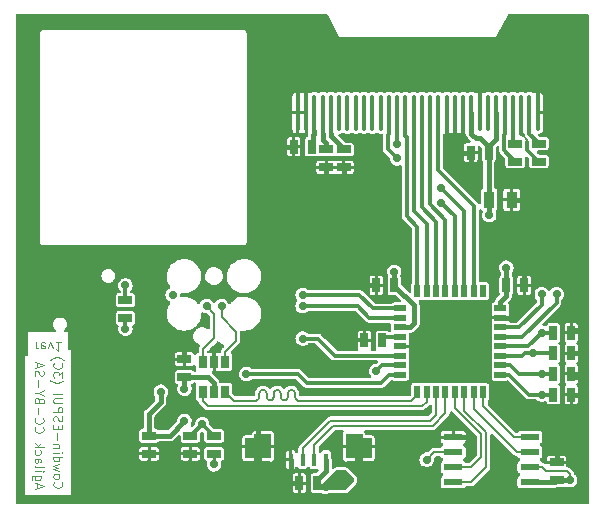
<source format=gbr>
%TF.GenerationSoftware,KiCad,Pcbnew,6.0.0*%
%TF.CreationDate,2022-06-11T19:07:52+02:00*%
%TF.ProjectId,cowdin-3c-esp-ui,636f7764-696e-42d3-9363-2d6573702d75,1*%
%TF.SameCoordinates,Original*%
%TF.FileFunction,Copper,L4,Bot*%
%TF.FilePolarity,Positive*%
%FSLAX46Y46*%
G04 Gerber Fmt 4.6, Leading zero omitted, Abs format (unit mm)*
G04 Created by KiCad (PCBNEW 6.0.0) date 2022-06-11 19:07:52*
%MOMM*%
%LPD*%
G01*
G04 APERTURE LIST*
G04 Aperture macros list*
%AMRoundRect*
0 Rectangle with rounded corners*
0 $1 Rounding radius*
0 $2 $3 $4 $5 $6 $7 $8 $9 X,Y pos of 4 corners*
0 Add a 4 corners polygon primitive as box body*
4,1,4,$2,$3,$4,$5,$6,$7,$8,$9,$2,$3,0*
0 Add four circle primitives for the rounded corners*
1,1,$1+$1,$2,$3*
1,1,$1+$1,$4,$5*
1,1,$1+$1,$6,$7*
1,1,$1+$1,$8,$9*
0 Add four rect primitives between the rounded corners*
20,1,$1+$1,$2,$3,$4,$5,0*
20,1,$1+$1,$4,$5,$6,$7,0*
20,1,$1+$1,$6,$7,$8,$9,0*
20,1,$1+$1,$8,$9,$2,$3,0*%
%AMFreePoly0*
4,1,17,1.085355,1.010355,1.100000,0.975000,1.100000,-0.975000,1.085355,-1.010355,1.050000,-1.025000,-1.050000,-1.025000,-1.085355,-1.010355,-1.100000,-0.975000,-1.100000,0.625000,-1.085355,0.660355,-1.050000,0.675000,-0.300000,0.675000,-0.300000,0.975000,-0.285355,1.010355,-0.250000,1.025000,1.050000,1.025000,1.085355,1.010355,1.085355,1.010355,$1*%
%AMFreePoly1*
4,1,17,0.285355,1.010355,0.300000,0.975000,0.300000,0.675000,1.050000,0.675000,1.085355,0.660355,1.100000,0.625000,1.100000,-0.975000,1.085355,-1.010355,1.050000,-1.025000,-1.050000,-1.025000,-1.085355,-1.010355,-1.100000,-0.975000,-1.100000,0.975000,-1.085355,1.010355,-1.050000,1.025000,0.250000,1.025000,0.285355,1.010355,0.285355,1.010355,$1*%
G04 Aperture macros list end*
%ADD10C,0.101600*%
%TA.AperFunction,NonConductor*%
%ADD11C,0.101600*%
%TD*%
%TA.AperFunction,SMDPad,CuDef*%
%ADD12R,1.143000X0.635000*%
%TD*%
%TA.AperFunction,SMDPad,CuDef*%
%ADD13R,0.500000X1.000000*%
%TD*%
%TA.AperFunction,SMDPad,CuDef*%
%ADD14R,1.000000X0.500000*%
%TD*%
%TA.AperFunction,SMDPad,CuDef*%
%ADD15R,0.701040X1.000760*%
%TD*%
%TA.AperFunction,SMDPad,CuDef*%
%ADD16R,1.600000X0.550000*%
%TD*%
%TA.AperFunction,SMDPad,CuDef*%
%ADD17R,0.635000X1.143000*%
%TD*%
%TA.AperFunction,SMDPad,CuDef*%
%ADD18R,0.300000X1.100000*%
%TD*%
%TA.AperFunction,SMDPad,CuDef*%
%ADD19FreePoly0,0.000000*%
%TD*%
%TA.AperFunction,SMDPad,CuDef*%
%ADD20FreePoly1,0.000000*%
%TD*%
%TA.AperFunction,SMDPad,CuDef*%
%ADD21R,0.889000X1.397000*%
%TD*%
%TA.AperFunction,SMDPad,CuDef*%
%ADD22RoundRect,0.100000X-0.100000X-1.400000X0.100000X-1.400000X0.100000X1.400000X-0.100000X1.400000X0*%
%TD*%
%TA.AperFunction,ViaPad*%
%ADD23C,0.711200*%
%TD*%
%TA.AperFunction,Conductor*%
%ADD24C,0.406400*%
%TD*%
%TA.AperFunction,Conductor*%
%ADD25C,0.711200*%
%TD*%
%TA.AperFunction,Conductor*%
%ADD26C,0.203200*%
%TD*%
%TA.AperFunction,Conductor*%
%ADD27C,0.304800*%
%TD*%
%TA.AperFunction,Conductor*%
%ADD28C,0.250000*%
%TD*%
%TA.AperFunction,Conductor*%
%ADD29C,0.304480*%
%TD*%
%TA.AperFunction,Conductor*%
%ADD30C,0.200000*%
%TD*%
G04 APERTURE END LIST*
D10*
D11*
X125915857Y-112055285D02*
X125915857Y-112563285D01*
X125915857Y-112418142D02*
X125952142Y-112490714D01*
X125988428Y-112527000D01*
X126061000Y-112563285D01*
X126133571Y-112563285D01*
X126677857Y-112091571D02*
X126605285Y-112055285D01*
X126460142Y-112055285D01*
X126387571Y-112091571D01*
X126351285Y-112164142D01*
X126351285Y-112454428D01*
X126387571Y-112527000D01*
X126460142Y-112563285D01*
X126605285Y-112563285D01*
X126677857Y-112527000D01*
X126714142Y-112454428D01*
X126714142Y-112381857D01*
X126351285Y-112309285D01*
X126968142Y-112563285D02*
X127149571Y-112055285D01*
X127331000Y-112563285D01*
X128020428Y-112055285D02*
X127585000Y-112055285D01*
X127802714Y-112055285D02*
X127802714Y-112817285D01*
X127730142Y-112708428D01*
X127657571Y-112635857D01*
X127585000Y-112599571D01*
D10*
D11*
X127477857Y-123911857D02*
X127441571Y-123948142D01*
X127405285Y-124057000D01*
X127405285Y-124129571D01*
X127441571Y-124238428D01*
X127514142Y-124311000D01*
X127586714Y-124347285D01*
X127731857Y-124383571D01*
X127840714Y-124383571D01*
X127985857Y-124347285D01*
X128058428Y-124311000D01*
X128131000Y-124238428D01*
X128167285Y-124129571D01*
X128167285Y-124057000D01*
X128131000Y-123948142D01*
X128094714Y-123911857D01*
X127405285Y-123476428D02*
X127441571Y-123549000D01*
X127477857Y-123585285D01*
X127550428Y-123621571D01*
X127768142Y-123621571D01*
X127840714Y-123585285D01*
X127877000Y-123549000D01*
X127913285Y-123476428D01*
X127913285Y-123367571D01*
X127877000Y-123295000D01*
X127840714Y-123258714D01*
X127768142Y-123222428D01*
X127550428Y-123222428D01*
X127477857Y-123258714D01*
X127441571Y-123295000D01*
X127405285Y-123367571D01*
X127405285Y-123476428D01*
X127913285Y-122968428D02*
X127405285Y-122823285D01*
X127768142Y-122678142D01*
X127405285Y-122533000D01*
X127913285Y-122387857D01*
X127405285Y-121771000D02*
X128167285Y-121771000D01*
X127441571Y-121771000D02*
X127405285Y-121843571D01*
X127405285Y-121988714D01*
X127441571Y-122061285D01*
X127477857Y-122097571D01*
X127550428Y-122133857D01*
X127768142Y-122133857D01*
X127840714Y-122097571D01*
X127877000Y-122061285D01*
X127913285Y-121988714D01*
X127913285Y-121843571D01*
X127877000Y-121771000D01*
X127405285Y-121408142D02*
X127913285Y-121408142D01*
X128167285Y-121408142D02*
X128131000Y-121444428D01*
X128094714Y-121408142D01*
X128131000Y-121371857D01*
X128167285Y-121408142D01*
X128094714Y-121408142D01*
X127913285Y-121045285D02*
X127405285Y-121045285D01*
X127840714Y-121045285D02*
X127877000Y-121009000D01*
X127913285Y-120936428D01*
X127913285Y-120827571D01*
X127877000Y-120755000D01*
X127804428Y-120718714D01*
X127405285Y-120718714D01*
X127695571Y-120355857D02*
X127695571Y-119775285D01*
X127804428Y-119412428D02*
X127804428Y-119158428D01*
X127405285Y-119049571D02*
X127405285Y-119412428D01*
X128167285Y-119412428D01*
X128167285Y-119049571D01*
X127441571Y-118759285D02*
X127405285Y-118650428D01*
X127405285Y-118469000D01*
X127441571Y-118396428D01*
X127477857Y-118360142D01*
X127550428Y-118323857D01*
X127623000Y-118323857D01*
X127695571Y-118360142D01*
X127731857Y-118396428D01*
X127768142Y-118469000D01*
X127804428Y-118614142D01*
X127840714Y-118686714D01*
X127877000Y-118723000D01*
X127949571Y-118759285D01*
X128022142Y-118759285D01*
X128094714Y-118723000D01*
X128131000Y-118686714D01*
X128167285Y-118614142D01*
X128167285Y-118432714D01*
X128131000Y-118323857D01*
X127405285Y-117997285D02*
X128167285Y-117997285D01*
X128167285Y-117707000D01*
X128131000Y-117634428D01*
X128094714Y-117598142D01*
X128022142Y-117561857D01*
X127913285Y-117561857D01*
X127840714Y-117598142D01*
X127804428Y-117634428D01*
X127768142Y-117707000D01*
X127768142Y-117997285D01*
X128167285Y-117235285D02*
X127550428Y-117235285D01*
X127477857Y-117199000D01*
X127441571Y-117162714D01*
X127405285Y-117090142D01*
X127405285Y-116945000D01*
X127441571Y-116872428D01*
X127477857Y-116836142D01*
X127550428Y-116799857D01*
X128167285Y-116799857D01*
X127405285Y-116437000D02*
X128167285Y-116437000D01*
X127115000Y-115275857D02*
X127151285Y-115312142D01*
X127260142Y-115384714D01*
X127332714Y-115421000D01*
X127441571Y-115457285D01*
X127623000Y-115493571D01*
X127768142Y-115493571D01*
X127949571Y-115457285D01*
X128058428Y-115421000D01*
X128131000Y-115384714D01*
X128239857Y-115312142D01*
X128276142Y-115275857D01*
X128167285Y-115058142D02*
X128167285Y-114586428D01*
X127877000Y-114840428D01*
X127877000Y-114731571D01*
X127840714Y-114659000D01*
X127804428Y-114622714D01*
X127731857Y-114586428D01*
X127550428Y-114586428D01*
X127477857Y-114622714D01*
X127441571Y-114659000D01*
X127405285Y-114731571D01*
X127405285Y-114949285D01*
X127441571Y-115021857D01*
X127477857Y-115058142D01*
X127477857Y-113824428D02*
X127441571Y-113860714D01*
X127405285Y-113969571D01*
X127405285Y-114042142D01*
X127441571Y-114151000D01*
X127514142Y-114223571D01*
X127586714Y-114259857D01*
X127731857Y-114296142D01*
X127840714Y-114296142D01*
X127985857Y-114259857D01*
X128058428Y-114223571D01*
X128131000Y-114151000D01*
X128167285Y-114042142D01*
X128167285Y-113969571D01*
X128131000Y-113860714D01*
X128094714Y-113824428D01*
X127115000Y-113570428D02*
X127151285Y-113534142D01*
X127260142Y-113461571D01*
X127332714Y-113425285D01*
X127441571Y-113389000D01*
X127623000Y-113352714D01*
X127768142Y-113352714D01*
X127949571Y-113389000D01*
X128058428Y-113425285D01*
X128131000Y-113461571D01*
X128239857Y-113534142D01*
X128276142Y-113570428D01*
D10*
D11*
X126023000Y-124379571D02*
X126023000Y-124016714D01*
X125805285Y-124452142D02*
X126567285Y-124198142D01*
X125805285Y-123944142D01*
X126313285Y-123363571D02*
X125696428Y-123363571D01*
X125623857Y-123399857D01*
X125587571Y-123436142D01*
X125551285Y-123508714D01*
X125551285Y-123617571D01*
X125587571Y-123690142D01*
X125841571Y-123363571D02*
X125805285Y-123436142D01*
X125805285Y-123581285D01*
X125841571Y-123653857D01*
X125877857Y-123690142D01*
X125950428Y-123726428D01*
X126168142Y-123726428D01*
X126240714Y-123690142D01*
X126277000Y-123653857D01*
X126313285Y-123581285D01*
X126313285Y-123436142D01*
X126277000Y-123363571D01*
X125805285Y-123000714D02*
X126313285Y-123000714D01*
X126567285Y-123000714D02*
X126531000Y-123037000D01*
X126494714Y-123000714D01*
X126531000Y-122964428D01*
X126567285Y-123000714D01*
X126494714Y-123000714D01*
X125805285Y-122529000D02*
X125841571Y-122601571D01*
X125914142Y-122637857D01*
X126567285Y-122637857D01*
X125805285Y-121912142D02*
X126204428Y-121912142D01*
X126277000Y-121948428D01*
X126313285Y-122021000D01*
X126313285Y-122166142D01*
X126277000Y-122238714D01*
X125841571Y-121912142D02*
X125805285Y-121984714D01*
X125805285Y-122166142D01*
X125841571Y-122238714D01*
X125914142Y-122275000D01*
X125986714Y-122275000D01*
X126059285Y-122238714D01*
X126095571Y-122166142D01*
X126095571Y-121984714D01*
X126131857Y-121912142D01*
X125841571Y-121222714D02*
X125805285Y-121295285D01*
X125805285Y-121440428D01*
X125841571Y-121513000D01*
X125877857Y-121549285D01*
X125950428Y-121585571D01*
X126168142Y-121585571D01*
X126240714Y-121549285D01*
X126277000Y-121513000D01*
X126313285Y-121440428D01*
X126313285Y-121295285D01*
X126277000Y-121222714D01*
X125805285Y-120896142D02*
X126567285Y-120896142D01*
X126095571Y-120823571D02*
X125805285Y-120605857D01*
X126313285Y-120605857D02*
X126023000Y-120896142D01*
X125877857Y-119263285D02*
X125841571Y-119299571D01*
X125805285Y-119408428D01*
X125805285Y-119481000D01*
X125841571Y-119589857D01*
X125914142Y-119662428D01*
X125986714Y-119698714D01*
X126131857Y-119735000D01*
X126240714Y-119735000D01*
X126385857Y-119698714D01*
X126458428Y-119662428D01*
X126531000Y-119589857D01*
X126567285Y-119481000D01*
X126567285Y-119408428D01*
X126531000Y-119299571D01*
X126494714Y-119263285D01*
X125877857Y-118501285D02*
X125841571Y-118537571D01*
X125805285Y-118646428D01*
X125805285Y-118719000D01*
X125841571Y-118827857D01*
X125914142Y-118900428D01*
X125986714Y-118936714D01*
X126131857Y-118973000D01*
X126240714Y-118973000D01*
X126385857Y-118936714D01*
X126458428Y-118900428D01*
X126531000Y-118827857D01*
X126567285Y-118719000D01*
X126567285Y-118646428D01*
X126531000Y-118537571D01*
X126494714Y-118501285D01*
X126095571Y-118174714D02*
X126095571Y-117594142D01*
X126204428Y-116977285D02*
X126168142Y-116868428D01*
X126131857Y-116832142D01*
X126059285Y-116795857D01*
X125950428Y-116795857D01*
X125877857Y-116832142D01*
X125841571Y-116868428D01*
X125805285Y-116941000D01*
X125805285Y-117231285D01*
X126567285Y-117231285D01*
X126567285Y-116977285D01*
X126531000Y-116904714D01*
X126494714Y-116868428D01*
X126422142Y-116832142D01*
X126349571Y-116832142D01*
X126277000Y-116868428D01*
X126240714Y-116904714D01*
X126204428Y-116977285D01*
X126204428Y-117231285D01*
X126168142Y-116324142D02*
X125805285Y-116324142D01*
X126567285Y-116578142D02*
X126168142Y-116324142D01*
X126567285Y-116070142D01*
X126095571Y-115816142D02*
X126095571Y-115235571D01*
X125841571Y-114909000D02*
X125805285Y-114800142D01*
X125805285Y-114618714D01*
X125841571Y-114546142D01*
X125877857Y-114509857D01*
X125950428Y-114473571D01*
X126023000Y-114473571D01*
X126095571Y-114509857D01*
X126131857Y-114546142D01*
X126168142Y-114618714D01*
X126204428Y-114763857D01*
X126240714Y-114836428D01*
X126277000Y-114872714D01*
X126349571Y-114909000D01*
X126422142Y-114909000D01*
X126494714Y-114872714D01*
X126531000Y-114836428D01*
X126567285Y-114763857D01*
X126567285Y-114582428D01*
X126531000Y-114473571D01*
X126023000Y-114183285D02*
X126023000Y-113820428D01*
X125805285Y-114255857D02*
X126567285Y-114001857D01*
X125805285Y-113747857D01*
D12*
%TO.P,C9,1*%
%TO.N,Net-(C9-Pad1)*%
X150500000Y-95738000D03*
%TO.P,C9,2*%
%TO.N,GND*%
X150500000Y-97262000D03*
%TD*%
D13*
%TO.P,U1,1,PA00*%
%TO.N,DISP_ERD*%
X158200000Y-107750000D03*
%TO.P,U1,2,PA01*%
%TO.N,DISP_RW*%
X159000000Y-107750000D03*
%TO.P,U1,3,PA02*%
%TO.N,DISP_DC*%
X159800000Y-107750000D03*
%TO.P,U1,4,PA03*%
%TO.N,DISP_RST*%
X160600000Y-107750000D03*
%TO.P,U1,5,PA04*%
%TO.N,DISP_MOSI*%
X161400000Y-107750000D03*
%TO.P,U1,6,PA05*%
%TO.N,DISP_SCK*%
X162200000Y-107750000D03*
%TO.P,U1,7,PA06*%
%TO.N,DISP_SCS*%
X163000000Y-107750000D03*
%TO.P,U1,8,PA07*%
%TO.N,DISP_MISO*%
X163800000Y-107750000D03*
D14*
%TO.P,U1,9,ANA*%
%TO.N,+3.3V*%
X165250000Y-109200000D03*
%TO.P,U1,10*%
%TO.N,GND*%
X165250000Y-110000000D03*
%TO.P,U1,11,PA08*%
%TO.N,Net-(TP1-Pad1)*%
X165250000Y-110800000D03*
%TO.P,U1,12,PA09*%
%TO.N,Net-(TP2-Pad1)*%
X165250000Y-111600000D03*
%TO.P,U1,13,PA10*%
%TO.N,SW4*%
X165250000Y-112400000D03*
%TO.P,U1,14,PA11*%
%TO.N,SW2*%
X165250000Y-113200000D03*
%TO.P,U1,15,PA14*%
%TO.N,SW3*%
X165250000Y-114000000D03*
%TO.P,U1,16,PA15*%
%TO.N,SW5*%
X165250000Y-114800000D03*
D13*
%TO.P,U1,17,PA16*%
%TO.N,MEM_MOSI*%
X163800000Y-116250000D03*
%TO.P,U1,18,PA17*%
%TO.N,MEM_SCK*%
X163000000Y-116250000D03*
%TO.P,U1,19,PA18*%
%TO.N,MEM_SCS*%
X162200000Y-116250000D03*
%TO.P,U1,20,PA19*%
%TO.N,MEM_MISO*%
X161400000Y-116250000D03*
%TO.P,U1,21,PA22*%
%TO.N,UART_TX*%
X160600000Y-116250000D03*
%TO.P,U1,22,PA23*%
%TO.N,UART_RX*%
X159800000Y-116250000D03*
%TO.P,U1,23,PA24*%
%TO.N,USB_D-*%
X159000000Y-116250000D03*
%TO.P,U1,24,PA25*%
%TO.N,USB_D+*%
X158200000Y-116250000D03*
D14*
%TO.P,U1,25,PA27*%
%TO.N,SW1*%
X156750000Y-114800000D03*
%TO.P,U1,26,RST*%
%TO.N,RST*%
X156750000Y-114000000D03*
%TO.P,U1,27,PA28*%
%TO.N,LED1*%
X156750000Y-113200000D03*
%TO.P,U1,28*%
%TO.N,GND*%
X156750000Y-112400000D03*
%TO.P,U1,29,CORE*%
%TO.N,+VCORE*%
X156750000Y-111600000D03*
%TO.P,U1,30,VDD*%
%TO.N,+3.3V*%
X156750000Y-110800000D03*
%TO.P,U1,31,PA30*%
%TO.N,SWCLK*%
X156750000Y-110000000D03*
%TO.P,U1,32,PA31*%
%TO.N,SWDAT*%
X156750000Y-109200000D03*
%TD*%
D12*
%TO.P,C11,1*%
%TO.N,+VUSB*%
X138500000Y-115012000D03*
%TO.P,C11,2*%
%TO.N,GND*%
X138500000Y-113488000D03*
%TD*%
D15*
%TO.P,D1,1,IO1*%
%TO.N,Net-(D1-Pad1)*%
X140047500Y-113730000D03*
%TO.P,D1,2*%
%TO.N,GND*%
X141000000Y-113730000D03*
%TO.P,D1,3,IO2*%
%TO.N,Net-(D1-Pad3)*%
X141952500Y-113730000D03*
%TO.P,D1,4,IO2*%
%TO.N,USB_D+*%
X141952500Y-116270000D03*
%TO.P,D1,5*%
%TO.N,+VUSB*%
X141000000Y-116270000D03*
%TO.P,D1,6,IO1*%
%TO.N,USB_D-*%
X140047500Y-116270000D03*
%TD*%
D16*
%TO.P,U2,1,CS*%
%TO.N,MEM_SCS*%
X161250000Y-123905000D03*
%TO.P,U2,2,IO1_DO*%
%TO.N,MEM_MISO*%
X161250000Y-122635000D03*
%TO.P,U2,3,IO2_WP*%
%TO.N,+3.3V*%
X161250000Y-121365000D03*
%TO.P,U2,4*%
%TO.N,GND*%
X161250000Y-120095000D03*
%TO.P,U2,5,IO0_DI*%
%TO.N,MEM_MOSI*%
X167750000Y-120095000D03*
%TO.P,U2,6,CLK*%
%TO.N,MEM_SCK*%
X167750000Y-121365000D03*
%TO.P,U2,7,IO3_HOLD*%
%TO.N,+3.3V*%
X167750000Y-122635000D03*
%TO.P,U2,8*%
X167750000Y-123905000D03*
%TD*%
D12*
%TO.P,C2,1*%
%TO.N,SW1*%
X135500000Y-119988000D03*
%TO.P,C2,2*%
%TO.N,GND*%
X135500000Y-121512000D03*
%TD*%
D17*
%TO.P,C3,1*%
%TO.N,SW2*%
X169738000Y-113000000D03*
%TO.P,C3,2*%
%TO.N,GND*%
X171262000Y-113000000D03*
%TD*%
D12*
%TO.P,R3,1*%
%TO.N,+3.3V*%
X133500000Y-110012000D03*
%TO.P,R3,2*%
%TO.N,Net-(D2-Pad1)*%
X133500000Y-108488000D03*
%TD*%
%TO.P,C7,1*%
%TO.N,Net-(C7-Pad1)*%
X166500000Y-95238000D03*
%TO.P,C7,2*%
%TO.N,Net-(C7-Pad2)*%
X166500000Y-96762000D03*
%TD*%
D17*
%TO.P,C14,1*%
%TO.N,+3.3V*%
X156262000Y-107250000D03*
%TO.P,C14,2*%
%TO.N,GND*%
X154738000Y-107250000D03*
%TD*%
%TO.P,C15,1*%
%TO.N,+3.3V*%
X165738000Y-107250000D03*
%TO.P,C15,2*%
%TO.N,GND*%
X167262000Y-107250000D03*
%TD*%
D18*
%TO.P,P1,1,P1*%
%TO.N,GND*%
X147500000Y-122000000D03*
%TO.P,P1,2,PM*%
%TO.N,UART_RX*%
X148500000Y-122000000D03*
%TO.P,P1,3,P3*%
%TO.N,UART_TX*%
X149500000Y-122000000D03*
%TO.P,P1,4*%
%TO.N,+3.3V*%
X150500000Y-122000000D03*
D19*
%TO.P,P1,FIX,FIX*%
%TO.N,GND*%
X144750000Y-120875000D03*
D20*
X153250000Y-120875000D03*
%TD*%
D17*
%TO.P,C12,1*%
%TO.N,+VCORE*%
X155262000Y-111900000D03*
%TO.P,C12,2*%
%TO.N,GND*%
X153738000Y-111900000D03*
%TD*%
D12*
%TO.P,C18,1*%
%TO.N,+3.3V*%
X170000000Y-123762000D03*
%TO.P,C18,2*%
%TO.N,GND*%
X170000000Y-122238000D03*
%TD*%
D17*
%TO.P,C10,1*%
%TO.N,Net-(C10-Pad1)*%
X149262000Y-95500000D03*
%TO.P,C10,2*%
%TO.N,GND*%
X147738000Y-95500000D03*
%TD*%
%TO.P,C5,1*%
%TO.N,SW4*%
X169738000Y-111250000D03*
%TO.P,C5,2*%
%TO.N,GND*%
X171262000Y-111250000D03*
%TD*%
D21*
%TO.P,C16,1*%
%TO.N,+3.3V*%
X164297500Y-100000000D03*
%TO.P,C16,2*%
%TO.N,GND*%
X166202500Y-100000000D03*
%TD*%
D17*
%TO.P,C4,1*%
%TO.N,SW3*%
X169738000Y-114750000D03*
%TO.P,C4,2*%
%TO.N,GND*%
X171262000Y-114750000D03*
%TD*%
D22*
%TO.P,DISP1,1*%
%TO.N,GND*%
X168400000Y-92640000D03*
%TO.P,DISP1,2,C2P*%
%TO.N,Net-(C8-Pad1)*%
X167700000Y-92640000D03*
%TO.P,DISP1,3,C2N*%
%TO.N,Net-(C8-Pad2)*%
X167000000Y-92640000D03*
%TO.P,DISP1,4,C1P*%
%TO.N,Net-(C7-Pad1)*%
X166300000Y-92640000D03*
%TO.P,DISP1,5,C1N*%
%TO.N,Net-(C7-Pad2)*%
X165600000Y-92640000D03*
%TO.P,DISP1,6,VBAT*%
%TO.N,+3.3V*%
X164900000Y-92640000D03*
%TO.P,DISP1,7*%
%TO.N,unconnected-(DISP1-Pad7)*%
X164200000Y-92640000D03*
%TO.P,DISP1,8*%
%TO.N,GND*%
X163500000Y-92640000D03*
%TO.P,DISP1,9,VDD*%
%TO.N,+3.3V*%
X162800000Y-92640000D03*
%TO.P,DISP1,10,BS0*%
%TO.N,GND*%
X162100000Y-92640000D03*
%TO.P,DISP1,11,BS1*%
X161400000Y-92640000D03*
%TO.P,DISP1,12,BS2*%
X160700000Y-92640000D03*
%TO.P,DISP1,13,CS*%
%TO.N,DISP_SCS*%
X160000000Y-92640000D03*
%TO.P,DISP1,14,RES*%
%TO.N,DISP_RST*%
X159300000Y-92640000D03*
%TO.P,DISP1,15,D/C*%
%TO.N,DISP_DC*%
X158600000Y-92640000D03*
%TO.P,DISP1,16,RW*%
%TO.N,DISP_RW*%
X157900000Y-92640000D03*
%TO.P,DISP1,17,E/RD*%
%TO.N,DISP_ERD*%
X157200000Y-92640000D03*
%TO.P,DISP1,18,D0*%
%TO.N,DISP_SCK*%
X156500000Y-92640000D03*
%TO.P,DISP1,19,D1*%
%TO.N,DISP_MOSI*%
X155800000Y-92640000D03*
%TO.P,DISP1,20,D2*%
%TO.N,unconnected-(DISP1-Pad20)*%
X155100000Y-92640000D03*
%TO.P,DISP1,21,D3*%
%TO.N,unconnected-(DISP1-Pad21)*%
X154400000Y-92640000D03*
%TO.P,DISP1,22,D4*%
%TO.N,unconnected-(DISP1-Pad22)*%
X153700000Y-92640000D03*
%TO.P,DISP1,23,D5*%
%TO.N,unconnected-(DISP1-Pad23)*%
X153000000Y-92640000D03*
%TO.P,DISP1,24,D6*%
%TO.N,unconnected-(DISP1-Pad24)*%
X152300000Y-92640000D03*
%TO.P,DISP1,25,D7*%
%TO.N,unconnected-(DISP1-Pad25)*%
X151600000Y-92640000D03*
%TO.P,DISP1,26,IREF*%
%TO.N,Net-(DISP1-Pad26)*%
X150900000Y-92640000D03*
%TO.P,DISP1,27,VCOMH*%
%TO.N,Net-(C9-Pad1)*%
X150200000Y-92640000D03*
%TO.P,DISP1,28,VCC*%
%TO.N,Net-(C10-Pad1)*%
X149500000Y-92640000D03*
%TO.P,DISP1,29*%
%TO.N,GND*%
X148800000Y-92640000D03*
%TO.P,DISP1,30*%
X148100000Y-92640000D03*
%TD*%
D12*
%TO.P,C8,1*%
%TO.N,Net-(C8-Pad1)*%
X168500000Y-95238000D03*
%TO.P,C8,2*%
%TO.N,Net-(C8-Pad2)*%
X168500000Y-96762000D03*
%TD*%
%TO.P,R2,1*%
%TO.N,+3.3V*%
X141000000Y-121512000D03*
%TO.P,R2,2*%
%TO.N,RST*%
X141000000Y-119988000D03*
%TD*%
D17*
%TO.P,C6,1*%
%TO.N,SW5*%
X169738000Y-116500000D03*
%TO.P,C6,2*%
%TO.N,GND*%
X171262000Y-116500000D03*
%TD*%
D12*
%TO.P,C13,1*%
%TO.N,RST*%
X139000000Y-119988000D03*
%TO.P,C13,2*%
%TO.N,GND*%
X139000000Y-121512000D03*
%TD*%
%TO.P,R1,1*%
%TO.N,Net-(DISP1-Pad26)*%
X152000000Y-95738000D03*
%TO.P,R1,2*%
%TO.N,GND*%
X152000000Y-97262000D03*
%TD*%
D17*
%TO.P,C17,1*%
%TO.N,+3.3V*%
X164262000Y-96000000D03*
%TO.P,C17,2*%
%TO.N,GND*%
X162738000Y-96000000D03*
%TD*%
%TO.P,C1,1*%
%TO.N,+3.3V*%
X149762000Y-124000000D03*
%TO.P,C1,2*%
%TO.N,GND*%
X148238000Y-124000000D03*
%TD*%
D23*
%TO.N,+3.3V*%
X159000000Y-122000000D03*
X164300000Y-101300000D03*
X165750000Y-105750000D03*
X156250000Y-106100000D03*
X152500000Y-123750000D03*
X133500000Y-110900000D03*
X141000000Y-122400000D03*
X151500000Y-124250000D03*
X171150000Y-123750000D03*
X151500000Y-123250000D03*
%TO.N,GND*%
X124600000Y-117000000D03*
X166500000Y-125400000D03*
X162750000Y-97150000D03*
X152500000Y-125400000D03*
X144750000Y-120875000D03*
X167500000Y-85750000D03*
X168400000Y-90500000D03*
X124600000Y-103000000D03*
X140500000Y-125400000D03*
X148500000Y-84600000D03*
X172400000Y-87000000D03*
X168500000Y-125400000D03*
X160500000Y-86600000D03*
X157250000Y-116250000D03*
X172400000Y-121000000D03*
X124600000Y-115000000D03*
X136500000Y-125400000D03*
X126500000Y-84600000D03*
X124600000Y-99000000D03*
X128500000Y-125400000D03*
X162750000Y-120100000D03*
X136500000Y-84600000D03*
X172400000Y-99000000D03*
X161350000Y-110000000D03*
X150500000Y-98150000D03*
X158500000Y-125400000D03*
X172400000Y-91000000D03*
X143750000Y-116000000D03*
X172400000Y-93000000D03*
X162500000Y-125400000D03*
X172400000Y-107000000D03*
X144500000Y-125400000D03*
X156500000Y-125400000D03*
X172400000Y-109000000D03*
X124600000Y-95000000D03*
X142500000Y-84600000D03*
X152750000Y-111900000D03*
X172400000Y-97000000D03*
X159002566Y-118004033D03*
X152500000Y-86600000D03*
X148500000Y-125400000D03*
X132500000Y-125400000D03*
X124600000Y-89000000D03*
X150500000Y-125400000D03*
X138500000Y-125400000D03*
X135500000Y-122400000D03*
X138500000Y-112500000D03*
X168500000Y-84600000D03*
X146500000Y-125400000D03*
X156500000Y-86600000D03*
X167250000Y-100000000D03*
X170500000Y-125400000D03*
X146850000Y-95500000D03*
X172400000Y-113000000D03*
X130500000Y-125400000D03*
X153250000Y-120875000D03*
X144500000Y-84600000D03*
X145750000Y-113150000D03*
X138500000Y-84600000D03*
X147250000Y-124000000D03*
X124600000Y-87000000D03*
X124600000Y-113000000D03*
X172400000Y-123000000D03*
X124600000Y-107000000D03*
X141000000Y-112700000D03*
X172400000Y-105000000D03*
X160500000Y-125400000D03*
X124600000Y-121000000D03*
X124600000Y-119000000D03*
X172400000Y-95000000D03*
X153800000Y-107250000D03*
X146500000Y-84600000D03*
X124600000Y-97000000D03*
X124600000Y-91000000D03*
X138500000Y-117250000D03*
X172400000Y-125000000D03*
X130500000Y-84600000D03*
X164500000Y-125400000D03*
X145500000Y-85750000D03*
X124600000Y-125000000D03*
X140500000Y-84600000D03*
X172400000Y-115000000D03*
X163500000Y-90500000D03*
X124600000Y-109000000D03*
X164500000Y-86600000D03*
X172400000Y-117000000D03*
X124600000Y-111000000D03*
X170500000Y-84600000D03*
X154500000Y-125400000D03*
X162500000Y-86600000D03*
X124600000Y-93000000D03*
X150500000Y-85600000D03*
X124600000Y-105000000D03*
X165650000Y-85600000D03*
X134500000Y-125400000D03*
X167250000Y-105750000D03*
X166500000Y-84600000D03*
X154500000Y-86600000D03*
X172400000Y-85000000D03*
X161400000Y-95750000D03*
X148450000Y-90500000D03*
X158500000Y-86600000D03*
X145750000Y-119000000D03*
X172400000Y-111000000D03*
X124600000Y-85000000D03*
X124600000Y-123000000D03*
X172400000Y-119000000D03*
X124600000Y-101000000D03*
X126500000Y-125400000D03*
X172400000Y-103000000D03*
X139000000Y-122400000D03*
X170000000Y-121300000D03*
X171250000Y-85750000D03*
X132500000Y-84600000D03*
X166500000Y-110000000D03*
X142500000Y-125400000D03*
X128500000Y-84600000D03*
X134500000Y-84600000D03*
X144500000Y-87000000D03*
X172400000Y-89000000D03*
X152000000Y-98150000D03*
X133500000Y-116250000D03*
X172400000Y-101000000D03*
%TO.N,SW1*%
X136500000Y-116250000D03*
X143750000Y-114750000D03*
X138500000Y-118750000D03*
%TO.N,SW2*%
X168000000Y-113000000D03*
%TO.N,SW3*%
X168750000Y-114750000D03*
%TO.N,SW4*%
X168750000Y-111250000D03*
%TO.N,SW5*%
X168750000Y-116500000D03*
%TO.N,DISP_SCK*%
X160250000Y-99000000D03*
X156492500Y-95250000D03*
%TO.N,DISP_MOSI*%
X160250000Y-100250000D03*
X156500000Y-96500000D03*
%TO.N,Net-(D1-Pad3)*%
X141635000Y-109000000D03*
%TO.N,Net-(D1-Pad1)*%
X140365000Y-109000000D03*
%TO.N,Net-(TP1-Pad1)*%
X168750000Y-108000000D03*
%TO.N,RST*%
X140000000Y-119000000D03*
X154750000Y-114500000D03*
%TO.N,SWCLK*%
X148500000Y-109000000D03*
%TO.N,SWDAT*%
X148500000Y-108050000D03*
%TO.N,+VUSB*%
X137500000Y-108050000D03*
X138500000Y-116000000D03*
%TO.N,Net-(D2-Pad1)*%
X133500000Y-107250000D03*
%TO.N,Net-(TP2-Pad1)*%
X170000000Y-108000000D03*
%TO.N,LED1*%
X148500000Y-111750000D03*
%TD*%
D24*
%TO.N,+3.3V*%
X157950000Y-110450000D02*
X157600000Y-110800000D01*
X156262000Y-107250000D02*
X156262000Y-107262000D01*
X150500000Y-123000000D02*
X150500000Y-122000000D01*
X164262000Y-96000000D02*
X164262000Y-99964500D01*
X157950000Y-108950000D02*
X157950000Y-110450000D01*
X164900000Y-94850000D02*
X164262000Y-95488000D01*
X149762000Y-123738000D02*
X150500000Y-123000000D01*
D25*
X152000000Y-123250000D02*
X152500000Y-123750000D01*
D26*
X171150000Y-123250000D02*
X171150000Y-123750000D01*
D24*
X156262000Y-107250000D02*
X156262000Y-106112000D01*
X165750000Y-105750000D02*
X165750000Y-107238000D01*
X163200000Y-94800000D02*
X163500000Y-94800000D01*
X163500000Y-94800000D02*
X164262000Y-95562000D01*
D25*
X151500000Y-124250000D02*
X150500000Y-124250000D01*
D24*
X164262000Y-99964500D02*
X164297500Y-100000000D01*
X164262000Y-95562000D02*
X164262000Y-96000000D01*
X165750000Y-107238000D02*
X165738000Y-107250000D01*
D25*
X151500000Y-124250000D02*
X152000000Y-124250000D01*
D26*
X169150000Y-123000000D02*
X170900000Y-123000000D01*
D24*
X150450000Y-124300000D02*
X150062000Y-124300000D01*
X171138000Y-123762000D02*
X171150000Y-123750000D01*
X156262000Y-106112000D02*
X156250000Y-106100000D01*
X165250000Y-109200000D02*
X165250000Y-108650000D01*
D27*
X133500000Y-110012000D02*
X133500000Y-110900000D01*
D26*
X168785000Y-122635000D02*
X169150000Y-123000000D01*
D24*
X150062000Y-124300000D02*
X149762000Y-124000000D01*
D26*
X159635000Y-121365000D02*
X159000000Y-122000000D01*
D28*
X141000000Y-121512000D02*
X141000000Y-122400000D01*
D26*
X167750000Y-122635000D02*
X168785000Y-122635000D01*
D24*
X164297500Y-100000000D02*
X164297500Y-101297500D01*
D26*
X161250000Y-121365000D02*
X159635000Y-121365000D01*
D24*
X164297500Y-101297500D02*
X164300000Y-101300000D01*
D25*
X150450000Y-124300000D02*
X151000000Y-123750000D01*
D24*
X164262000Y-95488000D02*
X164262000Y-96000000D01*
X167750000Y-123905000D02*
X169857000Y-123905000D01*
X162800000Y-92640000D02*
X162800000Y-94400000D01*
X151500000Y-124250000D02*
X151000000Y-123750000D01*
X170000000Y-123762000D02*
X171138000Y-123762000D01*
D25*
X152500000Y-123750000D02*
X151000000Y-123750000D01*
D26*
X170900000Y-123000000D02*
X171150000Y-123250000D01*
D25*
X152000000Y-124250000D02*
X152500000Y-123750000D01*
D24*
X169857000Y-123905000D02*
X170000000Y-123762000D01*
D25*
X151000000Y-123750000D02*
X151500000Y-123250000D01*
D24*
X162800000Y-94400000D02*
X163200000Y-94800000D01*
X165738000Y-108162000D02*
X165738000Y-107250000D01*
D25*
X151500000Y-123250000D02*
X152000000Y-123250000D01*
D24*
X149762000Y-124000000D02*
X149762000Y-123738000D01*
D25*
X150500000Y-124250000D02*
X150450000Y-124300000D01*
D24*
X165250000Y-108650000D02*
X165738000Y-108162000D01*
X157600000Y-110800000D02*
X156750000Y-110800000D01*
X164900000Y-92640000D02*
X164900000Y-94850000D01*
X156262000Y-107262000D02*
X157950000Y-108950000D01*
D26*
%TO.N,UART_RX*%
X159800000Y-116250000D02*
X159800000Y-118200000D01*
X148500000Y-121050000D02*
X148500000Y-122000000D01*
X159300000Y-118700000D02*
X150850000Y-118700000D01*
X150850000Y-118700000D02*
X148500000Y-121050000D01*
X159800000Y-118200000D02*
X159300000Y-118700000D01*
%TO.N,UART_TX*%
X160600000Y-118050000D02*
X160600000Y-116250000D01*
X149500000Y-120750000D02*
X151100000Y-119150000D01*
X149500000Y-122000000D02*
X149500000Y-120750000D01*
X159500000Y-119150000D02*
X160600000Y-118050000D01*
X151100000Y-119150000D02*
X159500000Y-119150000D01*
D24*
%TO.N,Net-(C10-Pad1)*%
X149400000Y-94850000D02*
X149400000Y-94500000D01*
X149262000Y-94988000D02*
X149400000Y-94850000D01*
D29*
X149500000Y-92640000D02*
X149500000Y-94200000D01*
D24*
X149262000Y-95500000D02*
X149262000Y-94988000D01*
X149400000Y-94500000D02*
X149500000Y-94400000D01*
X149500000Y-94400000D02*
X149500000Y-94200000D01*
D27*
%TO.N,GND*%
X144750000Y-118000000D02*
X145750000Y-119000000D01*
D24*
X167262000Y-105762000D02*
X167250000Y-105750000D01*
D25*
X148500000Y-125400000D02*
X150500000Y-125400000D01*
X168500000Y-125400000D02*
X170500000Y-125400000D01*
D27*
X159002566Y-118004033D02*
X158998533Y-118000000D01*
D29*
X168400000Y-92640000D02*
X168400000Y-90500000D01*
X153250000Y-124175000D02*
X152500000Y-124925000D01*
D24*
X147500000Y-122850000D02*
X147250000Y-123100000D01*
D25*
X152500000Y-125400000D02*
X154500000Y-125400000D01*
D24*
X147500000Y-122000000D02*
X147500000Y-122850000D01*
D25*
X172400000Y-85000000D02*
X172000000Y-84600000D01*
D24*
X170000000Y-122238000D02*
X170000000Y-121300000D01*
X171512000Y-115000000D02*
X171262000Y-114750000D01*
D27*
X158998533Y-118000000D02*
X146750000Y-118000000D01*
D25*
X124600000Y-85000000D02*
X125000000Y-84600000D01*
X172400000Y-113000000D02*
X172400000Y-111000000D01*
X166500000Y-84600000D02*
X165950000Y-85150000D01*
X168500000Y-84600000D02*
X166500000Y-84600000D01*
X156500000Y-86600000D02*
X154500000Y-86600000D01*
D24*
X162738000Y-96000000D02*
X162738000Y-97138000D01*
D25*
X172400000Y-105000000D02*
X172400000Y-103000000D01*
X142500000Y-125400000D02*
X140500000Y-125400000D01*
X124600000Y-89000000D02*
X124600000Y-87000000D01*
D29*
X144750000Y-122875000D02*
X144750000Y-124175000D01*
D25*
X124600000Y-117000000D02*
X124600000Y-115000000D01*
D24*
X147738000Y-95500000D02*
X146850000Y-95500000D01*
D25*
X158500000Y-125400000D02*
X160500000Y-125400000D01*
X158500000Y-86600000D02*
X156500000Y-86600000D01*
X124600000Y-93000000D02*
X124600000Y-91000000D01*
X154500000Y-86600000D02*
X152500000Y-86600000D01*
D24*
X172300000Y-116500000D02*
X172400000Y-116400000D01*
X162750000Y-120100000D02*
X161255000Y-120100000D01*
X147250000Y-123100000D02*
X147250000Y-124000000D01*
D28*
X135500000Y-121512000D02*
X135500000Y-122400000D01*
D29*
X172400000Y-89000000D02*
X169900000Y-89000000D01*
D25*
X124600000Y-95000000D02*
X124600000Y-93000000D01*
D24*
X172400000Y-113000000D02*
X171262000Y-113000000D01*
D29*
X163500000Y-92640000D02*
X163500000Y-90500000D01*
X148800000Y-90850000D02*
X148450000Y-90500000D01*
D25*
X170500000Y-125400000D02*
X172000000Y-125400000D01*
X148500000Y-125400000D02*
X146500000Y-125400000D01*
D27*
X139250000Y-118000000D02*
X144750000Y-118000000D01*
D29*
X152500000Y-124925000D02*
X152500000Y-125400000D01*
D24*
X166202500Y-100000000D02*
X167250000Y-100000000D01*
X167262000Y-107250000D02*
X167262000Y-105762000D01*
D25*
X172400000Y-97000000D02*
X172400000Y-95000000D01*
X136500000Y-125400000D02*
X134500000Y-125400000D01*
X130500000Y-125400000D02*
X128500000Y-125400000D01*
X172400000Y-116400000D02*
X172400000Y-115000000D01*
X124600000Y-91000000D02*
X124600000Y-89000000D01*
D27*
X153738000Y-111900000D02*
X152750000Y-111900000D01*
D25*
X144750000Y-120875000D02*
X144750000Y-122875000D01*
D24*
X162738000Y-97138000D02*
X162750000Y-97150000D01*
D27*
X141000000Y-113730000D02*
X141000000Y-112700000D01*
D25*
X172400000Y-125000000D02*
X172400000Y-123000000D01*
D27*
X157250000Y-116250000D02*
X148700000Y-116250000D01*
D25*
X124600000Y-97000000D02*
X124600000Y-95000000D01*
X162500000Y-125400000D02*
X164500000Y-125400000D01*
X172400000Y-99000000D02*
X172400000Y-97000000D01*
X153250000Y-120875000D02*
X153250000Y-122875000D01*
D27*
X148700000Y-116250000D02*
X148000000Y-115550000D01*
X160700000Y-92640000D02*
X160700000Y-95050000D01*
D25*
X165000000Y-86600000D02*
X165650000Y-85950000D01*
X128500000Y-84600000D02*
X130500000Y-84600000D01*
D24*
X172400000Y-115000000D02*
X171512000Y-115000000D01*
D25*
X160500000Y-86600000D02*
X158500000Y-86600000D01*
D28*
X139000000Y-121512000D02*
X139000000Y-122400000D01*
D25*
X126500000Y-84600000D02*
X128500000Y-84600000D01*
X172400000Y-109000000D02*
X172400000Y-107000000D01*
D24*
X161255000Y-120100000D02*
X161250000Y-120095000D01*
D27*
X148000000Y-115550000D02*
X144200000Y-115550000D01*
D25*
X124600000Y-99000000D02*
X124600000Y-97000000D01*
X172000000Y-84600000D02*
X170500000Y-84600000D01*
X124600000Y-107000000D02*
X124600000Y-105000000D01*
D29*
X148100000Y-92640000D02*
X148100000Y-90850000D01*
D25*
X172400000Y-89000000D02*
X172400000Y-87000000D01*
X124600000Y-101000000D02*
X124600000Y-99000000D01*
X125000000Y-125400000D02*
X124600000Y-125000000D01*
D29*
X144750000Y-124175000D02*
X144500000Y-124425000D01*
D25*
X124600000Y-115000000D02*
X124600000Y-113000000D01*
D24*
X161650000Y-96000000D02*
X162738000Y-96000000D01*
D25*
X144500000Y-84600000D02*
X146500000Y-84600000D01*
D29*
X153250000Y-122875000D02*
X153250000Y-124175000D01*
D25*
X165650000Y-85950000D02*
X165650000Y-85600000D01*
D24*
X152000000Y-97262000D02*
X152000000Y-98150000D01*
D25*
X144500000Y-125400000D02*
X142500000Y-125400000D01*
X125000000Y-84600000D02*
X126500000Y-84600000D01*
X136500000Y-84600000D02*
X138500000Y-84600000D01*
X164500000Y-125400000D02*
X166500000Y-125400000D01*
X124600000Y-119000000D02*
X124600000Y-117000000D01*
X149500000Y-84600000D02*
X150500000Y-85600000D01*
X140500000Y-84600000D02*
X142500000Y-84600000D01*
X164500000Y-86600000D02*
X165000000Y-86600000D01*
X172400000Y-121000000D02*
X172400000Y-119000000D01*
X124600000Y-121000000D02*
X124600000Y-119000000D01*
X172400000Y-123000000D02*
X172400000Y-121000000D01*
X172400000Y-87000000D02*
X172400000Y-85000000D01*
X124600000Y-113000000D02*
X124600000Y-111000000D01*
D27*
X161400000Y-92640000D02*
X161400000Y-95750000D01*
X160700000Y-95050000D02*
X161400000Y-95750000D01*
D25*
X172400000Y-115000000D02*
X172400000Y-113000000D01*
X146500000Y-84600000D02*
X148500000Y-84600000D01*
D29*
X148100000Y-90850000D02*
X148450000Y-90500000D01*
D25*
X124600000Y-103000000D02*
X124600000Y-101000000D01*
X172400000Y-117000000D02*
X172400000Y-116400000D01*
X164500000Y-86600000D02*
X162500000Y-86600000D01*
X172400000Y-111000000D02*
X172400000Y-109000000D01*
X142500000Y-84600000D02*
X144500000Y-84600000D01*
D29*
X144500000Y-124425000D02*
X144500000Y-125400000D01*
D25*
X134500000Y-84600000D02*
X136500000Y-84600000D01*
D24*
X150500000Y-97262000D02*
X150500000Y-98150000D01*
X165250000Y-110000000D02*
X166500000Y-110000000D01*
D25*
X162500000Y-86600000D02*
X160500000Y-86600000D01*
X134500000Y-125400000D02*
X132500000Y-125400000D01*
X138500000Y-125400000D02*
X136500000Y-125400000D01*
X152500000Y-86600000D02*
X151050000Y-86600000D01*
D24*
X154738000Y-107250000D02*
X153800000Y-107250000D01*
D25*
X124600000Y-87000000D02*
X124600000Y-85000000D01*
X150500000Y-86050000D02*
X150500000Y-85600000D01*
X170500000Y-84600000D02*
X168500000Y-84600000D01*
D24*
X148238000Y-124000000D02*
X147250000Y-124000000D01*
D25*
X151050000Y-86600000D02*
X150500000Y-86050000D01*
X166500000Y-125400000D02*
X168500000Y-125400000D01*
X138500000Y-84600000D02*
X140500000Y-84600000D01*
X172400000Y-91000000D02*
X172400000Y-89000000D01*
X124600000Y-105000000D02*
X124600000Y-103000000D01*
X172400000Y-95000000D02*
X172400000Y-93000000D01*
X165950000Y-85150000D02*
X165950000Y-85300000D01*
X132500000Y-125400000D02*
X130500000Y-125400000D01*
X150500000Y-125400000D02*
X152500000Y-125400000D01*
D24*
X171262000Y-116500000D02*
X172300000Y-116500000D01*
D25*
X160500000Y-125400000D02*
X162500000Y-125400000D01*
D27*
X162100000Y-95050000D02*
X161400000Y-95750000D01*
D25*
X132500000Y-84600000D02*
X134500000Y-84600000D01*
D29*
X169900000Y-89000000D02*
X168400000Y-90500000D01*
D24*
X138500000Y-113488000D02*
X138500000Y-112500000D01*
D25*
X124600000Y-123000000D02*
X124600000Y-121000000D01*
X126500000Y-125400000D02*
X125000000Y-125400000D01*
D24*
X144750000Y-120875000D02*
X144750000Y-119450000D01*
D25*
X128500000Y-125400000D02*
X126500000Y-125400000D01*
D27*
X146750000Y-118000000D02*
X145750000Y-119000000D01*
D25*
X172400000Y-93000000D02*
X172400000Y-91000000D01*
X156500000Y-125400000D02*
X158500000Y-125400000D01*
X154500000Y-125400000D02*
X156500000Y-125400000D01*
D27*
X144200000Y-115550000D02*
X143750000Y-116000000D01*
D29*
X148800000Y-92640000D02*
X148800000Y-90850000D01*
D25*
X124600000Y-125000000D02*
X124600000Y-123000000D01*
X148500000Y-84600000D02*
X149500000Y-84600000D01*
X172400000Y-119000000D02*
X172400000Y-117000000D01*
X172400000Y-107000000D02*
X172400000Y-105000000D01*
D24*
X144750000Y-119450000D02*
X145200000Y-119000000D01*
D25*
X172400000Y-103000000D02*
X172400000Y-101000000D01*
X172400000Y-101000000D02*
X172400000Y-99000000D01*
D24*
X145200000Y-119000000D02*
X145750000Y-119000000D01*
D25*
X172000000Y-125400000D02*
X172400000Y-125000000D01*
D24*
X172400000Y-111000000D02*
X171512000Y-111000000D01*
D25*
X144500000Y-84600000D02*
X144500000Y-87000000D01*
D27*
X162100000Y-92640000D02*
X162100000Y-95050000D01*
D25*
X124600000Y-109000000D02*
X124600000Y-107000000D01*
X165650000Y-85600000D02*
X165950000Y-85300000D01*
X130500000Y-84600000D02*
X132500000Y-84600000D01*
D24*
X171512000Y-111000000D02*
X171262000Y-111250000D01*
D25*
X146500000Y-125400000D02*
X144500000Y-125400000D01*
X140500000Y-125400000D02*
X138500000Y-125400000D01*
X124600000Y-111000000D02*
X124600000Y-109000000D01*
D24*
X161400000Y-95750000D02*
X161650000Y-96000000D01*
D27*
X138500000Y-117250000D02*
X139250000Y-118000000D01*
D24*
%TO.N,SW1*%
X137262000Y-119988000D02*
X138500000Y-118750000D01*
X136500000Y-117150000D02*
X135500000Y-118150000D01*
X135500000Y-119988000D02*
X137262000Y-119988000D01*
D27*
X148850000Y-115500000D02*
X155150000Y-115500000D01*
X143750000Y-114750000D02*
X148100000Y-114750000D01*
D24*
X136500000Y-116250000D02*
X136500000Y-117150000D01*
D27*
X156750000Y-114800000D02*
X155850000Y-114800000D01*
X148100000Y-114750000D02*
X148850000Y-115500000D01*
X155850000Y-114800000D02*
X155150000Y-115500000D01*
D24*
X135500000Y-118150000D02*
X135500000Y-119988000D01*
D27*
%TO.N,SW2*%
X167100000Y-113200000D02*
X167300000Y-113000000D01*
X167300000Y-113000000D02*
X168000000Y-113000000D01*
X165250000Y-113200000D02*
X167100000Y-113200000D01*
X169738000Y-113000000D02*
X168000000Y-113000000D01*
%TO.N,SW3*%
X166050000Y-114000000D02*
X166800000Y-114750000D01*
X169738000Y-114750000D02*
X168750000Y-114750000D01*
X165250000Y-114000000D02*
X166050000Y-114000000D01*
X166800000Y-114750000D02*
X168750000Y-114750000D01*
%TO.N,SW4*%
X169738000Y-111250000D02*
X168750000Y-111250000D01*
X165250000Y-112400000D02*
X167600000Y-112400000D01*
X167600000Y-112400000D02*
X168750000Y-111250000D01*
%TO.N,SW5*%
X167700000Y-116500000D02*
X166000000Y-114800000D01*
X166000000Y-114800000D02*
X165250000Y-114800000D01*
X168750000Y-116500000D02*
X167700000Y-116500000D01*
X169738000Y-116500000D02*
X168750000Y-116500000D01*
%TO.N,Net-(C7-Pad1)*%
X166300000Y-95038000D02*
X166500000Y-95238000D01*
X166300000Y-92640000D02*
X166300000Y-95038000D01*
D29*
%TO.N,Net-(C7-Pad2)*%
X165550000Y-95812000D02*
X166500000Y-96762000D01*
X165600000Y-94450000D02*
X165550000Y-94500000D01*
X165550000Y-94500000D02*
X165550000Y-95812000D01*
X165600000Y-92640000D02*
X165600000Y-94450000D01*
%TO.N,Net-(C8-Pad1)*%
X168500000Y-95200000D02*
X168250000Y-94950000D01*
X167700000Y-94400000D02*
X168250000Y-94950000D01*
X168250000Y-94950000D02*
X168250000Y-95238000D01*
X167700000Y-92640000D02*
X167700000Y-94400000D01*
X168500000Y-95238000D02*
X168500000Y-95200000D01*
%TO.N,Net-(C8-Pad2)*%
X167000000Y-92640000D02*
X167000000Y-94400000D01*
D26*
X167150000Y-94550000D02*
X167500000Y-94900000D01*
D29*
X168500000Y-96762000D02*
X168512000Y-96762000D01*
X168512000Y-96762000D02*
X167500000Y-95750000D01*
X167500000Y-95750000D02*
X167500000Y-95100000D01*
D26*
X167500000Y-94900000D02*
X167500000Y-95100000D01*
D29*
X167000000Y-94400000D02*
X167150000Y-94550000D01*
D27*
%TO.N,DISP_RST*%
X159300000Y-100400000D02*
X159300000Y-92640000D01*
X160600000Y-107750000D02*
X160600000Y-101700000D01*
X160600000Y-101700000D02*
X159300000Y-100400000D01*
%TO.N,DISP_SCK*%
X160250000Y-99000000D02*
X162200000Y-100950000D01*
X162200000Y-100950000D02*
X162200000Y-107750000D01*
X156500000Y-92640000D02*
X156500000Y-95242500D01*
X156500000Y-95242500D02*
X156492500Y-95250000D01*
%TO.N,DISP_MOSI*%
X155800000Y-92640000D02*
X155800000Y-94450000D01*
X155700000Y-94550000D02*
X155700000Y-95300000D01*
X155750000Y-94500000D02*
X155700000Y-94550000D01*
X160250000Y-100250000D02*
X161400000Y-101400000D01*
X155800000Y-94450000D02*
X155750000Y-94500000D01*
X155700000Y-95300000D02*
X155700000Y-95700000D01*
X155700000Y-95700000D02*
X156500000Y-96500000D01*
X161400000Y-101400000D02*
X161400000Y-107750000D01*
%TO.N,DISP_SCS*%
X163000000Y-107750000D02*
X163000000Y-100500000D01*
X160000000Y-97500000D02*
X160000000Y-92640000D01*
X163000000Y-100500000D02*
X160000000Y-97500000D01*
%TO.N,DISP_DC*%
X159800000Y-101850000D02*
X158600000Y-100650000D01*
X158600000Y-100650000D02*
X158600000Y-92640000D01*
X159800000Y-107750000D02*
X159800000Y-101850000D01*
%TO.N,DISP_RW*%
X159000000Y-102050000D02*
X157900000Y-100950000D01*
X159000000Y-107750000D02*
X159000000Y-102050000D01*
X157900000Y-100950000D02*
X157900000Y-92640000D01*
%TO.N,DISP_ERD*%
X157200000Y-92640000D02*
X157200000Y-94600000D01*
X158200000Y-102300000D02*
X158100000Y-102200000D01*
X157300000Y-94700000D02*
X157300000Y-101400000D01*
X157300000Y-101400000D02*
X158100000Y-102200000D01*
X157200000Y-94600000D02*
X157300000Y-94700000D01*
X158200000Y-107750000D02*
X158200000Y-102300000D01*
%TO.N,Net-(C9-Pad1)*%
X150200000Y-94400000D02*
X150200000Y-92640000D01*
D24*
X150500000Y-95200000D02*
X150200000Y-94900000D01*
X150200000Y-94900000D02*
X150200000Y-94400000D01*
X150500000Y-95738000D02*
X150500000Y-95200000D01*
D27*
%TO.N,Net-(DISP1-Pad26)*%
X150900000Y-94400000D02*
X150900000Y-92640000D01*
D24*
X150900000Y-94600000D02*
X150900000Y-94400000D01*
X152000000Y-95700000D02*
X150900000Y-94600000D01*
X152000000Y-95738000D02*
X152000000Y-95700000D01*
D26*
%TO.N,Net-(D1-Pad3)*%
X141635000Y-109000000D02*
X141635000Y-109961979D01*
X141635000Y-109961979D02*
X142862421Y-111189400D01*
X142862421Y-111937579D02*
X141952500Y-112847500D01*
X142862421Y-111189400D02*
X142862421Y-111937579D01*
X141952500Y-112847500D02*
X141952500Y-113730000D01*
%TO.N,Net-(D1-Pad1)*%
X141000000Y-109635000D02*
X141000000Y-111721021D01*
X141000000Y-111721021D02*
X140047500Y-112673521D01*
X140047500Y-112673521D02*
X140047500Y-113730000D01*
X140365000Y-109000000D02*
X141000000Y-109635000D01*
D27*
%TO.N,Net-(TP1-Pad1)*%
X168750000Y-108875000D02*
X166825000Y-110800000D01*
X166825000Y-110800000D02*
X165250000Y-110800000D01*
X168750000Y-108000000D02*
X168750000Y-108875000D01*
D26*
%TO.N,MEM_MOSI*%
X166395000Y-120095000D02*
X167750000Y-120095000D01*
X163800000Y-116250000D02*
X163800000Y-117500000D01*
X163800000Y-117500000D02*
X166395000Y-120095000D01*
%TO.N,MEM_SCK*%
X163000000Y-116250000D02*
X163000000Y-117700000D01*
X166665000Y-121365000D02*
X167750000Y-121365000D01*
X163000000Y-117700000D02*
X166665000Y-121365000D01*
%TO.N,MEM_SCS*%
X164050000Y-119700000D02*
X164050000Y-122650000D01*
X162200000Y-117850000D02*
X164050000Y-119700000D01*
X162795000Y-123905000D02*
X161250000Y-123905000D01*
X164050000Y-122650000D02*
X162795000Y-123905000D01*
X162200000Y-116250000D02*
X162200000Y-117850000D01*
%TO.N,MEM_MISO*%
X161400000Y-117650000D02*
X163600000Y-119850000D01*
X161400000Y-116250000D02*
X161400000Y-117650000D01*
X163600000Y-121800000D02*
X162765000Y-122635000D01*
X162765000Y-122635000D02*
X161250000Y-122635000D01*
X163600000Y-119850000D02*
X163600000Y-121800000D01*
D27*
%TO.N,RST*%
X140988000Y-119988000D02*
X140000000Y-119000000D01*
X139012000Y-119988000D02*
X140000000Y-119000000D01*
X141000000Y-119988000D02*
X140988000Y-119988000D01*
X139000000Y-119988000D02*
X139012000Y-119988000D01*
X156750000Y-114000000D02*
X155250000Y-114000000D01*
X155250000Y-114000000D02*
X154750000Y-114500000D01*
%TO.N,+VCORE*%
X155562000Y-111600000D02*
X155262000Y-111900000D01*
X156750000Y-111600000D02*
X155562000Y-111600000D01*
%TO.N,SWCLK*%
X154150000Y-110000000D02*
X153150000Y-109000000D01*
X153150000Y-109000000D02*
X148500000Y-109000000D01*
X156750000Y-110000000D02*
X154150000Y-110000000D01*
%TO.N,SWDAT*%
X154450000Y-109200000D02*
X153300000Y-108050000D01*
X156750000Y-109200000D02*
X154450000Y-109200000D01*
X153300000Y-108050000D02*
X148500000Y-108050000D01*
D24*
%TO.N,+VUSB*%
X141000000Y-116270000D02*
X141000000Y-115500000D01*
X140512000Y-115012000D02*
X141000000Y-115500000D01*
X138500000Y-116000000D02*
X138500000Y-115012000D01*
X138500000Y-115012000D02*
X140512000Y-115012000D01*
D26*
%TO.N,USB_D-*%
X159000000Y-117100000D02*
X158650000Y-117450000D01*
X140450000Y-117450000D02*
X140047500Y-117047500D01*
X140047500Y-117047500D02*
X140047500Y-116270000D01*
D30*
X157150000Y-117450000D02*
X146231800Y-117450000D01*
D26*
X146231800Y-117450000D02*
X140450000Y-117450000D01*
X159000000Y-116250000D02*
X159000000Y-117100000D01*
X158650000Y-117450000D02*
X157150000Y-117450000D01*
%TO.N,USB_D+*%
X146650000Y-116395306D02*
X146650000Y-116700000D01*
X141952500Y-116270000D02*
X142682500Y-117000000D01*
D30*
X158200000Y-116250000D02*
X158200000Y-116500000D01*
D26*
X144850000Y-116700000D02*
X144850000Y-116395306D01*
X147850000Y-116395306D02*
X147850000Y-116700000D01*
X148200000Y-117000000D02*
X157700000Y-117000000D01*
X146050000Y-116700000D02*
X146050000Y-116395306D01*
X148150000Y-117000000D02*
X148200000Y-117000000D01*
X142682500Y-117000000D02*
X144550000Y-117000000D01*
X157700000Y-117000000D02*
X158200000Y-116500000D01*
X147250000Y-116700000D02*
X147250000Y-116395306D01*
X145450000Y-116395306D02*
X145450000Y-116700000D01*
X145450000Y-116395306D02*
G75*
G03*
X145150000Y-116095306I-300000J0D01*
G01*
X147550000Y-116095306D02*
G75*
G03*
X147250000Y-116395306I0J-300000D01*
G01*
X145750000Y-117000000D02*
G75*
G02*
X145450000Y-116700000I0J300000D01*
G01*
X147850000Y-116395306D02*
G75*
G03*
X147550000Y-116095306I-300000J0D01*
G01*
X146050000Y-116700000D02*
G75*
G02*
X145750000Y-117000000I-300000J0D01*
G01*
X145150000Y-116095306D02*
G75*
G03*
X144850000Y-116395306I0J-300000D01*
G01*
X146950000Y-117000000D02*
G75*
G02*
X146650000Y-116700000I0J300000D01*
G01*
X146350000Y-116095306D02*
G75*
G03*
X146050000Y-116395306I0J-300000D01*
G01*
X147250000Y-116700000D02*
G75*
G02*
X146950000Y-117000000I-300000J0D01*
G01*
X148150000Y-117000000D02*
G75*
G02*
X147850000Y-116700000I0J300000D01*
G01*
X146650000Y-116395306D02*
G75*
G03*
X146350000Y-116095306I-300000J0D01*
G01*
X144850000Y-116700000D02*
G75*
G02*
X144550000Y-117000000I-300000J0D01*
G01*
D27*
%TO.N,Net-(D2-Pad1)*%
X133500000Y-107250000D02*
X133500000Y-108488000D01*
%TO.N,Net-(TP2-Pad1)*%
X167100000Y-111600000D02*
X170000000Y-108700000D01*
X165250000Y-111600000D02*
X167100000Y-111600000D01*
X170000000Y-108700000D02*
X170000000Y-108000000D01*
%TO.N,LED1*%
X151250000Y-113200000D02*
X156750000Y-113200000D01*
X148500000Y-111750000D02*
X149800000Y-111750000D01*
X149800000Y-111750000D02*
X151250000Y-113200000D01*
%TD*%
%TA.AperFunction,Conductor*%
%TO.N,GND*%
G36*
X150583268Y-84274002D02*
G01*
X150627845Y-84323651D01*
X151500670Y-86069301D01*
X151504381Y-86077433D01*
X151508316Y-86086932D01*
X151510737Y-86099106D01*
X151525549Y-86121273D01*
X151527855Y-86125240D01*
X151527935Y-86125189D01*
X151531235Y-86130431D01*
X151534003Y-86135968D01*
X151541074Y-86145079D01*
X151546296Y-86152325D01*
X151559982Y-86172807D01*
X151566876Y-86183124D01*
X151574612Y-86188293D01*
X151580318Y-86195645D01*
X151591098Y-86201790D01*
X151591100Y-86201792D01*
X151612515Y-86214000D01*
X151620102Y-86218688D01*
X151650894Y-86239263D01*
X151660019Y-86241078D01*
X151668104Y-86245687D01*
X151702082Y-86249970D01*
X151704860Y-86250320D01*
X151713687Y-86251753D01*
X151716396Y-86252292D01*
X151724983Y-86254000D01*
X151731176Y-86254000D01*
X151737336Y-86254607D01*
X151737327Y-86254702D01*
X151741896Y-86254989D01*
X151768359Y-86258325D01*
X151780330Y-86255047D01*
X151790595Y-86254317D01*
X151799529Y-86254000D01*
X164700471Y-86254000D01*
X164709405Y-86254317D01*
X164719670Y-86255047D01*
X164731641Y-86258325D01*
X164743953Y-86256773D01*
X164758105Y-86254989D01*
X164762673Y-86254702D01*
X164762664Y-86254607D01*
X164768824Y-86254000D01*
X164775017Y-86254000D01*
X164783604Y-86252292D01*
X164786313Y-86251753D01*
X164795140Y-86250320D01*
X164797918Y-86249970D01*
X164831896Y-86245687D01*
X164839981Y-86241078D01*
X164849106Y-86239263D01*
X164879898Y-86218688D01*
X164887485Y-86214000D01*
X164908900Y-86201792D01*
X164908902Y-86201790D01*
X164919682Y-86195645D01*
X164925388Y-86188293D01*
X164933124Y-86183124D01*
X164940018Y-86172807D01*
X164953704Y-86152325D01*
X164958926Y-86145079D01*
X164965997Y-86135968D01*
X164968765Y-86130431D01*
X164972065Y-86125189D01*
X164972145Y-86125240D01*
X164974451Y-86121273D01*
X164989263Y-86099106D01*
X164991684Y-86086932D01*
X164995619Y-86077433D01*
X164999330Y-86069301D01*
X165872155Y-84323651D01*
X165920510Y-84271667D01*
X165984853Y-84254000D01*
X172620000Y-84254000D01*
X172688121Y-84274002D01*
X172734614Y-84327658D01*
X172746000Y-84380000D01*
X172746000Y-125620000D01*
X172725998Y-125688121D01*
X172672342Y-125734614D01*
X172620000Y-125746000D01*
X124380000Y-125746000D01*
X124311879Y-125725998D01*
X124265386Y-125672342D01*
X124254000Y-125620000D01*
X124254000Y-124979515D01*
X124980190Y-124979515D01*
X126561802Y-124979515D01*
X126580190Y-124981492D01*
X126580190Y-124983515D01*
X128919810Y-124983515D01*
X128919810Y-124590328D01*
X147666501Y-124590328D01*
X147667709Y-124602588D01*
X147678815Y-124658431D01*
X147688133Y-124680927D01*
X147730483Y-124744308D01*
X147747692Y-124761517D01*
X147811075Y-124803868D01*
X147833566Y-124813184D01*
X147889415Y-124824293D01*
X147901670Y-124825500D01*
X148092885Y-124825500D01*
X148108124Y-124821025D01*
X148109329Y-124819635D01*
X148111000Y-124811952D01*
X148111000Y-124807384D01*
X148365000Y-124807384D01*
X148369475Y-124822623D01*
X148370865Y-124823828D01*
X148378548Y-124825499D01*
X148574328Y-124825499D01*
X148586588Y-124824291D01*
X148642431Y-124813185D01*
X148664927Y-124803867D01*
X148728308Y-124761517D01*
X148745517Y-124744308D01*
X148787868Y-124680925D01*
X148797184Y-124658434D01*
X148808293Y-124602585D01*
X148809500Y-124590330D01*
X148809500Y-124145115D01*
X148805025Y-124129876D01*
X148803635Y-124128671D01*
X148795952Y-124127000D01*
X148383115Y-124127000D01*
X148367876Y-124131475D01*
X148366671Y-124132865D01*
X148365000Y-124140548D01*
X148365000Y-124807384D01*
X148111000Y-124807384D01*
X148111000Y-124145115D01*
X148106525Y-124129876D01*
X148105135Y-124128671D01*
X148097452Y-124127000D01*
X147684616Y-124127000D01*
X147669377Y-124131475D01*
X147668172Y-124132865D01*
X147666501Y-124140548D01*
X147666501Y-124590328D01*
X128919810Y-124590328D01*
X128919810Y-123854885D01*
X147666500Y-123854885D01*
X147670975Y-123870124D01*
X147672365Y-123871329D01*
X147680048Y-123873000D01*
X148092885Y-123873000D01*
X148108124Y-123868525D01*
X148109329Y-123867135D01*
X148111000Y-123859452D01*
X148111000Y-123854885D01*
X148365000Y-123854885D01*
X148369475Y-123870124D01*
X148370865Y-123871329D01*
X148378548Y-123873000D01*
X148791384Y-123873000D01*
X148806623Y-123868525D01*
X148807828Y-123867135D01*
X148809499Y-123859452D01*
X148809499Y-123409672D01*
X148808291Y-123397412D01*
X148797185Y-123341569D01*
X148787867Y-123319073D01*
X148745517Y-123255692D01*
X148728308Y-123238483D01*
X148664925Y-123196132D01*
X148642434Y-123186816D01*
X148586585Y-123175707D01*
X148574330Y-123174500D01*
X148383115Y-123174500D01*
X148367876Y-123178975D01*
X148366671Y-123180365D01*
X148365000Y-123188048D01*
X148365000Y-123854885D01*
X148111000Y-123854885D01*
X148111000Y-123192616D01*
X148106525Y-123177377D01*
X148105135Y-123176172D01*
X148097452Y-123174501D01*
X147901672Y-123174501D01*
X147889412Y-123175709D01*
X147833569Y-123186815D01*
X147811073Y-123196133D01*
X147747692Y-123238483D01*
X147730483Y-123255692D01*
X147688132Y-123319075D01*
X147678816Y-123341566D01*
X147667707Y-123397415D01*
X147666500Y-123409670D01*
X147666500Y-123854885D01*
X128919810Y-123854885D01*
X128919810Y-121848328D01*
X134674501Y-121848328D01*
X134675709Y-121860588D01*
X134686815Y-121916431D01*
X134696133Y-121938927D01*
X134738483Y-122002308D01*
X134755692Y-122019517D01*
X134819075Y-122061868D01*
X134841566Y-122071184D01*
X134897415Y-122082293D01*
X134909670Y-122083500D01*
X135354885Y-122083500D01*
X135370124Y-122079025D01*
X135371329Y-122077635D01*
X135373000Y-122069952D01*
X135373000Y-122065384D01*
X135627000Y-122065384D01*
X135631475Y-122080623D01*
X135632865Y-122081828D01*
X135640548Y-122083499D01*
X136090328Y-122083499D01*
X136102588Y-122082291D01*
X136158431Y-122071185D01*
X136180927Y-122061867D01*
X136244308Y-122019517D01*
X136261517Y-122002308D01*
X136303868Y-121938925D01*
X136313184Y-121916434D01*
X136324293Y-121860585D01*
X136325500Y-121848330D01*
X136325500Y-121848328D01*
X138174501Y-121848328D01*
X138175709Y-121860588D01*
X138186815Y-121916431D01*
X138196133Y-121938927D01*
X138238483Y-122002308D01*
X138255692Y-122019517D01*
X138319075Y-122061868D01*
X138341566Y-122071184D01*
X138397415Y-122082293D01*
X138409670Y-122083500D01*
X138854885Y-122083500D01*
X138870124Y-122079025D01*
X138871329Y-122077635D01*
X138873000Y-122069952D01*
X138873000Y-122065384D01*
X139127000Y-122065384D01*
X139131475Y-122080623D01*
X139132865Y-122081828D01*
X139140548Y-122083499D01*
X139590328Y-122083499D01*
X139602588Y-122082291D01*
X139658431Y-122071185D01*
X139680927Y-122061867D01*
X139744308Y-122019517D01*
X139761517Y-122002308D01*
X139803868Y-121938925D01*
X139813184Y-121916434D01*
X139824293Y-121860585D01*
X139825500Y-121848330D01*
X139825500Y-121657115D01*
X139821025Y-121641876D01*
X139819635Y-121640671D01*
X139811952Y-121639000D01*
X139145115Y-121639000D01*
X139129876Y-121643475D01*
X139128671Y-121644865D01*
X139127000Y-121652548D01*
X139127000Y-122065384D01*
X138873000Y-122065384D01*
X138873000Y-121657115D01*
X138868525Y-121641876D01*
X138867135Y-121640671D01*
X138859452Y-121639000D01*
X138192616Y-121639000D01*
X138177377Y-121643475D01*
X138176172Y-121644865D01*
X138174501Y-121652548D01*
X138174501Y-121848328D01*
X136325500Y-121848328D01*
X136325500Y-121657115D01*
X136321025Y-121641876D01*
X136319635Y-121640671D01*
X136311952Y-121639000D01*
X135645115Y-121639000D01*
X135629876Y-121643475D01*
X135628671Y-121644865D01*
X135627000Y-121652548D01*
X135627000Y-122065384D01*
X135373000Y-122065384D01*
X135373000Y-121657115D01*
X135368525Y-121641876D01*
X135367135Y-121640671D01*
X135359452Y-121639000D01*
X134692616Y-121639000D01*
X134677377Y-121643475D01*
X134676172Y-121644865D01*
X134674501Y-121652548D01*
X134674501Y-121848328D01*
X128919810Y-121848328D01*
X128919810Y-121366885D01*
X134674500Y-121366885D01*
X134678975Y-121382124D01*
X134680365Y-121383329D01*
X134688048Y-121385000D01*
X135354885Y-121385000D01*
X135370124Y-121380525D01*
X135371329Y-121379135D01*
X135373000Y-121371452D01*
X135373000Y-121366885D01*
X135627000Y-121366885D01*
X135631475Y-121382124D01*
X135632865Y-121383329D01*
X135640548Y-121385000D01*
X136307384Y-121385000D01*
X136322623Y-121380525D01*
X136323828Y-121379135D01*
X136325499Y-121371452D01*
X136325499Y-121366885D01*
X138174500Y-121366885D01*
X138178975Y-121382124D01*
X138180365Y-121383329D01*
X138188048Y-121385000D01*
X138854885Y-121385000D01*
X138870124Y-121380525D01*
X138871329Y-121379135D01*
X138873000Y-121371452D01*
X138873000Y-121366885D01*
X139127000Y-121366885D01*
X139131475Y-121382124D01*
X139132865Y-121383329D01*
X139140548Y-121385000D01*
X139807384Y-121385000D01*
X139822623Y-121380525D01*
X139823828Y-121379135D01*
X139825499Y-121371452D01*
X139825499Y-121175672D01*
X139824884Y-121169433D01*
X140174000Y-121169433D01*
X140174001Y-121854566D01*
X140177709Y-121873209D01*
X140186306Y-121916431D01*
X140188766Y-121928801D01*
X140195661Y-121939120D01*
X140195662Y-121939122D01*
X140216508Y-121970319D01*
X140245016Y-122012984D01*
X140329199Y-122069234D01*
X140341024Y-122071586D01*
X140396116Y-122115982D01*
X140418536Y-122183346D01*
X140410010Y-122233609D01*
X140404727Y-122247160D01*
X140403735Y-122254693D01*
X140403735Y-122254694D01*
X140386829Y-122383115D01*
X140385453Y-122393564D01*
X140401657Y-122540340D01*
X140404267Y-122547472D01*
X140449475Y-122671009D01*
X140452404Y-122679014D01*
X140456640Y-122685317D01*
X140456640Y-122685318D01*
X140528432Y-122792155D01*
X140534765Y-122801580D01*
X140540384Y-122806693D01*
X140540385Y-122806694D01*
X140634831Y-122892633D01*
X140643985Y-122900962D01*
X140773758Y-122971423D01*
X140916592Y-123008895D01*
X140993379Y-123010101D01*
X141056643Y-123011095D01*
X141056646Y-123011095D01*
X141064241Y-123011214D01*
X141125752Y-122997126D01*
X141200779Y-122979943D01*
X141200783Y-122979942D01*
X141208182Y-122978247D01*
X141259578Y-122952398D01*
X141333321Y-122915310D01*
X141333324Y-122915308D01*
X141340104Y-122911898D01*
X141452391Y-122815995D01*
X141538561Y-122696077D01*
X141573358Y-122609518D01*
X141589716Y-122568828D01*
X147096001Y-122568828D01*
X147097209Y-122581088D01*
X147108315Y-122636931D01*
X147117633Y-122659427D01*
X147159983Y-122722808D01*
X147177192Y-122740017D01*
X147240575Y-122782368D01*
X147263066Y-122791684D01*
X147318915Y-122802793D01*
X147331170Y-122804000D01*
X147354885Y-122804000D01*
X147370124Y-122799525D01*
X147371329Y-122798135D01*
X147373000Y-122790452D01*
X147373000Y-122145115D01*
X147368525Y-122129876D01*
X147367135Y-122128671D01*
X147359452Y-122127000D01*
X147114116Y-122127000D01*
X147098877Y-122131475D01*
X147097672Y-122132865D01*
X147096001Y-122140548D01*
X147096001Y-122568828D01*
X141589716Y-122568828D01*
X141590805Y-122566118D01*
X141590806Y-122566116D01*
X141593640Y-122559065D01*
X141614446Y-122412871D01*
X141614581Y-122400000D01*
X141596841Y-122253402D01*
X141588981Y-122232601D01*
X141583613Y-122161807D01*
X141617371Y-122099350D01*
X141658629Y-122071655D01*
X141670801Y-122069234D01*
X141754984Y-122012984D01*
X141811234Y-121928801D01*
X141824488Y-121862168D01*
X143389325Y-121862168D01*
X143405408Y-121943027D01*
X143408985Y-121954822D01*
X143410736Y-121959049D01*
X143410320Y-121959221D01*
X143410320Y-121959222D01*
X143410736Y-121959050D01*
X143420096Y-121981648D01*
X143425909Y-121992523D01*
X143471717Y-122061079D01*
X143488925Y-122078287D01*
X143557480Y-122124093D01*
X143568351Y-122129903D01*
X143595180Y-122141016D01*
X143606965Y-122144591D01*
X143687825Y-122160675D01*
X143715868Y-122160675D01*
X143733118Y-122158976D01*
X144604885Y-122158976D01*
X144620124Y-122154501D01*
X144621329Y-122153111D01*
X144623000Y-122145428D01*
X144623000Y-122140861D01*
X144877000Y-122140861D01*
X144881475Y-122156100D01*
X144882865Y-122157305D01*
X144890548Y-122158976D01*
X145766874Y-122158976D01*
X145784124Y-122160675D01*
X145812169Y-122160675D01*
X145893027Y-122144592D01*
X145904827Y-122141013D01*
X145931648Y-122129904D01*
X145942523Y-122124091D01*
X146011076Y-122078286D01*
X146028291Y-122061071D01*
X146074091Y-121992524D01*
X146079904Y-121981648D01*
X146089264Y-121959050D01*
X146089681Y-121959223D01*
X146089681Y-121959222D01*
X146089264Y-121959049D01*
X146091017Y-121954817D01*
X146094591Y-121943034D01*
X146110675Y-121862175D01*
X146110675Y-121854885D01*
X147096000Y-121854885D01*
X147100475Y-121870124D01*
X147101865Y-121871329D01*
X147109548Y-121873000D01*
X147354885Y-121873000D01*
X147370124Y-121868525D01*
X147371329Y-121867135D01*
X147373000Y-121859452D01*
X147373000Y-121214116D01*
X147368525Y-121198877D01*
X147367135Y-121197672D01*
X147359452Y-121196001D01*
X147331172Y-121196001D01*
X147318912Y-121197209D01*
X147263069Y-121208315D01*
X147240573Y-121217633D01*
X147177192Y-121259983D01*
X147159983Y-121277192D01*
X147117632Y-121340575D01*
X147108316Y-121363066D01*
X147097207Y-121418915D01*
X147096000Y-121431170D01*
X147096000Y-121854885D01*
X146110675Y-121854885D01*
X146110675Y-121834132D01*
X146108976Y-121816882D01*
X146108976Y-121020115D01*
X146104501Y-121004876D01*
X146103111Y-121003671D01*
X146095428Y-121002000D01*
X144895115Y-121002000D01*
X144879876Y-121006475D01*
X144878671Y-121007865D01*
X144877000Y-121015548D01*
X144877000Y-122140861D01*
X144623000Y-122140861D01*
X144623000Y-121020115D01*
X144618525Y-121004876D01*
X144617135Y-121003671D01*
X144609452Y-121002000D01*
X143409139Y-121002000D01*
X143393900Y-121006475D01*
X143392695Y-121007865D01*
X143391024Y-121015548D01*
X143391024Y-121816873D01*
X143389325Y-121834125D01*
X143389325Y-121862168D01*
X141824488Y-121862168D01*
X141826000Y-121854567D01*
X141825999Y-121169434D01*
X141815527Y-121116781D01*
X141813656Y-121107374D01*
X141813655Y-121107372D01*
X141811234Y-121095199D01*
X141803803Y-121084077D01*
X141761877Y-121021332D01*
X141754984Y-121011016D01*
X141670801Y-120954766D01*
X141596567Y-120940000D01*
X141000097Y-120940000D01*
X140403434Y-120940001D01*
X140367682Y-120947112D01*
X140341374Y-120952344D01*
X140341372Y-120952345D01*
X140329199Y-120954766D01*
X140318879Y-120961661D01*
X140318878Y-120961662D01*
X140264784Y-120997807D01*
X140245016Y-121011016D01*
X140188766Y-121095199D01*
X140174000Y-121169433D01*
X139824884Y-121169433D01*
X139824291Y-121163412D01*
X139813185Y-121107569D01*
X139803867Y-121085073D01*
X139761517Y-121021692D01*
X139744308Y-121004483D01*
X139680925Y-120962132D01*
X139658434Y-120952816D01*
X139602585Y-120941707D01*
X139590330Y-120940500D01*
X139145115Y-120940500D01*
X139129876Y-120944975D01*
X139128671Y-120946365D01*
X139127000Y-120954048D01*
X139127000Y-121366885D01*
X138873000Y-121366885D01*
X138873000Y-120958616D01*
X138868525Y-120943377D01*
X138867135Y-120942172D01*
X138859452Y-120940501D01*
X138409672Y-120940501D01*
X138397412Y-120941709D01*
X138341569Y-120952815D01*
X138319073Y-120962133D01*
X138255692Y-121004483D01*
X138238483Y-121021692D01*
X138196132Y-121085075D01*
X138186816Y-121107566D01*
X138175707Y-121163415D01*
X138174500Y-121175670D01*
X138174500Y-121366885D01*
X136325499Y-121366885D01*
X136325499Y-121175672D01*
X136324291Y-121163412D01*
X136313185Y-121107569D01*
X136303867Y-121085073D01*
X136261517Y-121021692D01*
X136244308Y-121004483D01*
X136180925Y-120962132D01*
X136158434Y-120952816D01*
X136102585Y-120941707D01*
X136090330Y-120940500D01*
X135645115Y-120940500D01*
X135629876Y-120944975D01*
X135628671Y-120946365D01*
X135627000Y-120954048D01*
X135627000Y-121366885D01*
X135373000Y-121366885D01*
X135373000Y-120958616D01*
X135368525Y-120943377D01*
X135367135Y-120942172D01*
X135359452Y-120940501D01*
X134909672Y-120940501D01*
X134897412Y-120941709D01*
X134841569Y-120952815D01*
X134819073Y-120962133D01*
X134755692Y-121004483D01*
X134738483Y-121021692D01*
X134696132Y-121085075D01*
X134686816Y-121107566D01*
X134675707Y-121163415D01*
X134674500Y-121175670D01*
X134674500Y-121366885D01*
X128919810Y-121366885D01*
X128919810Y-119645433D01*
X134674000Y-119645433D01*
X134674001Y-120330566D01*
X134680347Y-120362470D01*
X134682010Y-120370831D01*
X134688766Y-120404801D01*
X134695661Y-120415120D01*
X134695662Y-120415122D01*
X134723730Y-120457128D01*
X134745016Y-120488984D01*
X134755332Y-120495877D01*
X134810992Y-120533068D01*
X134829199Y-120545234D01*
X134903433Y-120560000D01*
X135499903Y-120560000D01*
X136096566Y-120559999D01*
X136132318Y-120552888D01*
X136158626Y-120547656D01*
X136158628Y-120547655D01*
X136170801Y-120545234D01*
X136181121Y-120538339D01*
X136181122Y-120538338D01*
X136244668Y-120495877D01*
X136254984Y-120488984D01*
X136259997Y-120481481D01*
X136320256Y-120448579D01*
X136347036Y-120445700D01*
X137227352Y-120445700D01*
X137242162Y-120446573D01*
X137267187Y-120449535D01*
X137276540Y-120450642D01*
X137285804Y-120448950D01*
X137285807Y-120448950D01*
X137335224Y-120439925D01*
X137339126Y-120439275D01*
X137350748Y-120437527D01*
X137398102Y-120430408D01*
X137404714Y-120427233D01*
X137411931Y-120425915D01*
X137432713Y-120415120D01*
X137464871Y-120398415D01*
X137468412Y-120396646D01*
X137513678Y-120374910D01*
X137513679Y-120374909D01*
X137522172Y-120370831D01*
X137527479Y-120365925D01*
X137527689Y-120365783D01*
X137534068Y-120362470D01*
X137539194Y-120358091D01*
X137577055Y-120320230D01*
X137580621Y-120316801D01*
X137616323Y-120283799D01*
X137616325Y-120283796D01*
X137623238Y-120277406D01*
X137626977Y-120270969D01*
X137632653Y-120264632D01*
X137958906Y-119938379D01*
X138021218Y-119904353D01*
X138092033Y-119909418D01*
X138148869Y-119951965D01*
X138173680Y-120018485D01*
X138174001Y-120027460D01*
X138174001Y-120330566D01*
X138180347Y-120362470D01*
X138182010Y-120370831D01*
X138188766Y-120404801D01*
X138195661Y-120415120D01*
X138195662Y-120415122D01*
X138223730Y-120457128D01*
X138245016Y-120488984D01*
X138255332Y-120495877D01*
X138310992Y-120533068D01*
X138329199Y-120545234D01*
X138403433Y-120560000D01*
X138999903Y-120560000D01*
X139596566Y-120559999D01*
X139632318Y-120552888D01*
X139658626Y-120547656D01*
X139658628Y-120547655D01*
X139670801Y-120545234D01*
X139681121Y-120538339D01*
X139681122Y-120538338D01*
X139744668Y-120495877D01*
X139754984Y-120488984D01*
X139811234Y-120404801D01*
X139826000Y-120330567D01*
X139825999Y-119801633D01*
X139846001Y-119733513D01*
X139862904Y-119712539D01*
X139910905Y-119664538D01*
X139973217Y-119630512D01*
X140044032Y-119635577D01*
X140089095Y-119664538D01*
X140137095Y-119712538D01*
X140171121Y-119774850D01*
X140174000Y-119801633D01*
X140174001Y-120107477D01*
X140174001Y-120330566D01*
X140180347Y-120362470D01*
X140182010Y-120370831D01*
X140188766Y-120404801D01*
X140195661Y-120415120D01*
X140195662Y-120415122D01*
X140223730Y-120457128D01*
X140245016Y-120488984D01*
X140255332Y-120495877D01*
X140310992Y-120533068D01*
X140329199Y-120545234D01*
X140403433Y-120560000D01*
X140999903Y-120560000D01*
X141596566Y-120559999D01*
X141632318Y-120552888D01*
X141658626Y-120547656D01*
X141658628Y-120547655D01*
X141670801Y-120545234D01*
X141681121Y-120538339D01*
X141681122Y-120538338D01*
X141744668Y-120495877D01*
X141754984Y-120488984D01*
X141811234Y-120404801D01*
X141826000Y-120330567D01*
X141826000Y-120265868D01*
X143389325Y-120265868D01*
X143391024Y-120283118D01*
X143391024Y-120729885D01*
X143395499Y-120745124D01*
X143396889Y-120746329D01*
X143404572Y-120748000D01*
X144604885Y-120748000D01*
X144620124Y-120743525D01*
X144621329Y-120742135D01*
X144623000Y-120734452D01*
X144623000Y-120729885D01*
X144877000Y-120729885D01*
X144881475Y-120745124D01*
X144882865Y-120746329D01*
X144890548Y-120748000D01*
X146090861Y-120748000D01*
X146106100Y-120743525D01*
X146107305Y-120742135D01*
X146108976Y-120734452D01*
X146108976Y-119933126D01*
X146110675Y-119915876D01*
X146110675Y-119887831D01*
X146094592Y-119806973D01*
X146091013Y-119795173D01*
X146079904Y-119768352D01*
X146074091Y-119757477D01*
X146028286Y-119688924D01*
X146011071Y-119671709D01*
X145942524Y-119625909D01*
X145931648Y-119620096D01*
X145909050Y-119610736D01*
X145909223Y-119610319D01*
X145909222Y-119610319D01*
X145909049Y-119610736D01*
X145904817Y-119608983D01*
X145893034Y-119605409D01*
X145812175Y-119589325D01*
X145784132Y-119589325D01*
X145766882Y-119591024D01*
X144895115Y-119591024D01*
X144879876Y-119595499D01*
X144878671Y-119596889D01*
X144877000Y-119604572D01*
X144877000Y-120729885D01*
X144623000Y-120729885D01*
X144623000Y-119609139D01*
X144618525Y-119593900D01*
X144617135Y-119592695D01*
X144609452Y-119591024D01*
X144533127Y-119591024D01*
X144515875Y-119589325D01*
X144487832Y-119589325D01*
X144406973Y-119605408D01*
X144395178Y-119608985D01*
X144390951Y-119610736D01*
X144390779Y-119610320D01*
X144390778Y-119610320D01*
X144390950Y-119610736D01*
X144368352Y-119620096D01*
X144357477Y-119625909D01*
X144288921Y-119671717D01*
X144271713Y-119688925D01*
X144225907Y-119757480D01*
X144220097Y-119768351D01*
X144208984Y-119795180D01*
X144205409Y-119806966D01*
X144198917Y-119839604D01*
X144166011Y-119902514D01*
X144104316Y-119937646D01*
X144075338Y-119941024D01*
X143733127Y-119941024D01*
X143715875Y-119939325D01*
X143687832Y-119939325D01*
X143606973Y-119955408D01*
X143595178Y-119958985D01*
X143590951Y-119960736D01*
X143590779Y-119960320D01*
X143590778Y-119960320D01*
X143590950Y-119960736D01*
X143568352Y-119970096D01*
X143557477Y-119975909D01*
X143488921Y-120021717D01*
X143471713Y-120038925D01*
X143425907Y-120107480D01*
X143420097Y-120118351D01*
X143408984Y-120145180D01*
X143405409Y-120156965D01*
X143389325Y-120237825D01*
X143389325Y-120265868D01*
X141826000Y-120265868D01*
X141825999Y-119645434D01*
X141815749Y-119593900D01*
X141813656Y-119583374D01*
X141813655Y-119583372D01*
X141811234Y-119571199D01*
X141775981Y-119518439D01*
X141761877Y-119497332D01*
X141754984Y-119487016D01*
X141670801Y-119430766D01*
X141596567Y-119416000D01*
X141532434Y-119416000D01*
X141043634Y-119416001D01*
X140975513Y-119395999D01*
X140954539Y-119379096D01*
X140650641Y-119075198D01*
X140616615Y-119012886D01*
X140614867Y-118999965D01*
X140614581Y-119000000D01*
X140597753Y-118860942D01*
X140596841Y-118853402D01*
X140544644Y-118715267D01*
X140514130Y-118670869D01*
X140465306Y-118599829D01*
X140465305Y-118599827D01*
X140461004Y-118593570D01*
X140350750Y-118495337D01*
X140343866Y-118491692D01*
X140226957Y-118429792D01*
X140226955Y-118429791D01*
X140220246Y-118426239D01*
X140162089Y-118411631D01*
X140084398Y-118392116D01*
X140084394Y-118392116D01*
X140077027Y-118390265D01*
X140069428Y-118390225D01*
X140069426Y-118390225D01*
X140007798Y-118389903D01*
X139929362Y-118389492D01*
X139921982Y-118391264D01*
X139921980Y-118391264D01*
X139793153Y-118422192D01*
X139793149Y-118422193D01*
X139785774Y-118423964D01*
X139779029Y-118427445D01*
X139779030Y-118427445D01*
X139691990Y-118472370D01*
X139654554Y-118491692D01*
X139543277Y-118588765D01*
X139458368Y-118709579D01*
X139455609Y-118716654D01*
X139455608Y-118716657D01*
X139435998Y-118766955D01*
X139404727Y-118847160D01*
X139403735Y-118854693D01*
X139403735Y-118854694D01*
X139397686Y-118900641D01*
X139385453Y-118993564D01*
X139384541Y-118993444D01*
X139365720Y-119055152D01*
X139349534Y-119075023D01*
X139246025Y-119178532D01*
X139183713Y-119212558D01*
X139112898Y-119207493D01*
X139056062Y-119164946D01*
X139031251Y-119098426D01*
X139040023Y-119042440D01*
X139090805Y-118916118D01*
X139090806Y-118916116D01*
X139093640Y-118909065D01*
X139114446Y-118762871D01*
X139114581Y-118750000D01*
X139096841Y-118603402D01*
X139044644Y-118465267D01*
X138994369Y-118392116D01*
X138965306Y-118349829D01*
X138965305Y-118349827D01*
X138961004Y-118343570D01*
X138850750Y-118245337D01*
X138843866Y-118241692D01*
X138726957Y-118179792D01*
X138726955Y-118179791D01*
X138720246Y-118176239D01*
X138644819Y-118157293D01*
X138584398Y-118142116D01*
X138584394Y-118142116D01*
X138577027Y-118140265D01*
X138569428Y-118140225D01*
X138569426Y-118140225D01*
X138507798Y-118139903D01*
X138429362Y-118139492D01*
X138421982Y-118141264D01*
X138421980Y-118141264D01*
X138293153Y-118172192D01*
X138293149Y-118172193D01*
X138285774Y-118173964D01*
X138154554Y-118241692D01*
X138148832Y-118246684D01*
X138148830Y-118246685D01*
X138077573Y-118308847D01*
X138043277Y-118338765D01*
X137958368Y-118459579D01*
X137955609Y-118466654D01*
X137955608Y-118466657D01*
X137908097Y-118588517D01*
X137904727Y-118597160D01*
X137903735Y-118604693D01*
X137903735Y-118604694D01*
X137895023Y-118670869D01*
X137866301Y-118735797D01*
X137859196Y-118743518D01*
X137109319Y-119493395D01*
X137047007Y-119527421D01*
X137020224Y-119530300D01*
X136347036Y-119530300D01*
X136278915Y-119510298D01*
X136260770Y-119495675D01*
X136254984Y-119487016D01*
X136170801Y-119430766D01*
X136096567Y-119416000D01*
X136083700Y-119416000D01*
X136015579Y-119395998D01*
X135969086Y-119342342D01*
X135957700Y-119290000D01*
X135957700Y-118391775D01*
X135977702Y-118323654D01*
X135994605Y-118302680D01*
X136799140Y-117498145D01*
X136810229Y-117488290D01*
X136816948Y-117482993D01*
X136837418Y-117466856D01*
X136842773Y-117459108D01*
X136871336Y-117417782D01*
X136873637Y-117414563D01*
X136903473Y-117374168D01*
X136903474Y-117374165D01*
X136909069Y-117366591D01*
X136911500Y-117359668D01*
X136915670Y-117353635D01*
X136933654Y-117296771D01*
X136934884Y-117293083D01*
X136954672Y-117236733D01*
X136954956Y-117229509D01*
X136955004Y-117229260D01*
X136957171Y-117222409D01*
X136957700Y-117215688D01*
X136957700Y-117162136D01*
X136957797Y-117157190D01*
X136959670Y-117109518D01*
X136960075Y-117099207D01*
X136958167Y-117092012D01*
X136957700Y-117083520D01*
X136957700Y-116699183D01*
X136981377Y-116625657D01*
X137014226Y-116579943D01*
X137038561Y-116546077D01*
X137050319Y-116516828D01*
X137090805Y-116416118D01*
X137090806Y-116416116D01*
X137093640Y-116409065D01*
X137104432Y-116333235D01*
X137113865Y-116266955D01*
X137113865Y-116266952D01*
X137114446Y-116262871D01*
X137114581Y-116250000D01*
X137113578Y-116241707D01*
X137100397Y-116132791D01*
X137096841Y-116103402D01*
X137044644Y-115965267D01*
X137015039Y-115922192D01*
X136965306Y-115849829D01*
X136965305Y-115849827D01*
X136961004Y-115843570D01*
X136954523Y-115837795D01*
X136856899Y-115750816D01*
X136850750Y-115745337D01*
X136837805Y-115738483D01*
X136726957Y-115679792D01*
X136726955Y-115679791D01*
X136720246Y-115676239D01*
X136655588Y-115659998D01*
X136584398Y-115642116D01*
X136584394Y-115642116D01*
X136577027Y-115640265D01*
X136569428Y-115640225D01*
X136569426Y-115640225D01*
X136507798Y-115639903D01*
X136429362Y-115639492D01*
X136421982Y-115641264D01*
X136421980Y-115641264D01*
X136293153Y-115672192D01*
X136293149Y-115672193D01*
X136285774Y-115673964D01*
X136154554Y-115741692D01*
X136148832Y-115746684D01*
X136148830Y-115746685D01*
X136144095Y-115750816D01*
X136043277Y-115838765D01*
X135958368Y-115959579D01*
X135955609Y-115966654D01*
X135955608Y-115966657D01*
X135920699Y-116056195D01*
X135904727Y-116097160D01*
X135903735Y-116104693D01*
X135903735Y-116104694D01*
X135895649Y-116166118D01*
X135885453Y-116243564D01*
X135901657Y-116390340D01*
X135904267Y-116397472D01*
X135947945Y-116516828D01*
X135952404Y-116529014D01*
X135956640Y-116535317D01*
X135956640Y-116535318D01*
X136020882Y-116630920D01*
X136042300Y-116701196D01*
X136042300Y-116908224D01*
X136022298Y-116976345D01*
X136005395Y-116997319D01*
X135200855Y-117801859D01*
X135189766Y-117811714D01*
X135162582Y-117833144D01*
X135157227Y-117840892D01*
X135157226Y-117840893D01*
X135128670Y-117882210D01*
X135126368Y-117885431D01*
X135096532Y-117925826D01*
X135096530Y-117925830D01*
X135090932Y-117933409D01*
X135088502Y-117940329D01*
X135084330Y-117946365D01*
X135081490Y-117955345D01*
X135081489Y-117955347D01*
X135066344Y-118003236D01*
X135065091Y-118006991D01*
X135051796Y-118044850D01*
X135045328Y-118063267D01*
X135045044Y-118070489D01*
X135044995Y-118070742D01*
X135042829Y-118077591D01*
X135042300Y-118084312D01*
X135042300Y-118137864D01*
X135042203Y-118142810D01*
X135039925Y-118200793D01*
X135041833Y-118207988D01*
X135042300Y-118216478D01*
X135042300Y-119290001D01*
X135022298Y-119358122D01*
X134968642Y-119404615D01*
X134916300Y-119416001D01*
X134903434Y-119416001D01*
X134867682Y-119423112D01*
X134841374Y-119428344D01*
X134841372Y-119428345D01*
X134829199Y-119430766D01*
X134818879Y-119437661D01*
X134818878Y-119437662D01*
X134802202Y-119448805D01*
X134745016Y-119487016D01*
X134688766Y-119571199D01*
X134674000Y-119645433D01*
X128919810Y-119645433D01*
X128919810Y-113824328D01*
X137674501Y-113824328D01*
X137675709Y-113836588D01*
X137686815Y-113892431D01*
X137696133Y-113914927D01*
X137738483Y-113978308D01*
X137755692Y-113995517D01*
X137819075Y-114037868D01*
X137841566Y-114047184D01*
X137897415Y-114058293D01*
X137909670Y-114059500D01*
X138354885Y-114059500D01*
X138370124Y-114055025D01*
X138371329Y-114053635D01*
X138373000Y-114045952D01*
X138373000Y-113633115D01*
X138368525Y-113617876D01*
X138367135Y-113616671D01*
X138359452Y-113615000D01*
X137692616Y-113615000D01*
X137677377Y-113619475D01*
X137676172Y-113620865D01*
X137674501Y-113628548D01*
X137674501Y-113824328D01*
X128919810Y-113824328D01*
X128919810Y-113342885D01*
X137674500Y-113342885D01*
X137678975Y-113358124D01*
X137680365Y-113359329D01*
X137688048Y-113361000D01*
X138354885Y-113361000D01*
X138370124Y-113356525D01*
X138371329Y-113355135D01*
X138373000Y-113347452D01*
X138373000Y-112934616D01*
X138368525Y-112919377D01*
X138367135Y-112918172D01*
X138359452Y-112916501D01*
X137909672Y-112916501D01*
X137897412Y-112917709D01*
X137841569Y-112928815D01*
X137819073Y-112938133D01*
X137755692Y-112980483D01*
X137738483Y-112997692D01*
X137696132Y-113061075D01*
X137686816Y-113083566D01*
X137675707Y-113139415D01*
X137674500Y-113151670D01*
X137674500Y-113342885D01*
X128919810Y-113342885D01*
X128919810Y-112716486D01*
X128746371Y-112716486D01*
X128678250Y-112696484D01*
X128631757Y-112642828D01*
X128620371Y-112590486D01*
X128620371Y-111230190D01*
X128386676Y-111230190D01*
X128318555Y-111210188D01*
X128272062Y-111156532D01*
X128261958Y-111086258D01*
X128291452Y-111021678D01*
X128309972Y-111004227D01*
X128356758Y-110968327D01*
X128363304Y-110963304D01*
X128372969Y-110950709D01*
X128415031Y-110895892D01*
X128456192Y-110842250D01*
X128514584Y-110701280D01*
X128534500Y-110550000D01*
X128514584Y-110398720D01*
X128456192Y-110257750D01*
X128363304Y-110136696D01*
X128242250Y-110043808D01*
X128101280Y-109985416D01*
X127987980Y-109970500D01*
X127912020Y-109970500D01*
X127798720Y-109985416D01*
X127657750Y-110043808D01*
X127536696Y-110136696D01*
X127443808Y-110257750D01*
X127385416Y-110398720D01*
X127365500Y-110550000D01*
X127385416Y-110701280D01*
X127443808Y-110842250D01*
X127484969Y-110895892D01*
X127527032Y-110950709D01*
X127536696Y-110963304D01*
X127543242Y-110968327D01*
X127590028Y-111004227D01*
X127631895Y-111061565D01*
X127636117Y-111132436D01*
X127601353Y-111194339D01*
X127538640Y-111227620D01*
X127513324Y-111230190D01*
X125279628Y-111230190D01*
X125279628Y-113094486D01*
X125259626Y-113162607D01*
X125205970Y-113209100D01*
X125153628Y-113220486D01*
X124980190Y-113220486D01*
X124980190Y-124979515D01*
X124254000Y-124979515D01*
X124254000Y-109669433D01*
X132674000Y-109669433D01*
X132674001Y-110354566D01*
X132676378Y-110366516D01*
X132684412Y-110406908D01*
X132688766Y-110428801D01*
X132695661Y-110439120D01*
X132695662Y-110439122D01*
X132728404Y-110488123D01*
X132745016Y-110512984D01*
X132829199Y-110569234D01*
X132841024Y-110571586D01*
X132896116Y-110615982D01*
X132918536Y-110683346D01*
X132910010Y-110733609D01*
X132904727Y-110747160D01*
X132903735Y-110754693D01*
X132903735Y-110754694D01*
X132891240Y-110849610D01*
X132885453Y-110893564D01*
X132901657Y-111040340D01*
X132904267Y-111047472D01*
X132949139Y-111170091D01*
X132952404Y-111179014D01*
X132956640Y-111185317D01*
X132956640Y-111185318D01*
X133009264Y-111263630D01*
X133034765Y-111301580D01*
X133040384Y-111306693D01*
X133040385Y-111306694D01*
X133124168Y-111382930D01*
X133143985Y-111400962D01*
X133273758Y-111471423D01*
X133416592Y-111508895D01*
X133493379Y-111510101D01*
X133556643Y-111511095D01*
X133556646Y-111511095D01*
X133564241Y-111511214D01*
X133616036Y-111499351D01*
X133700779Y-111479943D01*
X133700783Y-111479942D01*
X133708182Y-111478247D01*
X133728954Y-111467800D01*
X133833321Y-111415310D01*
X133833324Y-111415308D01*
X133840104Y-111411898D01*
X133952391Y-111315995D01*
X134038561Y-111196077D01*
X134078928Y-111095662D01*
X134090805Y-111066118D01*
X134090806Y-111066116D01*
X134093640Y-111059065D01*
X134107176Y-110963953D01*
X134113865Y-110916955D01*
X134113865Y-110916952D01*
X134114446Y-110912871D01*
X134114581Y-110900000D01*
X134096841Y-110753402D01*
X134088981Y-110732601D01*
X134083613Y-110661807D01*
X134117371Y-110599350D01*
X134158629Y-110571655D01*
X134170801Y-110569234D01*
X134254984Y-110512984D01*
X134296602Y-110450699D01*
X134304339Y-110439120D01*
X134311234Y-110428801D01*
X134326000Y-110354567D01*
X134325999Y-109669434D01*
X134316772Y-109623042D01*
X134313656Y-109607374D01*
X134313655Y-109607372D01*
X134311234Y-109595199D01*
X134297627Y-109574834D01*
X134261877Y-109521332D01*
X134254984Y-109511016D01*
X134170801Y-109454766D01*
X134096567Y-109440000D01*
X133500097Y-109440000D01*
X132903434Y-109440001D01*
X132867682Y-109447112D01*
X132841374Y-109452344D01*
X132841372Y-109452345D01*
X132829199Y-109454766D01*
X132818879Y-109461661D01*
X132818878Y-109461662D01*
X132767710Y-109495852D01*
X132745016Y-109511016D01*
X132688766Y-109595199D01*
X132674000Y-109669433D01*
X124254000Y-109669433D01*
X124254000Y-108145433D01*
X132674000Y-108145433D01*
X132674001Y-108830566D01*
X132680427Y-108862872D01*
X132685232Y-108887032D01*
X132688766Y-108904801D01*
X132695661Y-108915120D01*
X132695662Y-108915122D01*
X132709252Y-108935460D01*
X132745016Y-108988984D01*
X132829199Y-109045234D01*
X132903433Y-109060000D01*
X133499903Y-109060000D01*
X134096566Y-109059999D01*
X134132318Y-109052888D01*
X134158626Y-109047656D01*
X134158628Y-109047655D01*
X134170801Y-109045234D01*
X134181121Y-109038339D01*
X134181122Y-109038338D01*
X134244668Y-108995877D01*
X134254984Y-108988984D01*
X134311234Y-108904801D01*
X134326000Y-108830567D01*
X134325999Y-108145434D01*
X134311234Y-108071199D01*
X134299969Y-108054339D01*
X134292769Y-108043564D01*
X136885453Y-108043564D01*
X136901657Y-108190340D01*
X136904267Y-108197472D01*
X136948091Y-108317227D01*
X136952404Y-108329014D01*
X136956640Y-108335317D01*
X136956640Y-108335318D01*
X137027205Y-108440329D01*
X137034765Y-108451580D01*
X137040384Y-108456693D01*
X137040385Y-108456694D01*
X137115099Y-108524678D01*
X137143985Y-108550962D01*
X137246697Y-108606730D01*
X137297017Y-108656811D01*
X137312274Y-108726149D01*
X137285456Y-108795552D01*
X137263618Y-108823204D01*
X137254853Y-108834302D01*
X137252357Y-108838823D01*
X137252356Y-108838825D01*
X137239080Y-108862874D01*
X137140261Y-109041886D01*
X137138537Y-109046755D01*
X137138535Y-109046759D01*
X137102871Y-109147472D01*
X137061111Y-109265398D01*
X137060204Y-109270491D01*
X137060203Y-109270494D01*
X137022682Y-109481137D01*
X137019529Y-109498835D01*
X137019466Y-109503998D01*
X137018559Y-109578289D01*
X137016633Y-109735930D01*
X137052498Y-109970314D01*
X137054106Y-109975233D01*
X137054106Y-109975234D01*
X137108140Y-110140548D01*
X137126164Y-110195693D01*
X137140505Y-110223241D01*
X137232107Y-110399207D01*
X137235650Y-110406014D01*
X137238753Y-110410147D01*
X137238755Y-110410150D01*
X137374912Y-110591495D01*
X137378017Y-110595630D01*
X137381755Y-110599202D01*
X137502475Y-110714564D01*
X137549441Y-110759446D01*
X137553713Y-110762360D01*
X137553714Y-110762361D01*
X137601011Y-110794625D01*
X137745319Y-110893065D01*
X137750008Y-110895241D01*
X137750014Y-110895245D01*
X137955696Y-110990719D01*
X137955700Y-110990720D01*
X137960391Y-110992898D01*
X138188879Y-111056264D01*
X138194013Y-111056813D01*
X138194015Y-111056813D01*
X138379112Y-111076594D01*
X138379119Y-111076594D01*
X138382447Y-111076950D01*
X138520110Y-111076950D01*
X138522683Y-111076738D01*
X138522694Y-111076738D01*
X138691164Y-111062887D01*
X138691170Y-111062886D01*
X138696315Y-111062463D01*
X138858688Y-111021678D01*
X138921273Y-111005958D01*
X138921277Y-111005957D01*
X138926284Y-111004699D01*
X138931017Y-111002641D01*
X138931020Y-111002640D01*
X139138993Y-110912211D01*
X139138996Y-110912209D01*
X139143730Y-110910151D01*
X139148065Y-110907347D01*
X139148068Y-110907345D01*
X139237312Y-110849610D01*
X139317741Y-110797578D01*
X139364405Y-110783724D01*
X139379871Y-110749025D01*
X139391036Y-110737480D01*
X139518190Y-110621778D01*
X139521389Y-110617727D01*
X139521393Y-110617723D01*
X139661945Y-110439753D01*
X139661947Y-110439749D01*
X139665147Y-110435698D01*
X139668955Y-110428801D01*
X139697961Y-110376256D01*
X139779739Y-110228114D01*
X139815546Y-110127000D01*
X139857163Y-110009477D01*
X139857164Y-110009473D01*
X139858889Y-110004602D01*
X139862499Y-109984338D01*
X139899565Y-109776253D01*
X139899565Y-109776249D01*
X139900471Y-109771165D01*
X139901913Y-109653069D01*
X139922746Y-109585199D01*
X139976965Y-109539365D01*
X140047357Y-109530120D01*
X140088026Y-109543878D01*
X140132085Y-109567800D01*
X140138758Y-109571423D01*
X140281592Y-109608895D01*
X140354762Y-109610044D01*
X140422277Y-109611105D01*
X140490075Y-109632174D01*
X140509393Y-109647994D01*
X140606995Y-109745596D01*
X140641021Y-109807908D01*
X140643900Y-109834691D01*
X140643900Y-110849610D01*
X140623898Y-110917731D01*
X140570242Y-110964224D01*
X140499968Y-110974328D01*
X140436321Y-110945635D01*
X140406199Y-110920045D01*
X140400620Y-110915305D01*
X140394105Y-110911978D01*
X140394103Y-110911977D01*
X140304263Y-110866103D01*
X140245735Y-110836217D01*
X140238626Y-110834477D01*
X140238622Y-110834476D01*
X140111922Y-110803473D01*
X140076810Y-110794881D01*
X140071211Y-110794534D01*
X140071207Y-110794533D01*
X140067772Y-110794320D01*
X140067763Y-110794320D01*
X140065833Y-110794200D01*
X139940453Y-110794200D01*
X139850078Y-110804737D01*
X139818533Y-110808414D01*
X139818531Y-110808414D01*
X139811261Y-110809262D01*
X139804384Y-110811758D01*
X139804381Y-110811759D01*
X139705796Y-110847544D01*
X139647788Y-110868600D01*
X139576551Y-110915305D01*
X139544929Y-110936037D01*
X139496598Y-110950709D01*
X139477652Y-110990023D01*
X139387787Y-111084888D01*
X139387784Y-111084892D01*
X139382749Y-111090207D01*
X139295401Y-111240588D01*
X139293280Y-111247592D01*
X139293278Y-111247596D01*
X139270411Y-111323098D01*
X139244990Y-111407031D01*
X139234222Y-111580607D01*
X139235462Y-111587823D01*
X139235462Y-111587825D01*
X139237066Y-111597160D01*
X139263673Y-111752004D01*
X139266538Y-111758738D01*
X139266539Y-111758740D01*
X139325538Y-111897394D01*
X139331765Y-111912029D01*
X139434843Y-112052097D01*
X139567380Y-112164695D01*
X139573895Y-112168022D01*
X139573897Y-112168023D01*
X139715749Y-112240456D01*
X139722265Y-112243783D01*
X139724656Y-112244368D01*
X139779934Y-112285667D01*
X139804807Y-112352163D01*
X139789782Y-112421552D01*
X139776521Y-112440898D01*
X139774780Y-112442639D01*
X139771756Y-112446870D01*
X139771753Y-112446874D01*
X139764351Y-112457232D01*
X139760788Y-112461977D01*
X139737580Y-112491416D01*
X139737579Y-112491418D01*
X139731132Y-112499596D01*
X139728286Y-112507701D01*
X139723290Y-112514692D01*
X139718749Y-112529876D01*
X139709566Y-112560583D01*
X139707732Y-112566228D01*
X139694479Y-112603968D01*
X139691852Y-112611450D01*
X139691400Y-112616669D01*
X139691400Y-112619380D01*
X139691302Y-112621657D01*
X139691167Y-112622106D01*
X139691113Y-112622104D01*
X139691098Y-112622337D01*
X139689323Y-112628273D01*
X139690916Y-112668830D01*
X139691303Y-112678671D01*
X139691400Y-112683617D01*
X139691400Y-112869496D01*
X139671398Y-112937617D01*
X139613617Y-112985905D01*
X139609850Y-112987465D01*
X139597679Y-112989886D01*
X139587362Y-112996779D01*
X139587361Y-112996780D01*
X139527004Y-113037110D01*
X139513496Y-113046136D01*
X139506603Y-113056452D01*
X139497826Y-113065229D01*
X139496374Y-113063777D01*
X139453980Y-113099206D01*
X139383537Y-113108055D01*
X139319493Y-113077414D01*
X139298926Y-113053679D01*
X139261517Y-112997692D01*
X139244308Y-112980483D01*
X139180925Y-112938132D01*
X139158434Y-112928816D01*
X139102585Y-112917707D01*
X139090330Y-112916500D01*
X138645115Y-112916500D01*
X138629876Y-112920975D01*
X138628671Y-112922365D01*
X138627000Y-112930048D01*
X138627000Y-114041384D01*
X138631475Y-114056623D01*
X138632865Y-114057828D01*
X138640548Y-114059499D01*
X139090328Y-114059499D01*
X139102588Y-114058291D01*
X139158431Y-114047185D01*
X139180927Y-114037867D01*
X139246479Y-113994066D01*
X139314232Y-113972851D01*
X139382699Y-113991634D01*
X139430142Y-114044451D01*
X139442481Y-114098830D01*
X139442481Y-114255446D01*
X139447591Y-114281137D01*
X139452575Y-114306195D01*
X139457246Y-114329681D01*
X139476368Y-114358298D01*
X139497583Y-114426049D01*
X139478801Y-114494516D01*
X139425985Y-114541960D01*
X139371603Y-114554300D01*
X139347036Y-114554300D01*
X139278915Y-114534298D01*
X139260770Y-114519675D01*
X139254984Y-114511016D01*
X139170801Y-114454766D01*
X139096567Y-114440000D01*
X138500097Y-114440000D01*
X137903434Y-114440001D01*
X137867682Y-114447112D01*
X137841374Y-114452344D01*
X137841372Y-114452345D01*
X137829199Y-114454766D01*
X137818879Y-114461661D01*
X137818878Y-114461662D01*
X137761502Y-114500000D01*
X137745016Y-114511016D01*
X137688766Y-114595199D01*
X137674000Y-114669433D01*
X137674001Y-115354566D01*
X137676472Y-115366989D01*
X137684754Y-115408628D01*
X137688766Y-115428801D01*
X137745016Y-115512984D01*
X137829199Y-115569234D01*
X137852446Y-115573858D01*
X137915355Y-115606766D01*
X137950487Y-115668461D01*
X137945257Y-115743207D01*
X137904727Y-115847160D01*
X137903735Y-115854693D01*
X137903735Y-115854694D01*
X137886759Y-115983646D01*
X137885453Y-115993564D01*
X137901657Y-116140340D01*
X137904267Y-116147472D01*
X137946497Y-116262871D01*
X137952404Y-116279014D01*
X137956640Y-116285317D01*
X137956640Y-116285318D01*
X138023014Y-116384092D01*
X138034765Y-116401580D01*
X138143985Y-116500962D01*
X138273758Y-116571423D01*
X138416592Y-116608895D01*
X138493379Y-116610101D01*
X138556643Y-116611095D01*
X138556646Y-116611095D01*
X138564241Y-116611214D01*
X138616036Y-116599351D01*
X138700779Y-116579943D01*
X138700783Y-116579942D01*
X138708182Y-116578247D01*
X138772146Y-116546077D01*
X138833321Y-116515310D01*
X138833324Y-116515308D01*
X138840104Y-116511898D01*
X138952391Y-116415995D01*
X139038561Y-116296077D01*
X139093640Y-116159065D01*
X139114446Y-116012871D01*
X139114581Y-116000000D01*
X139113328Y-115989641D01*
X139102167Y-115897415D01*
X139096841Y-115853402D01*
X139054703Y-115741887D01*
X139049335Y-115671095D01*
X139083092Y-115608637D01*
X139147990Y-115573771D01*
X139158626Y-115571656D01*
X139158628Y-115571655D01*
X139170801Y-115569234D01*
X139181121Y-115562339D01*
X139181122Y-115562338D01*
X139221809Y-115535151D01*
X139254984Y-115512984D01*
X139259997Y-115505481D01*
X139320256Y-115472579D01*
X139347036Y-115469700D01*
X139355566Y-115469700D01*
X139423687Y-115489702D01*
X139470180Y-115543358D01*
X139480284Y-115613632D01*
X139467181Y-115647827D01*
X139468890Y-115648535D01*
X139464142Y-115659998D01*
X139457246Y-115670319D01*
X139442480Y-115744553D01*
X139442481Y-116795446D01*
X139448613Y-116826275D01*
X139453193Y-116849301D01*
X139457246Y-116869681D01*
X139464141Y-116880001D01*
X139464142Y-116880002D01*
X139480067Y-116903835D01*
X139513496Y-116953864D01*
X139523812Y-116960757D01*
X139587361Y-117003220D01*
X139587362Y-117003221D01*
X139597679Y-117010114D01*
X139609851Y-117012535D01*
X139620382Y-117016897D01*
X139675663Y-117061444D01*
X139697292Y-117118498D01*
X139700810Y-117148222D01*
X139704530Y-117155968D01*
X139705940Y-117164442D01*
X139726770Y-117203048D01*
X139728692Y-117206609D01*
X139731385Y-117211896D01*
X139748695Y-117247942D01*
X139748697Y-117247945D01*
X139752128Y-117255090D01*
X139755499Y-117259100D01*
X139757437Y-117261038D01*
X139758952Y-117262689D01*
X139759173Y-117263099D01*
X139759131Y-117263137D01*
X139759292Y-117263320D01*
X139762235Y-117268774D01*
X139769881Y-117275842D01*
X139769882Y-117275843D01*
X139799280Y-117303018D01*
X139802847Y-117306448D01*
X140161834Y-117665436D01*
X140174508Y-117681129D01*
X140177327Y-117684227D01*
X140182975Y-117692974D01*
X140191152Y-117699420D01*
X140207367Y-117712203D01*
X140211397Y-117715784D01*
X140211480Y-117715686D01*
X140215437Y-117719039D01*
X140219118Y-117722720D01*
X140223350Y-117725744D01*
X140223352Y-117725746D01*
X140233711Y-117733149D01*
X140238456Y-117736712D01*
X140267895Y-117759920D01*
X140267897Y-117759921D01*
X140276075Y-117766368D01*
X140284180Y-117769214D01*
X140291171Y-117774210D01*
X140332648Y-117786614D01*
X140337062Y-117787934D01*
X140342707Y-117789768D01*
X140380447Y-117803021D01*
X140380450Y-117803022D01*
X140387929Y-117805648D01*
X140393148Y-117806100D01*
X140395859Y-117806100D01*
X140398136Y-117806198D01*
X140398585Y-117806333D01*
X140398583Y-117806387D01*
X140398816Y-117806402D01*
X140404752Y-117808177D01*
X140455150Y-117806197D01*
X140460096Y-117806100D01*
X146261384Y-117806100D01*
X146266517Y-117805246D01*
X146270360Y-117804928D01*
X146280740Y-117804500D01*
X157073908Y-117804500D01*
X157087708Y-117805969D01*
X157087718Y-117805748D01*
X157087920Y-117805757D01*
X157087929Y-117805648D01*
X157090445Y-117805866D01*
X157090447Y-117805866D01*
X157093148Y-117806100D01*
X158598572Y-117806100D01*
X158618621Y-117808234D01*
X158622811Y-117808432D01*
X158632993Y-117810624D01*
X158663840Y-117806973D01*
X158669215Y-117806656D01*
X158669204Y-117806528D01*
X158674382Y-117806100D01*
X158679584Y-117806100D01*
X158690919Y-117804213D01*
X158697243Y-117803161D01*
X158703115Y-117802326D01*
X158740374Y-117797916D01*
X158740381Y-117797914D01*
X158750722Y-117796690D01*
X158758468Y-117792970D01*
X158766942Y-117791560D01*
X158806188Y-117770384D01*
X158809109Y-117768808D01*
X158814396Y-117766115D01*
X158850442Y-117748805D01*
X158850445Y-117748803D01*
X158857590Y-117745372D01*
X158861600Y-117742001D01*
X158863538Y-117740063D01*
X158865189Y-117738548D01*
X158865599Y-117738327D01*
X158865637Y-117738369D01*
X158865820Y-117738208D01*
X158871274Y-117735265D01*
X158905532Y-117698205D01*
X158908962Y-117694639D01*
X159215433Y-117388168D01*
X159231128Y-117375492D01*
X159233104Y-117373694D01*
X159233732Y-117373388D01*
X159236179Y-117371412D01*
X159242974Y-117367025D01*
X159242975Y-117367024D01*
X159243894Y-117368447D01*
X159296951Y-117342645D01*
X159367449Y-117351042D01*
X159422216Y-117396221D01*
X159443900Y-117466891D01*
X159443900Y-118000308D01*
X159423898Y-118068429D01*
X159406995Y-118089404D01*
X159189402Y-118306996D01*
X159127090Y-118341021D01*
X159100307Y-118343900D01*
X150901428Y-118343900D01*
X150881379Y-118341766D01*
X150877189Y-118341568D01*
X150867007Y-118339376D01*
X150846814Y-118341766D01*
X150836160Y-118343027D01*
X150830785Y-118343344D01*
X150830796Y-118343472D01*
X150825618Y-118343900D01*
X150820416Y-118343900D01*
X150809081Y-118345787D01*
X150802757Y-118346839D01*
X150796885Y-118347674D01*
X150759626Y-118352084D01*
X150759619Y-118352086D01*
X150749278Y-118353310D01*
X150741532Y-118357030D01*
X150733058Y-118358440D01*
X150694452Y-118379270D01*
X150690891Y-118381192D01*
X150685604Y-118383885D01*
X150649558Y-118401195D01*
X150649555Y-118401197D01*
X150642410Y-118404628D01*
X150638400Y-118407999D01*
X150636462Y-118409937D01*
X150634811Y-118411452D01*
X150634401Y-118411673D01*
X150634363Y-118411631D01*
X150634180Y-118411792D01*
X150628726Y-118414735D01*
X150621658Y-118422382D01*
X150621657Y-118422382D01*
X150594469Y-118451794D01*
X150591039Y-118455360D01*
X148284565Y-120761833D01*
X148268875Y-120774505D01*
X148265774Y-120777327D01*
X148257026Y-120782975D01*
X148250579Y-120791153D01*
X148237797Y-120807367D01*
X148234216Y-120811397D01*
X148234314Y-120811480D01*
X148230961Y-120815437D01*
X148227280Y-120819118D01*
X148224256Y-120823350D01*
X148224254Y-120823352D01*
X148216851Y-120833711D01*
X148213288Y-120838456D01*
X148190080Y-120867895D01*
X148190079Y-120867897D01*
X148183632Y-120876075D01*
X148180786Y-120884180D01*
X148175790Y-120891171D01*
X148168116Y-120916832D01*
X148162066Y-120937062D01*
X148160232Y-120942707D01*
X148146979Y-120980447D01*
X148144352Y-120987929D01*
X148143900Y-120993148D01*
X148143900Y-120995859D01*
X148143802Y-120998136D01*
X148143667Y-120998585D01*
X148143613Y-120998583D01*
X148143598Y-120998816D01*
X148141823Y-121004752D01*
X148143557Y-121048885D01*
X148143803Y-121055150D01*
X148143900Y-121060096D01*
X148143900Y-121262140D01*
X148122664Y-121332143D01*
X148117162Y-121340377D01*
X148117160Y-121340381D01*
X148112447Y-121347435D01*
X148112443Y-121347440D01*
X148110265Y-121350699D01*
X148109974Y-121350504D01*
X148071588Y-121398141D01*
X148004225Y-121420564D01*
X147935433Y-121403008D01*
X147887053Y-121351047D01*
X147883314Y-121342860D01*
X147882367Y-121340573D01*
X147840017Y-121277192D01*
X147822808Y-121259983D01*
X147759425Y-121217632D01*
X147736934Y-121208316D01*
X147681085Y-121197207D01*
X147668830Y-121196000D01*
X147645115Y-121196000D01*
X147629876Y-121200475D01*
X147628671Y-121201865D01*
X147627000Y-121209548D01*
X147627000Y-122785884D01*
X147631475Y-122801123D01*
X147632865Y-122802328D01*
X147640548Y-122803999D01*
X147668828Y-122803999D01*
X147681088Y-122802791D01*
X147736931Y-122791685D01*
X147759427Y-122782367D01*
X147822808Y-122740017D01*
X147840017Y-122722808D01*
X147882367Y-122659427D01*
X147883314Y-122657140D01*
X147886714Y-122652920D01*
X147889263Y-122649106D01*
X147889604Y-122649334D01*
X147927862Y-122601858D01*
X147995225Y-122579436D01*
X148064016Y-122596993D01*
X148109600Y-122645952D01*
X148110266Y-122649301D01*
X148117161Y-122659620D01*
X148127966Y-122675790D01*
X148166516Y-122733484D01*
X148250699Y-122789734D01*
X148324933Y-122804500D01*
X148499971Y-122804500D01*
X148675066Y-122804499D01*
X148710818Y-122797388D01*
X148737126Y-122792156D01*
X148737128Y-122792155D01*
X148749301Y-122789734D01*
X148759621Y-122782839D01*
X148759622Y-122782838D01*
X148823168Y-122740377D01*
X148833484Y-122733484D01*
X148848430Y-122711116D01*
X148882840Y-122659619D01*
X148882841Y-122659618D01*
X148889734Y-122649301D01*
X148890195Y-122649609D01*
X148928138Y-122602524D01*
X148995501Y-122580102D01*
X149064293Y-122597660D01*
X149109693Y-122646422D01*
X149110266Y-122649301D01*
X149117159Y-122659618D01*
X149117160Y-122659619D01*
X149151570Y-122711116D01*
X149166516Y-122733484D01*
X149250699Y-122789734D01*
X149324933Y-122804500D01*
X149499971Y-122804500D01*
X149675066Y-122804499D01*
X149683644Y-122802793D01*
X149701668Y-122799208D01*
X149733488Y-122792879D01*
X149804201Y-122799208D01*
X149860268Y-122842763D01*
X149883886Y-122909716D01*
X149867558Y-122978809D01*
X149847162Y-123005553D01*
X149715619Y-123137096D01*
X149653307Y-123171122D01*
X149626524Y-123174001D01*
X149419434Y-123174001D01*
X149383682Y-123181112D01*
X149357374Y-123186344D01*
X149357372Y-123186345D01*
X149345199Y-123188766D01*
X149334879Y-123195661D01*
X149334878Y-123195662D01*
X149324299Y-123202731D01*
X149261016Y-123245016D01*
X149254123Y-123255332D01*
X149213340Y-123316368D01*
X149204766Y-123329199D01*
X149190000Y-123403433D01*
X149190001Y-124596566D01*
X149197112Y-124632318D01*
X149202306Y-124658431D01*
X149204766Y-124670801D01*
X149261016Y-124754984D01*
X149345199Y-124811234D01*
X149419433Y-124826000D01*
X149425620Y-124826000D01*
X150104566Y-124825999D01*
X150104566Y-124828060D01*
X150164829Y-124839430D01*
X150241694Y-124878594D01*
X150249429Y-124880323D01*
X150249432Y-124880324D01*
X150360574Y-124905166D01*
X150392128Y-124912219D01*
X150546199Y-124907378D01*
X150639319Y-124880324D01*
X150691709Y-124865103D01*
X150726862Y-124860100D01*
X151492353Y-124860100D01*
X151494332Y-124860116D01*
X151556642Y-124861095D01*
X151556645Y-124861095D01*
X151564241Y-124861214D01*
X151568036Y-124860345D01*
X151572710Y-124860100D01*
X151924322Y-124860100D01*
X151934874Y-124860598D01*
X151942128Y-124862219D01*
X152007595Y-124860162D01*
X152011552Y-124860100D01*
X152038383Y-124860100D01*
X152042310Y-124859604D01*
X152043216Y-124859547D01*
X152053860Y-124858708D01*
X152096199Y-124857378D01*
X152114586Y-124852036D01*
X152133943Y-124848028D01*
X152145065Y-124846623D01*
X152145066Y-124846623D01*
X152152932Y-124845629D01*
X152168589Y-124839430D01*
X152192318Y-124830036D01*
X152203545Y-124826192D01*
X152236609Y-124816585D01*
X152236611Y-124816584D01*
X152244225Y-124814372D01*
X152260705Y-124804626D01*
X152278445Y-124795935D01*
X152296254Y-124788884D01*
X152330532Y-124763980D01*
X152340452Y-124757464D01*
X152370079Y-124739943D01*
X152370082Y-124739941D01*
X152376906Y-124735905D01*
X152390433Y-124722378D01*
X152405467Y-124709537D01*
X152414547Y-124702940D01*
X152414548Y-124702939D01*
X152420962Y-124698279D01*
X152447968Y-124665634D01*
X152455958Y-124656853D01*
X152882200Y-124230612D01*
X152899142Y-124216597D01*
X152900118Y-124215736D01*
X152906674Y-124211281D01*
X152911594Y-124205700D01*
X152911692Y-124205622D01*
X152911807Y-124205514D01*
X152914728Y-124202856D01*
X152914855Y-124202744D01*
X152914946Y-124202650D01*
X152920962Y-124198279D01*
X152929343Y-124188148D01*
X152944604Y-124172646D01*
X152946615Y-124170929D01*
X152946619Y-124170925D01*
X152952391Y-124165995D01*
X152974258Y-124135563D01*
X152982064Y-124125768D01*
X153003368Y-124101603D01*
X153003370Y-124101600D01*
X153008613Y-124095653D01*
X153011989Y-124089027D01*
X153012065Y-124088926D01*
X153012142Y-124088804D01*
X153014307Y-124085508D01*
X153014413Y-124085352D01*
X153014480Y-124085234D01*
X153019219Y-124079506D01*
X153022386Y-124072777D01*
X153022458Y-124072674D01*
X153022536Y-124072542D01*
X153024598Y-124069178D01*
X153024694Y-124069027D01*
X153024757Y-124068908D01*
X153029313Y-124063034D01*
X153032459Y-124055763D01*
X153033523Y-124053964D01*
X153034873Y-124051209D01*
X153038561Y-124046077D01*
X153053997Y-124007679D01*
X153058636Y-123997476D01*
X153074997Y-123965365D01*
X153078594Y-123958306D01*
X153080216Y-123951050D01*
X153080267Y-123950927D01*
X153080321Y-123950760D01*
X153081591Y-123947050D01*
X153081648Y-123946892D01*
X153081684Y-123946761D01*
X153084851Y-123940030D01*
X153086245Y-123932723D01*
X153086295Y-123932591D01*
X153086341Y-123932432D01*
X153087502Y-123928656D01*
X153087551Y-123928504D01*
X153087578Y-123928393D01*
X153090532Y-123921565D01*
X153091770Y-123913744D01*
X153091801Y-123913639D01*
X153093640Y-123909065D01*
X153100022Y-123864225D01*
X153101798Y-123854499D01*
X153110491Y-123815611D01*
X153110492Y-123815604D01*
X153112220Y-123807872D01*
X153111987Y-123800440D01*
X153112005Y-123800311D01*
X153112017Y-123800124D01*
X153112326Y-123796201D01*
X153112341Y-123796047D01*
X153112343Y-123795916D01*
X153113736Y-123788613D01*
X153113269Y-123781195D01*
X153113283Y-123781073D01*
X153113287Y-123780930D01*
X153113474Y-123776960D01*
X153113486Y-123776775D01*
X153113484Y-123776653D01*
X153114646Y-123769316D01*
X153114200Y-123764599D01*
X153114446Y-123762871D01*
X153114581Y-123750000D01*
X153109610Y-123708921D01*
X153108759Y-123697742D01*
X153107627Y-123661724D01*
X153107378Y-123653801D01*
X153105305Y-123646665D01*
X153105290Y-123646533D01*
X153105254Y-123646346D01*
X153104577Y-123642466D01*
X153104552Y-123642310D01*
X153104524Y-123642192D01*
X153104057Y-123634770D01*
X153101759Y-123627695D01*
X153101739Y-123627557D01*
X153101705Y-123627406D01*
X153100905Y-123623543D01*
X153100876Y-123623391D01*
X153100839Y-123623257D01*
X153100139Y-123615852D01*
X153097455Y-123608395D01*
X153097435Y-123608307D01*
X153096841Y-123603402D01*
X153094157Y-123596298D01*
X153080829Y-123561026D01*
X153077698Y-123551643D01*
X153066583Y-123513386D01*
X153064372Y-123505775D01*
X153060585Y-123499371D01*
X153060540Y-123499252D01*
X153060477Y-123499118D01*
X153058841Y-123495494D01*
X153058777Y-123495346D01*
X153058720Y-123495238D01*
X153056422Y-123488167D01*
X153052440Y-123481892D01*
X153052389Y-123481769D01*
X153052298Y-123481591D01*
X153050559Y-123478041D01*
X153050498Y-123477911D01*
X153050442Y-123477813D01*
X153047924Y-123470819D01*
X153045262Y-123466901D01*
X153044644Y-123465267D01*
X153016770Y-123424710D01*
X153012156Y-123417481D01*
X153000287Y-123397412D01*
X152985906Y-123373094D01*
X152980646Y-123367834D01*
X152980584Y-123367746D01*
X152980481Y-123367621D01*
X152977998Y-123364522D01*
X152977891Y-123364384D01*
X152977810Y-123364295D01*
X152973826Y-123358017D01*
X152968406Y-123352927D01*
X152968325Y-123352819D01*
X152968192Y-123352668D01*
X152965619Y-123349654D01*
X152965545Y-123349564D01*
X152965463Y-123349480D01*
X152961281Y-123343326D01*
X152955339Y-123338088D01*
X152955336Y-123338084D01*
X152920804Y-123307641D01*
X152915034Y-123302222D01*
X152484920Y-122872108D01*
X152477810Y-122864295D01*
X152473826Y-122858017D01*
X152426069Y-122813170D01*
X152423227Y-122810415D01*
X152404265Y-122791453D01*
X152401138Y-122789027D01*
X152400497Y-122788462D01*
X152392337Y-122781493D01*
X152374308Y-122764563D01*
X152361458Y-122752496D01*
X152344681Y-122743272D01*
X152328168Y-122732425D01*
X152319302Y-122725548D01*
X152319297Y-122725545D01*
X152313034Y-122720687D01*
X152274150Y-122703861D01*
X152263505Y-122698646D01*
X152226378Y-122678235D01*
X152207838Y-122673475D01*
X152189141Y-122667074D01*
X152171565Y-122659468D01*
X152129722Y-122652841D01*
X152118103Y-122650435D01*
X152077074Y-122639900D01*
X152057936Y-122639900D01*
X152038225Y-122638349D01*
X152036205Y-122638029D01*
X152019316Y-122635354D01*
X151991050Y-122638026D01*
X151977139Y-122639341D01*
X151965281Y-122639900D01*
X151575681Y-122639900D01*
X151565132Y-122639403D01*
X151557872Y-122637780D01*
X151549946Y-122638029D01*
X151549945Y-122638029D01*
X151531618Y-122638605D01*
X151495113Y-122639752D01*
X151490513Y-122639812D01*
X151429362Y-122639492D01*
X151421973Y-122641266D01*
X151417901Y-122641737D01*
X151413878Y-122642032D01*
X151411726Y-122642373D01*
X151403801Y-122642622D01*
X151385904Y-122647822D01*
X151385414Y-122647964D01*
X151366057Y-122651972D01*
X151364126Y-122652216D01*
X151347068Y-122654371D01*
X151339702Y-122657288D01*
X151339700Y-122657288D01*
X151324064Y-122663479D01*
X151307092Y-122668846D01*
X151285774Y-122673964D01*
X151279024Y-122677448D01*
X151271904Y-122680096D01*
X151271793Y-122679798D01*
X151270656Y-122680251D01*
X151270663Y-122680268D01*
X151263388Y-122683416D01*
X151255775Y-122685628D01*
X151248952Y-122689663D01*
X151239302Y-122695370D01*
X151221550Y-122704066D01*
X151211123Y-122708194D01*
X151211115Y-122708198D01*
X151203746Y-122711116D01*
X151186845Y-122723395D01*
X151170585Y-122733417D01*
X151154554Y-122741692D01*
X151152529Y-122743458D01*
X151086941Y-122764563D01*
X151018328Y-122746320D01*
X150970471Y-122693878D01*
X150957700Y-122638605D01*
X150957700Y-121965612D01*
X150956740Y-121959223D01*
X150943808Y-121873209D01*
X150943808Y-121873208D01*
X150942408Y-121863898D01*
X150941577Y-121862168D01*
X151889325Y-121862168D01*
X151905408Y-121943027D01*
X151908985Y-121954822D01*
X151910736Y-121959049D01*
X151910320Y-121959221D01*
X151910320Y-121959222D01*
X151910736Y-121959050D01*
X151920096Y-121981648D01*
X151925909Y-121992523D01*
X151971717Y-122061079D01*
X151988925Y-122078287D01*
X152057480Y-122124093D01*
X152068351Y-122129903D01*
X152095180Y-122141016D01*
X152106965Y-122144591D01*
X152187825Y-122160675D01*
X152215868Y-122160675D01*
X152233118Y-122158976D01*
X153104885Y-122158976D01*
X153120124Y-122154501D01*
X153121329Y-122153111D01*
X153123000Y-122145428D01*
X153123000Y-122140861D01*
X153377000Y-122140861D01*
X153381475Y-122156100D01*
X153382865Y-122157305D01*
X153390548Y-122158976D01*
X154266874Y-122158976D01*
X154284124Y-122160675D01*
X154312169Y-122160675D01*
X154393027Y-122144592D01*
X154404827Y-122141013D01*
X154431648Y-122129904D01*
X154442523Y-122124091D01*
X154511076Y-122078286D01*
X154528291Y-122061071D01*
X154574091Y-121992524D01*
X154579904Y-121981648D01*
X154589264Y-121959050D01*
X154589681Y-121959223D01*
X154589681Y-121959222D01*
X154589264Y-121959049D01*
X154591017Y-121954817D01*
X154594591Y-121943034D01*
X154610675Y-121862175D01*
X154610675Y-121834132D01*
X154608976Y-121816882D01*
X154608976Y-121020115D01*
X154604501Y-121004876D01*
X154603111Y-121003671D01*
X154595428Y-121002000D01*
X153395115Y-121002000D01*
X153379876Y-121006475D01*
X153378671Y-121007865D01*
X153377000Y-121015548D01*
X153377000Y-122140861D01*
X153123000Y-122140861D01*
X153123000Y-121020115D01*
X153118525Y-121004876D01*
X153117135Y-121003671D01*
X153109452Y-121002000D01*
X151909139Y-121002000D01*
X151893900Y-121006475D01*
X151892695Y-121007865D01*
X151891024Y-121015548D01*
X151891024Y-121816873D01*
X151889325Y-121834125D01*
X151889325Y-121862168D01*
X150941577Y-121862168D01*
X150916916Y-121810811D01*
X150904499Y-121756269D01*
X150904499Y-121424934D01*
X150893862Y-121371452D01*
X150892156Y-121362874D01*
X150892155Y-121362872D01*
X150889734Y-121350699D01*
X150833484Y-121266516D01*
X150749301Y-121210266D01*
X150675067Y-121195500D01*
X150500029Y-121195500D01*
X150324934Y-121195501D01*
X150289182Y-121202612D01*
X150262874Y-121207844D01*
X150262872Y-121207845D01*
X150250699Y-121210266D01*
X150240379Y-121217161D01*
X150240378Y-121217162D01*
X150191696Y-121249691D01*
X150166516Y-121266516D01*
X150159623Y-121276832D01*
X150117162Y-121340379D01*
X150110266Y-121350699D01*
X150109805Y-121350391D01*
X150071862Y-121397476D01*
X150004499Y-121419898D01*
X149935707Y-121402340D01*
X149890307Y-121353578D01*
X149889734Y-121350699D01*
X149882836Y-121340375D01*
X149877336Y-121332143D01*
X149856100Y-121262140D01*
X149856100Y-120949691D01*
X149876102Y-120881570D01*
X149893005Y-120860596D01*
X151210596Y-119543005D01*
X151272908Y-119508979D01*
X151299691Y-119506100D01*
X151858143Y-119506100D01*
X151926264Y-119526102D01*
X151972757Y-119579758D01*
X151982861Y-119650032D01*
X151962909Y-119702101D01*
X151925907Y-119757480D01*
X151920097Y-119768351D01*
X151908984Y-119795180D01*
X151905409Y-119806965D01*
X151889325Y-119887825D01*
X151889325Y-119915868D01*
X151891024Y-119933118D01*
X151891024Y-120729885D01*
X151895499Y-120745124D01*
X151896889Y-120746329D01*
X151904572Y-120748000D01*
X154590861Y-120748000D01*
X154606100Y-120743525D01*
X154607305Y-120742135D01*
X154608976Y-120734452D01*
X154608976Y-120283126D01*
X154610675Y-120265876D01*
X154610675Y-120237831D01*
X154594592Y-120156973D01*
X154591013Y-120145173D01*
X154579904Y-120118352D01*
X154574091Y-120107477D01*
X154528286Y-120038924D01*
X154511071Y-120021709D01*
X154442524Y-119975909D01*
X154431648Y-119970096D01*
X154409050Y-119960736D01*
X154409223Y-119960319D01*
X154409222Y-119960319D01*
X154409049Y-119960736D01*
X154404817Y-119958983D01*
X154393034Y-119955409D01*
X154365263Y-119949885D01*
X160196000Y-119949885D01*
X160200475Y-119965124D01*
X160201865Y-119966329D01*
X160209548Y-119968000D01*
X161104885Y-119968000D01*
X161120124Y-119963525D01*
X161121329Y-119962135D01*
X161123000Y-119954452D01*
X161123000Y-119949885D01*
X161377000Y-119949885D01*
X161381475Y-119965124D01*
X161382865Y-119966329D01*
X161390548Y-119968000D01*
X162285884Y-119968000D01*
X162301123Y-119963525D01*
X162302328Y-119962135D01*
X162303999Y-119954452D01*
X162303999Y-119801172D01*
X162302791Y-119788912D01*
X162291685Y-119733069D01*
X162282367Y-119710573D01*
X162240017Y-119647192D01*
X162222808Y-119629983D01*
X162159425Y-119587632D01*
X162136934Y-119578316D01*
X162081085Y-119567207D01*
X162068830Y-119566000D01*
X161395115Y-119566000D01*
X161379876Y-119570475D01*
X161378671Y-119571865D01*
X161377000Y-119579548D01*
X161377000Y-119949885D01*
X161123000Y-119949885D01*
X161123000Y-119584116D01*
X161118525Y-119568877D01*
X161117135Y-119567672D01*
X161109452Y-119566001D01*
X160431172Y-119566001D01*
X160418912Y-119567209D01*
X160363069Y-119578315D01*
X160340573Y-119587633D01*
X160277192Y-119629983D01*
X160259983Y-119647192D01*
X160217632Y-119710575D01*
X160208316Y-119733066D01*
X160197207Y-119788915D01*
X160196000Y-119801170D01*
X160196000Y-119949885D01*
X154365263Y-119949885D01*
X154312175Y-119939325D01*
X154284132Y-119939325D01*
X154266882Y-119941024D01*
X153924662Y-119941024D01*
X153856541Y-119921022D01*
X153810048Y-119867366D01*
X153801083Y-119839604D01*
X153794593Y-119806973D01*
X153791013Y-119795173D01*
X153779904Y-119768352D01*
X153774091Y-119757477D01*
X153737091Y-119702102D01*
X153715876Y-119634349D01*
X153734659Y-119565882D01*
X153787477Y-119518439D01*
X153841856Y-119506100D01*
X159448572Y-119506100D01*
X159468621Y-119508234D01*
X159472811Y-119508432D01*
X159482993Y-119510624D01*
X159513840Y-119506973D01*
X159519215Y-119506656D01*
X159519204Y-119506528D01*
X159524382Y-119506100D01*
X159529584Y-119506100D01*
X159540919Y-119504213D01*
X159547243Y-119503161D01*
X159553115Y-119502326D01*
X159590374Y-119497916D01*
X159590381Y-119497914D01*
X159600722Y-119496690D01*
X159608468Y-119492970D01*
X159616942Y-119491560D01*
X159659109Y-119468808D01*
X159664396Y-119466115D01*
X159700442Y-119448805D01*
X159700445Y-119448803D01*
X159707590Y-119445372D01*
X159711600Y-119442001D01*
X159713538Y-119440063D01*
X159715189Y-119438548D01*
X159715599Y-119438327D01*
X159715637Y-119438369D01*
X159715820Y-119438208D01*
X159721274Y-119435265D01*
X159739082Y-119416001D01*
X159755531Y-119398206D01*
X159758961Y-119394640D01*
X160815435Y-118338167D01*
X160831125Y-118325495D01*
X160834226Y-118322673D01*
X160842974Y-118317025D01*
X160862203Y-118292633D01*
X160865784Y-118288603D01*
X160865686Y-118288520D01*
X160869039Y-118284563D01*
X160872720Y-118280882D01*
X160883149Y-118266289D01*
X160886712Y-118261544D01*
X160909920Y-118232105D01*
X160909921Y-118232103D01*
X160916368Y-118223925D01*
X160919214Y-118215820D01*
X160924210Y-118208829D01*
X160937934Y-118162938D01*
X160939768Y-118157293D01*
X160953021Y-118119553D01*
X160953022Y-118119550D01*
X160955648Y-118112071D01*
X160956100Y-118106852D01*
X160956100Y-118104141D01*
X160956198Y-118101864D01*
X160956333Y-118101415D01*
X160956387Y-118101417D01*
X160956402Y-118101184D01*
X160958177Y-118095248D01*
X160956197Y-118044850D01*
X160956100Y-118039904D01*
X160956100Y-118013891D01*
X160976102Y-117945770D01*
X161029758Y-117899277D01*
X161100032Y-117889173D01*
X161164612Y-117918667D01*
X161171195Y-117924796D01*
X163206995Y-119960597D01*
X163241021Y-120022909D01*
X163243900Y-120049692D01*
X163243900Y-121600308D01*
X163223898Y-121668429D01*
X163206995Y-121689403D01*
X162654403Y-122241995D01*
X162592091Y-122276021D01*
X162565308Y-122278900D01*
X162369244Y-122278900D01*
X162301123Y-122258898D01*
X162264480Y-122222903D01*
X162240378Y-122186833D01*
X162240377Y-122186832D01*
X162233484Y-122176516D01*
X162219976Y-122167490D01*
X162159619Y-122127160D01*
X162159618Y-122127159D01*
X162149301Y-122120266D01*
X162137128Y-122117845D01*
X162133662Y-122116409D01*
X162078381Y-122071862D01*
X162055959Y-122004499D01*
X162073516Y-121935707D01*
X162125478Y-121887328D01*
X162133662Y-121883591D01*
X162137129Y-121882155D01*
X162149301Y-121879734D01*
X162159618Y-121872841D01*
X162159619Y-121872840D01*
X162223168Y-121830377D01*
X162233484Y-121823484D01*
X162289734Y-121739301D01*
X162304500Y-121665067D01*
X162304499Y-121064934D01*
X162294982Y-121017084D01*
X162292156Y-121002874D01*
X162292155Y-121002872D01*
X162289734Y-120990699D01*
X162264421Y-120952815D01*
X162240377Y-120916832D01*
X162233484Y-120906516D01*
X162192828Y-120879350D01*
X162159619Y-120857160D01*
X162159618Y-120857159D01*
X162149301Y-120850266D01*
X162137129Y-120847845D01*
X162132996Y-120846133D01*
X162077715Y-120801586D01*
X162055293Y-120734222D01*
X162072851Y-120665431D01*
X162124812Y-120617052D01*
X162132997Y-120613315D01*
X162159423Y-120602369D01*
X162222808Y-120560017D01*
X162240017Y-120542808D01*
X162282368Y-120479425D01*
X162291684Y-120456934D01*
X162302793Y-120401085D01*
X162304000Y-120388830D01*
X162304000Y-120240115D01*
X162299525Y-120224876D01*
X162298135Y-120223671D01*
X162290452Y-120222000D01*
X160214116Y-120222000D01*
X160198877Y-120226475D01*
X160197672Y-120227865D01*
X160196001Y-120235548D01*
X160196001Y-120388828D01*
X160197209Y-120401088D01*
X160208315Y-120456931D01*
X160217633Y-120479427D01*
X160259983Y-120542808D01*
X160277192Y-120560017D01*
X160340577Y-120602369D01*
X160367003Y-120613315D01*
X160422285Y-120657862D01*
X160444707Y-120725225D01*
X160427150Y-120794017D01*
X160375188Y-120842396D01*
X160367004Y-120846133D01*
X160362870Y-120847845D01*
X160350699Y-120850266D01*
X160340382Y-120857159D01*
X160340381Y-120857160D01*
X160307172Y-120879350D01*
X160266516Y-120906516D01*
X160259623Y-120916832D01*
X160259622Y-120916833D01*
X160235520Y-120952903D01*
X160181043Y-120998430D01*
X160130756Y-121008900D01*
X159686432Y-121008900D01*
X159666371Y-121006765D01*
X159662187Y-121006568D01*
X159652007Y-121004376D01*
X159622529Y-121007865D01*
X159621160Y-121008027D01*
X159615785Y-121008344D01*
X159615796Y-121008472D01*
X159610618Y-121008900D01*
X159605416Y-121008900D01*
X159594081Y-121010787D01*
X159587757Y-121011839D01*
X159581885Y-121012674D01*
X159544626Y-121017084D01*
X159544619Y-121017086D01*
X159534278Y-121018310D01*
X159526532Y-121022030D01*
X159518058Y-121023440D01*
X159479452Y-121044270D01*
X159475891Y-121046192D01*
X159470604Y-121048885D01*
X159434558Y-121066195D01*
X159434555Y-121066197D01*
X159427410Y-121069628D01*
X159423400Y-121072999D01*
X159421462Y-121074937D01*
X159419811Y-121076452D01*
X159419401Y-121076673D01*
X159419363Y-121076631D01*
X159419180Y-121076792D01*
X159413726Y-121079735D01*
X159406658Y-121087382D01*
X159406657Y-121087382D01*
X159379481Y-121116781D01*
X159376051Y-121120348D01*
X159143159Y-121353239D01*
X159080847Y-121387264D01*
X159053405Y-121390141D01*
X158985071Y-121389784D01*
X158929362Y-121389492D01*
X158921982Y-121391264D01*
X158921980Y-121391264D01*
X158793153Y-121422192D01*
X158793149Y-121422193D01*
X158785774Y-121423964D01*
X158654554Y-121491692D01*
X158543277Y-121588765D01*
X158458368Y-121709579D01*
X158455609Y-121716654D01*
X158455608Y-121716657D01*
X158417981Y-121813166D01*
X158404727Y-121847160D01*
X158403735Y-121854693D01*
X158403735Y-121854694D01*
X158387022Y-121981648D01*
X158385453Y-121993564D01*
X158401657Y-122140340D01*
X158409513Y-122161807D01*
X158445791Y-122260942D01*
X158452404Y-122279014D01*
X158456640Y-122285317D01*
X158456640Y-122285318D01*
X158494138Y-122341120D01*
X158534765Y-122401580D01*
X158540384Y-122406693D01*
X158540385Y-122406694D01*
X158550607Y-122415995D01*
X158643985Y-122500962D01*
X158773758Y-122571423D01*
X158916592Y-122608895D01*
X158993379Y-122610101D01*
X159056643Y-122611095D01*
X159056646Y-122611095D01*
X159064241Y-122611214D01*
X159126333Y-122596993D01*
X159200779Y-122579943D01*
X159200783Y-122579942D01*
X159208182Y-122578247D01*
X159261286Y-122551539D01*
X159333321Y-122515310D01*
X159333324Y-122515308D01*
X159340104Y-122511898D01*
X159452391Y-122415995D01*
X159538561Y-122296077D01*
X159593640Y-122159065D01*
X159606080Y-122071653D01*
X159613865Y-122016955D01*
X159613865Y-122016952D01*
X159614446Y-122012871D01*
X159614581Y-122000000D01*
X159609967Y-121961873D01*
X159621640Y-121891845D01*
X159645959Y-121857642D01*
X159745596Y-121758005D01*
X159807908Y-121723979D01*
X159834691Y-121721100D01*
X160130756Y-121721100D01*
X160198877Y-121741102D01*
X160235520Y-121777097D01*
X160259622Y-121813167D01*
X160266516Y-121823484D01*
X160276832Y-121830377D01*
X160340381Y-121872840D01*
X160340382Y-121872841D01*
X160350699Y-121879734D01*
X160362872Y-121882155D01*
X160366338Y-121883591D01*
X160421619Y-121928138D01*
X160444041Y-121995501D01*
X160426484Y-122064293D01*
X160374522Y-122112672D01*
X160366338Y-122116409D01*
X160362871Y-122117845D01*
X160350699Y-122120266D01*
X160340382Y-122127159D01*
X160340381Y-122127160D01*
X160280024Y-122167490D01*
X160266516Y-122176516D01*
X160210266Y-122260699D01*
X160195500Y-122334933D01*
X160195501Y-122935066D01*
X160202012Y-122967800D01*
X160207546Y-122995624D01*
X160210266Y-123009301D01*
X160217161Y-123019621D01*
X160217162Y-123019622D01*
X160227011Y-123034362D01*
X160266516Y-123093484D01*
X160276832Y-123100377D01*
X160340381Y-123142840D01*
X160340382Y-123142841D01*
X160350699Y-123149734D01*
X160362872Y-123152155D01*
X160366338Y-123153591D01*
X160421619Y-123198138D01*
X160444041Y-123265501D01*
X160426484Y-123334293D01*
X160374522Y-123382672D01*
X160366338Y-123386409D01*
X160362871Y-123387845D01*
X160350699Y-123390266D01*
X160340382Y-123397159D01*
X160340381Y-123397160D01*
X160297123Y-123426065D01*
X160266516Y-123446516D01*
X160210266Y-123530699D01*
X160195500Y-123604933D01*
X160195501Y-124205066D01*
X160199229Y-124223808D01*
X160207566Y-124265724D01*
X160210266Y-124279301D01*
X160217161Y-124289621D01*
X160217162Y-124289622D01*
X160255429Y-124346891D01*
X160266516Y-124363484D01*
X160350699Y-124419734D01*
X160424933Y-124434500D01*
X161249866Y-124434500D01*
X162075066Y-124434499D01*
X162110818Y-124427388D01*
X162137126Y-124422156D01*
X162137128Y-124422155D01*
X162149301Y-124419734D01*
X162159621Y-124412839D01*
X162159622Y-124412838D01*
X162223168Y-124370377D01*
X162233484Y-124363484D01*
X162244226Y-124347408D01*
X162264480Y-124317097D01*
X162318957Y-124271570D01*
X162369244Y-124261100D01*
X162743572Y-124261100D01*
X162763621Y-124263234D01*
X162767811Y-124263432D01*
X162777993Y-124265624D01*
X162808840Y-124261973D01*
X162814215Y-124261656D01*
X162814204Y-124261528D01*
X162819382Y-124261100D01*
X162824584Y-124261100D01*
X162835919Y-124259213D01*
X162842243Y-124258161D01*
X162848115Y-124257326D01*
X162885374Y-124252916D01*
X162885381Y-124252914D01*
X162895722Y-124251690D01*
X162903468Y-124247970D01*
X162911942Y-124246560D01*
X162954109Y-124223808D01*
X162959396Y-124221115D01*
X162995442Y-124203805D01*
X162995445Y-124203803D01*
X163002590Y-124200372D01*
X163006600Y-124197001D01*
X163008538Y-124195063D01*
X163010189Y-124193548D01*
X163010599Y-124193327D01*
X163010637Y-124193369D01*
X163010820Y-124193208D01*
X163016274Y-124190265D01*
X163050532Y-124153205D01*
X163053961Y-124149640D01*
X164265435Y-122938167D01*
X164281125Y-122925495D01*
X164284226Y-122922673D01*
X164292974Y-122917025D01*
X164312203Y-122892633D01*
X164315784Y-122888603D01*
X164315686Y-122888520D01*
X164319039Y-122884563D01*
X164322720Y-122880882D01*
X164333149Y-122866289D01*
X164336712Y-122861544D01*
X164359920Y-122832105D01*
X164359921Y-122832103D01*
X164366368Y-122823925D01*
X164369214Y-122815820D01*
X164374210Y-122808829D01*
X164387934Y-122762938D01*
X164389768Y-122757293D01*
X164403021Y-122719553D01*
X164403022Y-122719550D01*
X164405648Y-122712071D01*
X164406100Y-122706852D01*
X164406100Y-122704141D01*
X164406198Y-122701864D01*
X164406333Y-122701415D01*
X164406387Y-122701417D01*
X164406402Y-122701184D01*
X164408177Y-122695248D01*
X164406680Y-122657138D01*
X164406197Y-122644846D01*
X164406100Y-122639900D01*
X164406100Y-119913891D01*
X164426102Y-119845770D01*
X164479758Y-119799277D01*
X164550032Y-119789173D01*
X164614612Y-119818667D01*
X164621195Y-119824796D01*
X166376832Y-121580433D01*
X166389509Y-121596129D01*
X166392326Y-121599225D01*
X166397975Y-121607974D01*
X166406153Y-121614421D01*
X166422372Y-121627207D01*
X166426399Y-121630785D01*
X166426482Y-121630687D01*
X166430441Y-121634042D01*
X166434119Y-121637720D01*
X166438343Y-121640739D01*
X166438353Y-121640747D01*
X166448694Y-121648136D01*
X166453438Y-121651697D01*
X166491075Y-121681368D01*
X166499180Y-121684214D01*
X166506171Y-121689210D01*
X166551776Y-121702849D01*
X166552062Y-121702934D01*
X166557707Y-121704768D01*
X166595447Y-121718021D01*
X166595450Y-121718022D01*
X166602929Y-121720648D01*
X166608148Y-121721100D01*
X166610859Y-121721100D01*
X166613136Y-121721198D01*
X166613585Y-121721333D01*
X166613583Y-121721387D01*
X166613816Y-121721402D01*
X166619752Y-121723177D01*
X166630156Y-121722768D01*
X166640491Y-121724074D01*
X166640218Y-121726232D01*
X166695792Y-121740203D01*
X166736656Y-121778796D01*
X166759621Y-121813166D01*
X166759622Y-121813167D01*
X166766516Y-121823484D01*
X166776832Y-121830377D01*
X166840381Y-121872840D01*
X166840382Y-121872841D01*
X166850699Y-121879734D01*
X166862872Y-121882155D01*
X166866338Y-121883591D01*
X166921619Y-121928138D01*
X166944041Y-121995501D01*
X166926484Y-122064293D01*
X166874522Y-122112672D01*
X166866338Y-122116409D01*
X166862871Y-122117845D01*
X166850699Y-122120266D01*
X166840382Y-122127159D01*
X166840381Y-122127160D01*
X166780024Y-122167490D01*
X166766516Y-122176516D01*
X166710266Y-122260699D01*
X166695500Y-122334933D01*
X166695501Y-122935066D01*
X166702012Y-122967800D01*
X166707546Y-122995624D01*
X166710266Y-123009301D01*
X166717161Y-123019621D01*
X166717162Y-123019622D01*
X166727011Y-123034362D01*
X166766516Y-123093484D01*
X166776832Y-123100377D01*
X166840381Y-123142840D01*
X166840382Y-123142841D01*
X166850699Y-123149734D01*
X166862872Y-123152155D01*
X166866338Y-123153591D01*
X166921619Y-123198138D01*
X166944041Y-123265501D01*
X166926484Y-123334293D01*
X166874522Y-123382672D01*
X166866338Y-123386409D01*
X166862871Y-123387845D01*
X166850699Y-123390266D01*
X166840382Y-123397159D01*
X166840381Y-123397160D01*
X166797123Y-123426065D01*
X166766516Y-123446516D01*
X166710266Y-123530699D01*
X166695500Y-123604933D01*
X166695501Y-124205066D01*
X166699229Y-124223808D01*
X166707566Y-124265724D01*
X166710266Y-124279301D01*
X166717161Y-124289621D01*
X166717162Y-124289622D01*
X166755429Y-124346891D01*
X166766516Y-124363484D01*
X166850699Y-124419734D01*
X166924933Y-124434500D01*
X167749866Y-124434500D01*
X168575066Y-124434499D01*
X168610818Y-124427388D01*
X168637126Y-124422156D01*
X168637128Y-124422155D01*
X168649301Y-124419734D01*
X168702878Y-124383934D01*
X168772879Y-124362700D01*
X169822352Y-124362700D01*
X169837162Y-124363573D01*
X169862187Y-124366535D01*
X169871540Y-124367642D01*
X169880804Y-124365950D01*
X169880807Y-124365950D01*
X169930224Y-124356925D01*
X169934126Y-124356275D01*
X169954790Y-124353168D01*
X169993102Y-124347408D01*
X169999714Y-124344233D01*
X170006931Y-124342915D01*
X170010718Y-124340948D01*
X170011272Y-124342750D01*
X170049711Y-124333999D01*
X170596566Y-124333999D01*
X170632318Y-124326888D01*
X170658626Y-124321656D01*
X170658628Y-124321655D01*
X170670801Y-124319234D01*
X170681121Y-124312339D01*
X170681122Y-124312338D01*
X170719134Y-124286939D01*
X170786887Y-124265724D01*
X170849258Y-124280973D01*
X170917085Y-124317800D01*
X170923758Y-124321423D01*
X171066592Y-124358895D01*
X171143379Y-124360101D01*
X171206643Y-124361095D01*
X171206646Y-124361095D01*
X171214241Y-124361214D01*
X171274521Y-124347408D01*
X171350779Y-124329943D01*
X171350783Y-124329942D01*
X171358182Y-124328247D01*
X171389814Y-124312338D01*
X171483321Y-124265310D01*
X171483324Y-124265308D01*
X171490104Y-124261898D01*
X171602391Y-124165995D01*
X171688561Y-124046077D01*
X171726278Y-123952254D01*
X171740805Y-123916118D01*
X171740806Y-123916116D01*
X171743640Y-123909065D01*
X171759703Y-123796201D01*
X171763865Y-123766955D01*
X171763865Y-123766952D01*
X171764446Y-123762871D01*
X171764581Y-123750000D01*
X171746841Y-123603402D01*
X171694644Y-123465267D01*
X171647976Y-123397365D01*
X171615306Y-123349829D01*
X171615305Y-123349827D01*
X171611004Y-123343570D01*
X171594875Y-123329199D01*
X171545077Y-123284831D01*
X171507521Y-123224581D01*
X171504604Y-123211430D01*
X171503157Y-123202731D01*
X171502323Y-123196867D01*
X171497915Y-123159625D01*
X171497913Y-123159618D01*
X171496689Y-123149277D01*
X171492971Y-123141534D01*
X171491560Y-123133058D01*
X171468798Y-123090874D01*
X171466117Y-123085611D01*
X171448804Y-123049556D01*
X171448803Y-123049555D01*
X171445372Y-123042409D01*
X171442001Y-123038399D01*
X171440062Y-123036460D01*
X171438547Y-123034808D01*
X171438327Y-123034400D01*
X171438368Y-123034362D01*
X171438208Y-123034181D01*
X171435265Y-123028726D01*
X171425417Y-123019622D01*
X171401080Y-122997126D01*
X171398218Y-122994481D01*
X171394653Y-122991051D01*
X171188167Y-122784565D01*
X171175495Y-122768875D01*
X171172673Y-122765774D01*
X171167025Y-122757026D01*
X171142633Y-122737797D01*
X171138603Y-122734216D01*
X171138520Y-122734314D01*
X171134563Y-122730961D01*
X171130882Y-122727280D01*
X171125128Y-122723168D01*
X171116289Y-122716851D01*
X171111544Y-122713288D01*
X171082105Y-122690080D01*
X171082103Y-122690079D01*
X171073925Y-122683632D01*
X171065820Y-122680786D01*
X171058829Y-122675790D01*
X171012938Y-122662066D01*
X171007293Y-122660232D01*
X170969553Y-122646979D01*
X170969550Y-122646978D01*
X170962071Y-122644352D01*
X170956852Y-122643900D01*
X170954141Y-122643900D01*
X170951864Y-122643802D01*
X170951415Y-122643667D01*
X170951417Y-122643613D01*
X170951184Y-122643598D01*
X170945248Y-122641823D01*
X170935409Y-122642210D01*
X170870636Y-122613963D01*
X170831232Y-122554905D01*
X170825500Y-122517335D01*
X170825500Y-122383115D01*
X170821025Y-122367876D01*
X170819635Y-122366671D01*
X170811952Y-122365000D01*
X169192616Y-122365000D01*
X169153137Y-122376592D01*
X169134204Y-122388761D01*
X169063207Y-122388764D01*
X169018011Y-122364409D01*
X169015882Y-122362280D01*
X169011648Y-122359254D01*
X169001289Y-122351851D01*
X168996544Y-122348288D01*
X168967105Y-122325080D01*
X168967103Y-122325079D01*
X168958925Y-122318632D01*
X168950820Y-122315786D01*
X168943829Y-122310790D01*
X168897938Y-122297066D01*
X168892293Y-122295232D01*
X168854548Y-122281977D01*
X168854543Y-122281976D01*
X168847071Y-122279352D01*
X168843605Y-122279052D01*
X168782956Y-122246103D01*
X168767098Y-122226821D01*
X168740378Y-122186833D01*
X168740377Y-122186832D01*
X168733484Y-122176516D01*
X168719976Y-122167490D01*
X168659619Y-122127160D01*
X168659618Y-122127159D01*
X168649301Y-122120266D01*
X168637128Y-122117845D01*
X168633662Y-122116409D01*
X168604470Y-122092885D01*
X169174500Y-122092885D01*
X169178975Y-122108124D01*
X169180365Y-122109329D01*
X169188048Y-122111000D01*
X169854885Y-122111000D01*
X169870124Y-122106525D01*
X169871329Y-122105135D01*
X169873000Y-122097452D01*
X169873000Y-122092885D01*
X170127000Y-122092885D01*
X170131475Y-122108124D01*
X170132865Y-122109329D01*
X170140548Y-122111000D01*
X170807384Y-122111000D01*
X170822623Y-122106525D01*
X170823828Y-122105135D01*
X170825499Y-122097452D01*
X170825499Y-121901672D01*
X170824291Y-121889412D01*
X170813185Y-121833569D01*
X170803867Y-121811073D01*
X170761517Y-121747692D01*
X170744308Y-121730483D01*
X170680925Y-121688132D01*
X170658434Y-121678816D01*
X170602585Y-121667707D01*
X170590330Y-121666500D01*
X170145115Y-121666500D01*
X170129876Y-121670975D01*
X170128671Y-121672365D01*
X170127000Y-121680048D01*
X170127000Y-122092885D01*
X169873000Y-122092885D01*
X169873000Y-121684616D01*
X169868525Y-121669377D01*
X169867135Y-121668172D01*
X169859452Y-121666501D01*
X169409672Y-121666501D01*
X169397412Y-121667709D01*
X169341569Y-121678815D01*
X169319073Y-121688133D01*
X169255692Y-121730483D01*
X169238483Y-121747692D01*
X169196132Y-121811075D01*
X169186816Y-121833566D01*
X169175707Y-121889415D01*
X169174500Y-121901670D01*
X169174500Y-122092885D01*
X168604470Y-122092885D01*
X168578381Y-122071862D01*
X168555959Y-122004499D01*
X168573516Y-121935707D01*
X168625478Y-121887328D01*
X168633662Y-121883591D01*
X168637129Y-121882155D01*
X168649301Y-121879734D01*
X168659618Y-121872841D01*
X168659619Y-121872840D01*
X168723168Y-121830377D01*
X168733484Y-121823484D01*
X168789734Y-121739301D01*
X168804500Y-121665067D01*
X168804499Y-121064934D01*
X168794982Y-121017084D01*
X168792156Y-121002874D01*
X168792155Y-121002872D01*
X168789734Y-120990699D01*
X168764421Y-120952815D01*
X168740377Y-120916832D01*
X168733484Y-120906516D01*
X168692828Y-120879350D01*
X168659619Y-120857160D01*
X168659618Y-120857159D01*
X168649301Y-120850266D01*
X168637128Y-120847845D01*
X168633662Y-120846409D01*
X168578381Y-120801862D01*
X168555959Y-120734499D01*
X168573516Y-120665707D01*
X168625478Y-120617328D01*
X168633662Y-120613591D01*
X168637129Y-120612155D01*
X168649301Y-120609734D01*
X168659618Y-120602841D01*
X168659619Y-120602840D01*
X168723168Y-120560377D01*
X168733484Y-120553484D01*
X168789734Y-120469301D01*
X168804500Y-120395067D01*
X168804499Y-119794934D01*
X168792283Y-119733513D01*
X168792156Y-119732874D01*
X168792155Y-119732872D01*
X168789734Y-119720699D01*
X168777237Y-119701995D01*
X168740377Y-119646832D01*
X168733484Y-119636516D01*
X168649301Y-119580266D01*
X168575067Y-119565500D01*
X167750134Y-119565500D01*
X166924934Y-119565501D01*
X166889182Y-119572612D01*
X166862874Y-119577844D01*
X166862872Y-119577845D01*
X166850699Y-119580266D01*
X166840379Y-119587161D01*
X166840378Y-119587162D01*
X166805098Y-119610736D01*
X166766516Y-119636516D01*
X166759623Y-119646832D01*
X166759622Y-119646833D01*
X166735520Y-119682903D01*
X166681043Y-119728430D01*
X166630756Y-119738900D01*
X166594691Y-119738900D01*
X166526570Y-119718898D01*
X166505596Y-119701995D01*
X164193005Y-117389403D01*
X164158979Y-117327091D01*
X164156100Y-117300308D01*
X164156100Y-117052539D01*
X164176102Y-116984418D01*
X164212097Y-116947775D01*
X164223167Y-116940378D01*
X164223168Y-116940377D01*
X164233484Y-116933484D01*
X164289734Y-116849301D01*
X164304500Y-116775067D01*
X164304499Y-115724934D01*
X164296058Y-115682494D01*
X164292156Y-115662874D01*
X164292155Y-115662872D01*
X164289734Y-115650699D01*
X164282736Y-115640225D01*
X164240377Y-115576832D01*
X164233484Y-115566516D01*
X164149301Y-115510266D01*
X164075067Y-115495500D01*
X163800045Y-115495500D01*
X163524934Y-115495501D01*
X163450699Y-115510266D01*
X163444667Y-115514297D01*
X163377627Y-115521504D01*
X163357098Y-115515476D01*
X163349301Y-115510266D01*
X163275067Y-115495500D01*
X163000045Y-115495500D01*
X162724934Y-115495501D01*
X162650699Y-115510266D01*
X162644667Y-115514297D01*
X162577627Y-115521504D01*
X162557098Y-115515476D01*
X162549301Y-115510266D01*
X162475067Y-115495500D01*
X162200045Y-115495500D01*
X161924934Y-115495501D01*
X161850699Y-115510266D01*
X161844667Y-115514297D01*
X161777627Y-115521504D01*
X161757098Y-115515476D01*
X161749301Y-115510266D01*
X161675067Y-115495500D01*
X161400045Y-115495500D01*
X161124934Y-115495501D01*
X161050699Y-115510266D01*
X161044667Y-115514297D01*
X160977627Y-115521504D01*
X160957098Y-115515476D01*
X160949301Y-115510266D01*
X160875067Y-115495500D01*
X160600045Y-115495500D01*
X160324934Y-115495501D01*
X160250699Y-115510266D01*
X160244667Y-115514297D01*
X160177627Y-115521504D01*
X160157098Y-115515476D01*
X160149301Y-115510266D01*
X160075067Y-115495500D01*
X159800045Y-115495500D01*
X159524934Y-115495501D01*
X159450699Y-115510266D01*
X159444667Y-115514297D01*
X159377627Y-115521504D01*
X159357098Y-115515476D01*
X159349301Y-115510266D01*
X159275067Y-115495500D01*
X159000045Y-115495500D01*
X158724934Y-115495501D01*
X158650699Y-115510266D01*
X158644667Y-115514297D01*
X158577627Y-115521504D01*
X158557098Y-115515476D01*
X158549301Y-115510266D01*
X158475067Y-115495500D01*
X158200045Y-115495500D01*
X157924934Y-115495501D01*
X157889182Y-115502612D01*
X157862874Y-115507844D01*
X157862872Y-115507845D01*
X157850699Y-115510266D01*
X157840379Y-115517161D01*
X157840378Y-115517162D01*
X157794906Y-115547546D01*
X157766516Y-115566516D01*
X157710266Y-115650699D01*
X157695500Y-115724933D01*
X157695501Y-116110942D01*
X157695501Y-116448707D01*
X157675499Y-116516828D01*
X157658596Y-116537803D01*
X157589402Y-116606996D01*
X157527089Y-116641021D01*
X157500307Y-116643900D01*
X148332100Y-116643900D01*
X148263979Y-116623898D01*
X148217486Y-116570242D01*
X148206100Y-116517900D01*
X148206100Y-116433251D01*
X148207651Y-116413540D01*
X148208988Y-116405097D01*
X148210539Y-116395306D01*
X148209545Y-116389027D01*
X148193698Y-116248386D01*
X148189376Y-116236033D01*
X148162443Y-116159065D01*
X148144866Y-116108833D01*
X148066206Y-115983646D01*
X147961660Y-115879100D01*
X147912181Y-115848010D01*
X147842465Y-115804205D01*
X147836473Y-115800440D01*
X147726136Y-115761831D01*
X147703599Y-115753945D01*
X147703598Y-115753945D01*
X147696920Y-115751608D01*
X147556279Y-115735761D01*
X147550000Y-115734767D01*
X147543721Y-115735761D01*
X147403080Y-115751608D01*
X147396402Y-115753945D01*
X147396401Y-115753945D01*
X147373864Y-115761831D01*
X147263527Y-115800440D01*
X147257535Y-115804205D01*
X147187820Y-115848010D01*
X147138340Y-115879100D01*
X147039095Y-115978345D01*
X146976783Y-116012371D01*
X146905968Y-116007306D01*
X146860905Y-115978345D01*
X146761660Y-115879100D01*
X146712181Y-115848010D01*
X146642465Y-115804205D01*
X146636473Y-115800440D01*
X146526136Y-115761831D01*
X146503599Y-115753945D01*
X146503598Y-115753945D01*
X146496920Y-115751608D01*
X146356279Y-115735761D01*
X146350000Y-115734767D01*
X146343721Y-115735761D01*
X146203080Y-115751608D01*
X146196402Y-115753945D01*
X146196401Y-115753945D01*
X146173864Y-115761831D01*
X146063527Y-115800440D01*
X146057535Y-115804205D01*
X145987820Y-115848010D01*
X145938340Y-115879100D01*
X145839095Y-115978345D01*
X145776783Y-116012371D01*
X145705968Y-116007306D01*
X145660905Y-115978345D01*
X145561660Y-115879100D01*
X145512181Y-115848010D01*
X145442465Y-115804205D01*
X145436473Y-115800440D01*
X145326136Y-115761831D01*
X145303599Y-115753945D01*
X145303598Y-115753945D01*
X145296920Y-115751608D01*
X145156279Y-115735761D01*
X145150000Y-115734767D01*
X145143721Y-115735761D01*
X145003080Y-115751608D01*
X144996402Y-115753945D01*
X144996401Y-115753945D01*
X144973864Y-115761831D01*
X144863527Y-115800440D01*
X144857535Y-115804205D01*
X144787820Y-115848010D01*
X144738340Y-115879100D01*
X144633794Y-115983646D01*
X144555134Y-116108833D01*
X144506302Y-116248386D01*
X144505510Y-116255415D01*
X144505510Y-116255416D01*
X144498953Y-116313602D01*
X144496952Y-116325830D01*
X144494352Y-116333235D01*
X144493900Y-116338454D01*
X144493900Y-116351374D01*
X144493108Y-116365480D01*
X144490455Y-116389027D01*
X144489461Y-116395306D01*
X144491012Y-116405097D01*
X144492349Y-116413540D01*
X144493900Y-116433251D01*
X144493900Y-116517900D01*
X144473898Y-116586021D01*
X144420242Y-116632514D01*
X144367900Y-116643900D01*
X142882192Y-116643900D01*
X142814071Y-116623898D01*
X142793096Y-116606995D01*
X142594424Y-116408322D01*
X142560399Y-116346010D01*
X142557520Y-116319227D01*
X142557519Y-115750743D01*
X142557519Y-115744554D01*
X142542754Y-115670319D01*
X142528199Y-115648535D01*
X142493397Y-115596452D01*
X142486504Y-115586136D01*
X142402321Y-115529886D01*
X142328087Y-115515120D01*
X142321900Y-115515120D01*
X141576914Y-115515121D01*
X141576914Y-115513108D01*
X141516262Y-115501606D01*
X141464734Y-115452765D01*
X141449065Y-115408175D01*
X141443808Y-115373209D01*
X141443808Y-115373208D01*
X141442408Y-115363898D01*
X141439233Y-115357287D01*
X141437915Y-115350068D01*
X141410416Y-115297133D01*
X141408661Y-115293618D01*
X141386909Y-115248319D01*
X141386906Y-115248315D01*
X141382831Y-115239828D01*
X141377922Y-115234518D01*
X141377782Y-115234309D01*
X141374469Y-115227932D01*
X141370091Y-115222806D01*
X141332229Y-115184944D01*
X141328800Y-115181378D01*
X141295798Y-115145676D01*
X141295795Y-115145674D01*
X141289406Y-115138762D01*
X141282970Y-115135023D01*
X141276637Y-115129351D01*
X140890849Y-114743564D01*
X143135453Y-114743564D01*
X143151657Y-114890340D01*
X143154267Y-114897472D01*
X143192139Y-115000962D01*
X143202404Y-115029014D01*
X143206640Y-115035317D01*
X143206640Y-115035318D01*
X143276152Y-115138762D01*
X143284765Y-115151580D01*
X143290384Y-115156693D01*
X143290385Y-115156694D01*
X143385136Y-115242910D01*
X143393985Y-115250962D01*
X143523758Y-115321423D01*
X143666592Y-115358895D01*
X143743379Y-115360101D01*
X143806643Y-115361095D01*
X143806646Y-115361095D01*
X143814241Y-115361214D01*
X143878193Y-115346567D01*
X143950779Y-115329943D01*
X143950783Y-115329942D01*
X143958182Y-115328247D01*
X143995892Y-115309281D01*
X144083321Y-115265310D01*
X144083324Y-115265308D01*
X144090104Y-115261898D01*
X144177694Y-115187089D01*
X144242482Y-115158058D01*
X144259524Y-115156900D01*
X147879267Y-115156900D01*
X147947388Y-115176902D01*
X147968362Y-115193805D01*
X148607849Y-115833292D01*
X148627904Y-115843510D01*
X148644759Y-115853840D01*
X148654942Y-115861239D01*
X148654944Y-115861240D01*
X148662968Y-115867070D01*
X148684380Y-115874027D01*
X148702638Y-115881590D01*
X148722694Y-115891809D01*
X148732487Y-115893360D01*
X148732490Y-115893361D01*
X148744930Y-115895332D01*
X148764151Y-115899946D01*
X148785553Y-115906900D01*
X155214446Y-115906900D01*
X155235848Y-115899946D01*
X155255074Y-115895330D01*
X155267513Y-115893360D01*
X155277306Y-115891809D01*
X155297360Y-115881591D01*
X155315620Y-115874028D01*
X155327597Y-115870136D01*
X155327599Y-115870135D01*
X155337032Y-115867070D01*
X155355241Y-115853840D01*
X155372096Y-115843510D01*
X155392151Y-115833292D01*
X155715177Y-115510266D01*
X155948704Y-115276740D01*
X156011016Y-115242714D01*
X156081831Y-115247779D01*
X156107797Y-115261067D01*
X156150699Y-115289734D01*
X156224933Y-115304500D01*
X156749915Y-115304500D01*
X157275066Y-115304499D01*
X157315067Y-115296543D01*
X157337126Y-115292156D01*
X157337128Y-115292155D01*
X157349301Y-115289734D01*
X157359621Y-115282839D01*
X157359622Y-115282838D01*
X157423168Y-115240377D01*
X157433484Y-115233484D01*
X157489734Y-115149301D01*
X157504500Y-115075067D01*
X157504499Y-114524934D01*
X157504499Y-114524933D01*
X164495500Y-114524933D01*
X164495501Y-115075066D01*
X164510266Y-115149301D01*
X164517161Y-115159620D01*
X164517162Y-115159622D01*
X164531699Y-115181378D01*
X164566516Y-115233484D01*
X164650699Y-115289734D01*
X164724933Y-115304500D01*
X165249915Y-115304500D01*
X165775066Y-115304499D01*
X165815067Y-115296543D01*
X165837457Y-115292090D01*
X165908171Y-115298419D01*
X165951131Y-115326574D01*
X167457849Y-116833292D01*
X167477904Y-116843510D01*
X167494759Y-116853840D01*
X167512968Y-116867070D01*
X167522401Y-116870135D01*
X167522403Y-116870136D01*
X167534380Y-116874028D01*
X167552641Y-116881592D01*
X167572694Y-116891809D01*
X167582487Y-116893360D01*
X167594926Y-116895330D01*
X167614152Y-116899946D01*
X167635554Y-116906900D01*
X168241866Y-116906900D01*
X168309987Y-116926902D01*
X168326665Y-116939706D01*
X168384635Y-116992454D01*
X168393985Y-117000962D01*
X168523758Y-117071423D01*
X168666592Y-117108895D01*
X168743379Y-117110101D01*
X168806643Y-117111095D01*
X168806646Y-117111095D01*
X168814241Y-117111214D01*
X168866666Y-117099207D01*
X168950779Y-117079943D01*
X168950783Y-117079942D01*
X168958182Y-117078247D01*
X168995892Y-117059281D01*
X169065737Y-117046543D01*
X169131380Y-117073587D01*
X169171982Y-117131828D01*
X169176085Y-117147266D01*
X169180766Y-117170801D01*
X169237016Y-117254984D01*
X169321199Y-117311234D01*
X169395433Y-117326000D01*
X169737944Y-117326000D01*
X170080566Y-117325999D01*
X170116318Y-117318888D01*
X170142626Y-117313656D01*
X170142628Y-117313655D01*
X170154801Y-117311234D01*
X170165121Y-117304339D01*
X170165122Y-117304338D01*
X170228668Y-117261877D01*
X170238984Y-117254984D01*
X170295234Y-117170801D01*
X170310000Y-117096567D01*
X170310000Y-117090328D01*
X170690501Y-117090328D01*
X170691709Y-117102588D01*
X170702815Y-117158431D01*
X170712133Y-117180927D01*
X170754483Y-117244308D01*
X170771692Y-117261517D01*
X170835075Y-117303868D01*
X170857566Y-117313184D01*
X170913415Y-117324293D01*
X170925670Y-117325500D01*
X171116885Y-117325500D01*
X171132124Y-117321025D01*
X171133329Y-117319635D01*
X171135000Y-117311952D01*
X171135000Y-117307384D01*
X171389000Y-117307384D01*
X171393475Y-117322623D01*
X171394865Y-117323828D01*
X171402548Y-117325499D01*
X171598328Y-117325499D01*
X171610588Y-117324291D01*
X171666431Y-117313185D01*
X171688927Y-117303867D01*
X171752308Y-117261517D01*
X171769517Y-117244308D01*
X171811868Y-117180925D01*
X171821184Y-117158434D01*
X171832293Y-117102585D01*
X171833500Y-117090330D01*
X171833500Y-116645115D01*
X171829025Y-116629876D01*
X171827635Y-116628671D01*
X171819952Y-116627000D01*
X171407115Y-116627000D01*
X171391876Y-116631475D01*
X171390671Y-116632865D01*
X171389000Y-116640548D01*
X171389000Y-117307384D01*
X171135000Y-117307384D01*
X171135000Y-116645115D01*
X171130525Y-116629876D01*
X171129135Y-116628671D01*
X171121452Y-116627000D01*
X170708616Y-116627000D01*
X170693377Y-116631475D01*
X170692172Y-116632865D01*
X170690501Y-116640548D01*
X170690501Y-117090328D01*
X170310000Y-117090328D01*
X170309999Y-116354885D01*
X170690500Y-116354885D01*
X170694975Y-116370124D01*
X170696365Y-116371329D01*
X170704048Y-116373000D01*
X171815384Y-116373000D01*
X171830623Y-116368525D01*
X171831828Y-116367135D01*
X171833499Y-116359452D01*
X171833499Y-115909672D01*
X171832291Y-115897412D01*
X171821185Y-115841569D01*
X171811867Y-115819073D01*
X171769517Y-115755692D01*
X171752310Y-115738485D01*
X171739261Y-115729766D01*
X171693733Y-115675289D01*
X171684884Y-115604846D01*
X171715525Y-115540802D01*
X171739261Y-115520234D01*
X171752310Y-115511515D01*
X171769517Y-115494308D01*
X171811868Y-115430925D01*
X171821184Y-115408434D01*
X171832293Y-115352585D01*
X171833500Y-115340330D01*
X171833500Y-114895115D01*
X171829025Y-114879876D01*
X171827635Y-114878671D01*
X171819952Y-114877000D01*
X170708616Y-114877000D01*
X170693377Y-114881475D01*
X170692172Y-114882865D01*
X170690501Y-114890548D01*
X170690501Y-115340328D01*
X170691709Y-115352588D01*
X170702815Y-115408431D01*
X170712133Y-115430927D01*
X170754483Y-115494308D01*
X170771690Y-115511515D01*
X170784739Y-115520234D01*
X170830267Y-115574711D01*
X170839116Y-115645154D01*
X170808475Y-115709198D01*
X170784739Y-115729766D01*
X170771690Y-115738485D01*
X170754483Y-115755692D01*
X170712132Y-115819075D01*
X170702816Y-115841566D01*
X170691707Y-115897415D01*
X170690500Y-115909670D01*
X170690500Y-116354885D01*
X170309999Y-116354885D01*
X170309999Y-115903434D01*
X170299748Y-115851893D01*
X170297656Y-115841374D01*
X170297655Y-115841372D01*
X170295234Y-115829199D01*
X170278534Y-115804205D01*
X170245877Y-115755332D01*
X170238984Y-115745016D01*
X170228667Y-115738122D01*
X170216159Y-115729764D01*
X170170632Y-115675286D01*
X170161785Y-115604843D01*
X170192427Y-115540800D01*
X170216159Y-115520236D01*
X170228667Y-115511878D01*
X170228668Y-115511877D01*
X170238984Y-115504984D01*
X170295234Y-115420801D01*
X170310000Y-115346567D01*
X170309999Y-114604885D01*
X170690500Y-114604885D01*
X170694975Y-114620124D01*
X170696365Y-114621329D01*
X170704048Y-114623000D01*
X171815384Y-114623000D01*
X171830623Y-114618525D01*
X171831828Y-114617135D01*
X171833499Y-114609452D01*
X171833499Y-114159672D01*
X171832291Y-114147412D01*
X171821185Y-114091569D01*
X171811867Y-114069073D01*
X171769517Y-114005692D01*
X171752310Y-113988485D01*
X171739261Y-113979766D01*
X171693733Y-113925289D01*
X171684884Y-113854846D01*
X171715525Y-113790802D01*
X171739261Y-113770234D01*
X171752310Y-113761515D01*
X171769517Y-113744308D01*
X171811868Y-113680925D01*
X171821184Y-113658434D01*
X171832293Y-113602585D01*
X171833500Y-113590330D01*
X171833500Y-113145115D01*
X171829025Y-113129876D01*
X171827635Y-113128671D01*
X171819952Y-113127000D01*
X170708616Y-113127000D01*
X170693377Y-113131475D01*
X170692172Y-113132865D01*
X170690501Y-113140548D01*
X170690501Y-113590328D01*
X170691709Y-113602588D01*
X170702815Y-113658431D01*
X170712133Y-113680927D01*
X170754483Y-113744308D01*
X170771690Y-113761515D01*
X170784739Y-113770234D01*
X170830267Y-113824711D01*
X170839116Y-113895154D01*
X170808475Y-113959198D01*
X170784739Y-113979766D01*
X170771690Y-113988485D01*
X170754483Y-114005692D01*
X170712132Y-114069075D01*
X170702816Y-114091566D01*
X170691707Y-114147415D01*
X170690500Y-114159670D01*
X170690500Y-114604885D01*
X170309999Y-114604885D01*
X170309999Y-114153434D01*
X170299139Y-114098831D01*
X170297656Y-114091374D01*
X170297655Y-114091372D01*
X170295234Y-114079199D01*
X170282072Y-114059500D01*
X170245877Y-114005332D01*
X170238984Y-113995016D01*
X170228667Y-113988122D01*
X170216159Y-113979764D01*
X170170632Y-113925286D01*
X170161785Y-113854843D01*
X170192427Y-113790800D01*
X170216159Y-113770236D01*
X170228667Y-113761878D01*
X170228668Y-113761877D01*
X170238984Y-113754984D01*
X170295234Y-113670801D01*
X170310000Y-113596567D01*
X170309999Y-112854885D01*
X170690500Y-112854885D01*
X170694975Y-112870124D01*
X170696365Y-112871329D01*
X170704048Y-112873000D01*
X171815384Y-112873000D01*
X171830623Y-112868525D01*
X171831828Y-112867135D01*
X171833499Y-112859452D01*
X171833499Y-112409672D01*
X171832291Y-112397412D01*
X171821185Y-112341569D01*
X171811867Y-112319073D01*
X171769517Y-112255692D01*
X171752310Y-112238485D01*
X171739261Y-112229766D01*
X171693733Y-112175289D01*
X171684884Y-112104846D01*
X171715525Y-112040802D01*
X171739261Y-112020234D01*
X171752310Y-112011515D01*
X171769517Y-111994308D01*
X171811868Y-111930925D01*
X171821184Y-111908434D01*
X171832293Y-111852585D01*
X171833500Y-111840330D01*
X171833500Y-111395115D01*
X171829025Y-111379876D01*
X171827635Y-111378671D01*
X171819952Y-111377000D01*
X170708616Y-111377000D01*
X170693377Y-111381475D01*
X170692172Y-111382865D01*
X170690501Y-111390548D01*
X170690501Y-111840328D01*
X170691709Y-111852588D01*
X170702815Y-111908431D01*
X170712133Y-111930927D01*
X170754483Y-111994308D01*
X170771690Y-112011515D01*
X170784739Y-112020234D01*
X170830267Y-112074711D01*
X170839116Y-112145154D01*
X170808475Y-112209198D01*
X170784739Y-112229766D01*
X170771690Y-112238485D01*
X170754483Y-112255692D01*
X170712132Y-112319075D01*
X170702816Y-112341566D01*
X170691707Y-112397415D01*
X170690500Y-112409670D01*
X170690500Y-112854885D01*
X170309999Y-112854885D01*
X170309999Y-112403434D01*
X170301164Y-112359014D01*
X170297656Y-112341374D01*
X170297655Y-112341372D01*
X170295234Y-112329199D01*
X170287618Y-112317800D01*
X170247984Y-112258485D01*
X170238984Y-112245016D01*
X170228667Y-112238122D01*
X170216159Y-112229764D01*
X170170632Y-112175286D01*
X170161785Y-112104843D01*
X170192427Y-112040800D01*
X170216159Y-112020236D01*
X170228667Y-112011878D01*
X170228668Y-112011877D01*
X170238984Y-112004984D01*
X170295234Y-111920801D01*
X170310000Y-111846567D01*
X170309999Y-111104885D01*
X170690500Y-111104885D01*
X170694975Y-111120124D01*
X170696365Y-111121329D01*
X170704048Y-111123000D01*
X171116885Y-111123000D01*
X171132124Y-111118525D01*
X171133329Y-111117135D01*
X171135000Y-111109452D01*
X171135000Y-111104885D01*
X171389000Y-111104885D01*
X171393475Y-111120124D01*
X171394865Y-111121329D01*
X171402548Y-111123000D01*
X171815384Y-111123000D01*
X171830623Y-111118525D01*
X171831828Y-111117135D01*
X171833499Y-111109452D01*
X171833499Y-110659672D01*
X171832291Y-110647412D01*
X171821185Y-110591569D01*
X171811867Y-110569073D01*
X171769517Y-110505692D01*
X171752308Y-110488483D01*
X171688925Y-110446132D01*
X171666434Y-110436816D01*
X171610585Y-110425707D01*
X171598330Y-110424500D01*
X171407115Y-110424500D01*
X171391876Y-110428975D01*
X171390671Y-110430365D01*
X171389000Y-110438048D01*
X171389000Y-111104885D01*
X171135000Y-111104885D01*
X171135000Y-110442616D01*
X171130525Y-110427377D01*
X171129135Y-110426172D01*
X171121452Y-110424501D01*
X170925672Y-110424501D01*
X170913412Y-110425709D01*
X170857569Y-110436815D01*
X170835073Y-110446133D01*
X170771692Y-110488483D01*
X170754483Y-110505692D01*
X170712132Y-110569075D01*
X170702816Y-110591566D01*
X170691707Y-110647415D01*
X170690500Y-110659670D01*
X170690500Y-111104885D01*
X170309999Y-111104885D01*
X170309999Y-110653434D01*
X170302408Y-110615267D01*
X170297656Y-110591374D01*
X170297655Y-110591372D01*
X170295234Y-110579199D01*
X170283969Y-110562339D01*
X170245877Y-110505332D01*
X170238984Y-110495016D01*
X170154801Y-110438766D01*
X170080567Y-110424000D01*
X169738056Y-110424000D01*
X169395434Y-110424001D01*
X169359682Y-110431112D01*
X169333374Y-110436344D01*
X169333372Y-110436345D01*
X169321199Y-110438766D01*
X169310879Y-110445661D01*
X169310878Y-110445662D01*
X169258654Y-110480558D01*
X169237016Y-110495016D01*
X169180766Y-110579199D01*
X169178345Y-110591370D01*
X169176252Y-110601893D01*
X169143343Y-110664802D01*
X169081648Y-110699933D01*
X169010753Y-110696132D01*
X168993713Y-110688664D01*
X168976959Y-110679793D01*
X168976957Y-110679792D01*
X168970246Y-110676239D01*
X168889247Y-110655894D01*
X168828052Y-110619900D01*
X168796031Y-110556534D01*
X168803351Y-110485916D01*
X168830848Y-110444595D01*
X169467536Y-109807908D01*
X170310366Y-108965078D01*
X170310369Y-108965074D01*
X170333292Y-108942151D01*
X170343511Y-108922095D01*
X170353833Y-108905252D01*
X170367070Y-108887032D01*
X170374026Y-108865623D01*
X170381592Y-108847357D01*
X170381693Y-108847160D01*
X170391809Y-108827306D01*
X170395331Y-108805070D01*
X170399946Y-108785846D01*
X170403836Y-108773874D01*
X170406899Y-108764447D01*
X170406899Y-108732030D01*
X170406900Y-108732024D01*
X170406900Y-108512934D01*
X170426902Y-108444813D01*
X170442248Y-108427232D01*
X170441473Y-108426520D01*
X170446615Y-108420928D01*
X170452391Y-108415995D01*
X170538561Y-108296077D01*
X170580780Y-108191056D01*
X170590805Y-108166118D01*
X170590806Y-108166116D01*
X170593640Y-108159065D01*
X170604412Y-108083374D01*
X170613865Y-108016955D01*
X170613865Y-108016952D01*
X170614446Y-108012871D01*
X170614581Y-108000000D01*
X170596841Y-107853402D01*
X170544644Y-107715267D01*
X170508510Y-107662692D01*
X170465306Y-107599829D01*
X170465305Y-107599827D01*
X170461004Y-107593570D01*
X170454036Y-107587361D01*
X170398868Y-107538209D01*
X170350750Y-107495337D01*
X170343866Y-107491692D01*
X170226957Y-107429792D01*
X170226955Y-107429791D01*
X170220246Y-107426239D01*
X170173340Y-107414457D01*
X170084398Y-107392116D01*
X170084394Y-107392116D01*
X170077027Y-107390265D01*
X170069428Y-107390225D01*
X170069426Y-107390225D01*
X170007798Y-107389903D01*
X169929362Y-107389492D01*
X169921982Y-107391264D01*
X169921980Y-107391264D01*
X169793153Y-107422192D01*
X169793149Y-107422193D01*
X169785774Y-107423964D01*
X169703489Y-107466434D01*
X169684494Y-107476239D01*
X169654554Y-107491692D01*
X169648832Y-107496684D01*
X169648830Y-107496685D01*
X169592211Y-107546077D01*
X169543277Y-107588765D01*
X169477858Y-107681848D01*
X169422324Y-107726079D01*
X169351692Y-107733265D01*
X169288387Y-107701124D01*
X169270931Y-107680764D01*
X169215306Y-107599829D01*
X169215305Y-107599827D01*
X169211004Y-107593570D01*
X169204036Y-107587361D01*
X169148868Y-107538209D01*
X169100750Y-107495337D01*
X169093866Y-107491692D01*
X168976957Y-107429792D01*
X168976955Y-107429791D01*
X168970246Y-107426239D01*
X168923340Y-107414457D01*
X168834398Y-107392116D01*
X168834394Y-107392116D01*
X168827027Y-107390265D01*
X168819428Y-107390225D01*
X168819426Y-107390225D01*
X168757798Y-107389903D01*
X168679362Y-107389492D01*
X168671982Y-107391264D01*
X168671980Y-107391264D01*
X168543153Y-107422192D01*
X168543149Y-107422193D01*
X168535774Y-107423964D01*
X168453489Y-107466434D01*
X168434494Y-107476239D01*
X168404554Y-107491692D01*
X168398832Y-107496684D01*
X168398830Y-107496685D01*
X168342211Y-107546077D01*
X168293277Y-107588765D01*
X168208368Y-107709579D01*
X168205609Y-107716654D01*
X168205608Y-107716657D01*
X168161535Y-107829699D01*
X168154727Y-107847160D01*
X168153735Y-107854693D01*
X168153735Y-107854694D01*
X168142011Y-107943753D01*
X168135453Y-107993564D01*
X168151657Y-108140340D01*
X168154267Y-108147472D01*
X168198696Y-108268880D01*
X168202404Y-108279014D01*
X168206640Y-108285317D01*
X168206640Y-108285318D01*
X168277162Y-108390265D01*
X168284765Y-108401580D01*
X168290385Y-108406693D01*
X168290386Y-108406695D01*
X168301900Y-108417172D01*
X168338822Y-108477813D01*
X168343100Y-108510365D01*
X168343100Y-108654267D01*
X168323098Y-108722388D01*
X168306195Y-108743362D01*
X166693362Y-110356195D01*
X166631050Y-110390221D01*
X166604267Y-110393100D01*
X166130000Y-110393100D01*
X166061879Y-110373098D01*
X166015386Y-110319442D01*
X166004000Y-110267100D01*
X166004000Y-110145115D01*
X165999525Y-110129876D01*
X165998135Y-110128671D01*
X165990452Y-110127000D01*
X164514116Y-110127000D01*
X164498877Y-110131475D01*
X164497672Y-110132865D01*
X164496001Y-110140548D01*
X164496001Y-110268828D01*
X164497209Y-110281088D01*
X164508316Y-110336931D01*
X164514192Y-110351120D01*
X164521778Y-110421711D01*
X164515617Y-110442690D01*
X164510266Y-110450699D01*
X164507845Y-110462868D01*
X164507845Y-110462869D01*
X164501451Y-110495016D01*
X164495500Y-110524933D01*
X164495501Y-111075066D01*
X164510266Y-111149301D01*
X164514297Y-111155333D01*
X164521504Y-111222373D01*
X164515476Y-111242902D01*
X164510266Y-111250699D01*
X164495500Y-111324933D01*
X164495501Y-111875066D01*
X164510266Y-111949301D01*
X164514297Y-111955333D01*
X164521504Y-112022373D01*
X164515476Y-112042902D01*
X164510266Y-112050699D01*
X164495500Y-112124933D01*
X164495501Y-112675066D01*
X164510266Y-112749301D01*
X164514297Y-112755333D01*
X164521504Y-112822373D01*
X164515476Y-112842902D01*
X164510266Y-112850699D01*
X164495500Y-112924933D01*
X164495501Y-113475066D01*
X164510266Y-113549301D01*
X164514297Y-113555333D01*
X164521504Y-113622373D01*
X164515476Y-113642902D01*
X164510266Y-113650699D01*
X164495500Y-113724933D01*
X164495501Y-114275066D01*
X164510266Y-114349301D01*
X164514297Y-114355333D01*
X164521504Y-114422373D01*
X164515476Y-114442902D01*
X164510266Y-114450699D01*
X164495500Y-114524933D01*
X157504499Y-114524933D01*
X157489734Y-114450699D01*
X157485703Y-114444667D01*
X157478496Y-114377627D01*
X157484524Y-114357098D01*
X157489734Y-114349301D01*
X157504500Y-114275067D01*
X157504499Y-113724934D01*
X157489734Y-113650699D01*
X157485703Y-113644667D01*
X157478496Y-113577627D01*
X157484524Y-113557098D01*
X157489734Y-113549301D01*
X157504500Y-113475067D01*
X157504499Y-112924934D01*
X157494170Y-112873000D01*
X157492156Y-112862874D01*
X157492155Y-112862872D01*
X157489734Y-112850699D01*
X157485459Y-112844301D01*
X157478222Y-112776958D01*
X157485810Y-112751117D01*
X157491684Y-112736936D01*
X157502793Y-112681085D01*
X157504000Y-112668830D01*
X157504000Y-112545115D01*
X157499525Y-112529876D01*
X157498135Y-112528671D01*
X157490452Y-112527000D01*
X156749000Y-112527000D01*
X156680879Y-112506998D01*
X156634386Y-112453342D01*
X156623000Y-112401000D01*
X156623000Y-112399000D01*
X156643002Y-112330879D01*
X156696658Y-112284386D01*
X156749000Y-112273000D01*
X157485884Y-112273000D01*
X157501123Y-112268525D01*
X157502328Y-112267135D01*
X157503999Y-112259452D01*
X157503999Y-112131172D01*
X157502791Y-112118912D01*
X157491684Y-112063069D01*
X157485808Y-112048880D01*
X157478222Y-111978289D01*
X157484383Y-111957310D01*
X157489734Y-111949301D01*
X157492156Y-111937128D01*
X157503293Y-111881135D01*
X157504500Y-111875067D01*
X157504499Y-111386802D01*
X157524501Y-111318681D01*
X157578156Y-111272188D01*
X157614721Y-111263630D01*
X157614541Y-111262642D01*
X157673224Y-111251925D01*
X157677126Y-111251275D01*
X157688748Y-111249527D01*
X157736102Y-111242408D01*
X157742714Y-111239233D01*
X157749931Y-111237915D01*
X157764803Y-111230190D01*
X157802871Y-111210415D01*
X157806412Y-111208646D01*
X157851678Y-111186910D01*
X157851679Y-111186909D01*
X157860172Y-111182831D01*
X157865479Y-111177925D01*
X157865689Y-111177783D01*
X157872068Y-111174470D01*
X157877194Y-111170091D01*
X157915056Y-111132229D01*
X157918622Y-111128800D01*
X157954324Y-111095798D01*
X157954326Y-111095795D01*
X157961238Y-111089406D01*
X157964977Y-111082970D01*
X157970654Y-111076632D01*
X158249144Y-110798142D01*
X158260233Y-110788287D01*
X158280021Y-110772687D01*
X158287418Y-110766856D01*
X158295008Y-110755875D01*
X158321332Y-110717786D01*
X158323612Y-110714595D01*
X158359069Y-110666591D01*
X158361500Y-110659668D01*
X158365670Y-110653635D01*
X158383654Y-110596771D01*
X158384884Y-110593083D01*
X158404672Y-110536733D01*
X158404956Y-110529509D01*
X158405004Y-110529260D01*
X158407171Y-110522409D01*
X158407700Y-110515688D01*
X158407700Y-110462136D01*
X158407797Y-110457190D01*
X158408292Y-110444595D01*
X158410075Y-110399207D01*
X158408167Y-110392012D01*
X158407700Y-110383520D01*
X158407700Y-108984640D01*
X158408573Y-108969830D01*
X158411534Y-108944812D01*
X158412641Y-108935460D01*
X158410719Y-108924934D01*
X158410719Y-108924933D01*
X164495500Y-108924933D01*
X164495501Y-109475066D01*
X164501280Y-109504123D01*
X164507237Y-109534070D01*
X164510266Y-109549301D01*
X164514541Y-109555699D01*
X164521778Y-109623042D01*
X164514190Y-109648883D01*
X164508316Y-109663064D01*
X164497207Y-109718915D01*
X164496000Y-109731170D01*
X164496000Y-109854885D01*
X164500475Y-109870124D01*
X164501865Y-109871329D01*
X164509548Y-109873000D01*
X165985884Y-109873000D01*
X166001123Y-109868525D01*
X166002328Y-109867135D01*
X166003999Y-109859452D01*
X166003999Y-109731172D01*
X166002791Y-109718912D01*
X165991684Y-109663069D01*
X165985808Y-109648880D01*
X165978222Y-109578289D01*
X165984383Y-109557310D01*
X165989734Y-109549301D01*
X165993550Y-109530120D01*
X166003293Y-109481135D01*
X166004500Y-109475067D01*
X166004499Y-108924934D01*
X165997388Y-108889182D01*
X165992156Y-108862874D01*
X165992155Y-108862872D01*
X165989734Y-108850699D01*
X165980006Y-108836139D01*
X165933484Y-108766516D01*
X165935782Y-108764981D01*
X165910484Y-108718653D01*
X165915549Y-108647838D01*
X165944510Y-108602775D01*
X166037146Y-108510139D01*
X166048237Y-108500283D01*
X166068021Y-108484687D01*
X166075418Y-108478856D01*
X166080772Y-108471109D01*
X166080775Y-108471106D01*
X166109330Y-108429790D01*
X166111632Y-108426569D01*
X166141468Y-108386174D01*
X166141470Y-108386170D01*
X166147068Y-108378591D01*
X166149498Y-108371671D01*
X166153670Y-108365635D01*
X166171658Y-108308758D01*
X166172909Y-108305009D01*
X166189551Y-108257621D01*
X166189551Y-108257619D01*
X166192672Y-108248733D01*
X166192956Y-108241511D01*
X166193005Y-108241258D01*
X166195171Y-108234409D01*
X166195700Y-108227688D01*
X166195700Y-108174136D01*
X166195797Y-108169190D01*
X166197705Y-108120623D01*
X166198075Y-108111207D01*
X166197146Y-108107703D01*
X166209015Y-108040812D01*
X166230879Y-108010400D01*
X166238984Y-108004984D01*
X166295234Y-107920801D01*
X166310000Y-107846567D01*
X166310000Y-107840328D01*
X166690501Y-107840328D01*
X166691709Y-107852588D01*
X166702815Y-107908431D01*
X166712133Y-107930927D01*
X166754483Y-107994308D01*
X166771692Y-108011517D01*
X166835075Y-108053868D01*
X166857566Y-108063184D01*
X166913415Y-108074293D01*
X166925670Y-108075500D01*
X167116885Y-108075500D01*
X167132124Y-108071025D01*
X167133329Y-108069635D01*
X167135000Y-108061952D01*
X167135000Y-108057384D01*
X167389000Y-108057384D01*
X167393475Y-108072623D01*
X167394865Y-108073828D01*
X167402548Y-108075499D01*
X167598328Y-108075499D01*
X167610588Y-108074291D01*
X167666431Y-108063185D01*
X167688927Y-108053867D01*
X167752308Y-108011517D01*
X167769517Y-107994308D01*
X167811868Y-107930925D01*
X167821184Y-107908434D01*
X167832293Y-107852585D01*
X167833500Y-107840330D01*
X167833500Y-107395115D01*
X167829025Y-107379876D01*
X167827635Y-107378671D01*
X167819952Y-107377000D01*
X167407115Y-107377000D01*
X167391876Y-107381475D01*
X167390671Y-107382865D01*
X167389000Y-107390548D01*
X167389000Y-108057384D01*
X167135000Y-108057384D01*
X167135000Y-107395115D01*
X167130525Y-107379876D01*
X167129135Y-107378671D01*
X167121452Y-107377000D01*
X166708616Y-107377000D01*
X166693377Y-107381475D01*
X166692172Y-107382865D01*
X166690501Y-107390548D01*
X166690501Y-107840328D01*
X166310000Y-107840328D01*
X166309999Y-107104885D01*
X166690500Y-107104885D01*
X166694975Y-107120124D01*
X166696365Y-107121329D01*
X166704048Y-107123000D01*
X167116885Y-107123000D01*
X167132124Y-107118525D01*
X167133329Y-107117135D01*
X167135000Y-107109452D01*
X167135000Y-107104885D01*
X167389000Y-107104885D01*
X167393475Y-107120124D01*
X167394865Y-107121329D01*
X167402548Y-107123000D01*
X167815384Y-107123000D01*
X167830623Y-107118525D01*
X167831828Y-107117135D01*
X167833499Y-107109452D01*
X167833499Y-106659672D01*
X167832291Y-106647412D01*
X167821185Y-106591569D01*
X167811867Y-106569073D01*
X167769517Y-106505692D01*
X167752308Y-106488483D01*
X167688925Y-106446132D01*
X167666434Y-106436816D01*
X167610585Y-106425707D01*
X167598330Y-106424500D01*
X167407115Y-106424500D01*
X167391876Y-106428975D01*
X167390671Y-106430365D01*
X167389000Y-106438048D01*
X167389000Y-107104885D01*
X167135000Y-107104885D01*
X167135000Y-106442616D01*
X167130525Y-106427377D01*
X167129135Y-106426172D01*
X167121452Y-106424501D01*
X166925672Y-106424501D01*
X166913412Y-106425709D01*
X166857569Y-106436815D01*
X166835073Y-106446133D01*
X166771692Y-106488483D01*
X166754483Y-106505692D01*
X166712132Y-106569075D01*
X166702816Y-106591566D01*
X166691707Y-106647415D01*
X166690500Y-106659670D01*
X166690500Y-107104885D01*
X166309999Y-107104885D01*
X166309999Y-106653434D01*
X166299626Y-106601280D01*
X166297656Y-106591374D01*
X166297655Y-106591372D01*
X166295234Y-106579199D01*
X166286446Y-106566046D01*
X166245877Y-106505332D01*
X166238984Y-106495016D01*
X166239484Y-106494682D01*
X166210579Y-106441748D01*
X166207700Y-106414965D01*
X166207700Y-106199183D01*
X166231377Y-106125657D01*
X166284130Y-106052243D01*
X166288561Y-106046077D01*
X166292886Y-106035318D01*
X166340805Y-105916118D01*
X166340806Y-105916116D01*
X166343640Y-105909065D01*
X166364446Y-105762871D01*
X166364509Y-105756820D01*
X166364538Y-105754135D01*
X166364538Y-105754129D01*
X166364581Y-105750000D01*
X166346841Y-105603402D01*
X166294644Y-105465267D01*
X166211004Y-105343570D01*
X166198736Y-105332639D01*
X166106421Y-105250390D01*
X166100750Y-105245337D01*
X166093866Y-105241692D01*
X165976957Y-105179792D01*
X165976955Y-105179791D01*
X165970246Y-105176239D01*
X165923340Y-105164457D01*
X165834398Y-105142116D01*
X165834394Y-105142116D01*
X165827027Y-105140265D01*
X165819428Y-105140225D01*
X165819426Y-105140225D01*
X165757798Y-105139903D01*
X165679362Y-105139492D01*
X165671982Y-105141264D01*
X165671980Y-105141264D01*
X165543153Y-105172192D01*
X165543149Y-105172193D01*
X165535774Y-105173964D01*
X165404554Y-105241692D01*
X165293277Y-105338765D01*
X165208368Y-105459579D01*
X165205609Y-105466654D01*
X165205608Y-105466657D01*
X165158217Y-105588209D01*
X165154727Y-105597160D01*
X165153735Y-105604693D01*
X165153735Y-105604694D01*
X165137852Y-105725343D01*
X165135453Y-105743564D01*
X165151657Y-105890340D01*
X165155755Y-105901539D01*
X165196956Y-106014126D01*
X165202404Y-106029014D01*
X165206640Y-106035317D01*
X165206640Y-106035318D01*
X165270882Y-106130920D01*
X165292300Y-106201196D01*
X165292300Y-106390965D01*
X165272298Y-106459086D01*
X165255395Y-106480060D01*
X165247332Y-106488123D01*
X165237016Y-106495016D01*
X165180766Y-106579199D01*
X165166000Y-106653433D01*
X165166001Y-107846566D01*
X165170412Y-107868743D01*
X165178306Y-107908431D01*
X165180766Y-107920801D01*
X165187661Y-107931120D01*
X165192411Y-107942587D01*
X165189595Y-107943753D01*
X165205074Y-107993169D01*
X165186298Y-108061638D01*
X165168189Y-108084526D01*
X164950854Y-108301861D01*
X164939763Y-108311717D01*
X164912582Y-108333144D01*
X164907228Y-108340891D01*
X164907225Y-108340894D01*
X164878670Y-108382210D01*
X164876368Y-108385431D01*
X164846532Y-108425826D01*
X164846530Y-108425830D01*
X164840932Y-108433409D01*
X164838502Y-108440329D01*
X164834330Y-108446365D01*
X164831490Y-108455345D01*
X164831489Y-108455347D01*
X164816344Y-108503236D01*
X164815093Y-108506985D01*
X164795328Y-108563267D01*
X164795044Y-108570488D01*
X164794995Y-108570743D01*
X164792829Y-108577591D01*
X164792300Y-108584312D01*
X164792300Y-108584572D01*
X164790891Y-108591803D01*
X164789737Y-108591578D01*
X164769764Y-108650880D01*
X164714325Y-108695231D01*
X164691102Y-108702230D01*
X164650699Y-108710266D01*
X164640379Y-108717161D01*
X164640378Y-108717162D01*
X164601168Y-108743362D01*
X164566516Y-108766516D01*
X164510266Y-108850699D01*
X164495500Y-108924933D01*
X158410719Y-108924933D01*
X158401929Y-108876805D01*
X158401279Y-108872901D01*
X158393807Y-108823204D01*
X158392408Y-108813898D01*
X158389232Y-108807283D01*
X158387914Y-108800068D01*
X158369688Y-108764981D01*
X158360431Y-108747161D01*
X158358662Y-108743620D01*
X158332832Y-108689829D01*
X158334928Y-108688823D01*
X158317203Y-108633739D01*
X158335447Y-108565126D01*
X158387889Y-108517269D01*
X158443161Y-108504499D01*
X158475066Y-108504499D01*
X158549301Y-108489734D01*
X158555333Y-108485703D01*
X158622373Y-108478496D01*
X158642902Y-108484524D01*
X158650699Y-108489734D01*
X158724933Y-108504500D01*
X158999955Y-108504500D01*
X159275066Y-108504499D01*
X159349301Y-108489734D01*
X159355333Y-108485703D01*
X159422373Y-108478496D01*
X159442902Y-108484524D01*
X159450699Y-108489734D01*
X159524933Y-108504500D01*
X159799955Y-108504500D01*
X160075066Y-108504499D01*
X160149301Y-108489734D01*
X160155333Y-108485703D01*
X160222373Y-108478496D01*
X160242902Y-108484524D01*
X160250699Y-108489734D01*
X160324933Y-108504500D01*
X160599955Y-108504500D01*
X160875066Y-108504499D01*
X160949301Y-108489734D01*
X160955333Y-108485703D01*
X161022373Y-108478496D01*
X161042902Y-108484524D01*
X161050699Y-108489734D01*
X161124933Y-108504500D01*
X161399955Y-108504500D01*
X161675066Y-108504499D01*
X161749301Y-108489734D01*
X161755333Y-108485703D01*
X161822373Y-108478496D01*
X161842902Y-108484524D01*
X161850699Y-108489734D01*
X161924933Y-108504500D01*
X162199955Y-108504500D01*
X162475066Y-108504499D01*
X162549301Y-108489734D01*
X162555333Y-108485703D01*
X162622373Y-108478496D01*
X162642902Y-108484524D01*
X162650699Y-108489734D01*
X162724933Y-108504500D01*
X162999955Y-108504500D01*
X163275066Y-108504499D01*
X163349301Y-108489734D01*
X163355333Y-108485703D01*
X163422373Y-108478496D01*
X163442902Y-108484524D01*
X163450699Y-108489734D01*
X163524933Y-108504500D01*
X163799955Y-108504500D01*
X164075066Y-108504499D01*
X164114353Y-108496685D01*
X164137126Y-108492156D01*
X164137128Y-108492155D01*
X164149301Y-108489734D01*
X164159621Y-108482839D01*
X164159622Y-108482838D01*
X164223168Y-108440377D01*
X164233484Y-108433484D01*
X164289734Y-108349301D01*
X164304500Y-108275067D01*
X164304499Y-107224934D01*
X164296897Y-107186713D01*
X164292156Y-107162874D01*
X164292155Y-107162872D01*
X164289734Y-107150699D01*
X164280914Y-107137498D01*
X164240377Y-107076832D01*
X164233484Y-107066516D01*
X164149301Y-107010266D01*
X164075067Y-106995500D01*
X163834576Y-106995500D01*
X163532900Y-106995501D01*
X163464779Y-106975499D01*
X163418286Y-106921844D01*
X163406900Y-106869501D01*
X163406900Y-100904318D01*
X163426902Y-100836197D01*
X163480558Y-100789704D01*
X163550832Y-100779600D01*
X163615412Y-100809094D01*
X163637664Y-100834315D01*
X163669516Y-100881984D01*
X163679832Y-100888877D01*
X163695313Y-100899221D01*
X163740841Y-100953698D01*
X163749689Y-101024141D01*
X163742705Y-101049752D01*
X163704727Y-101147160D01*
X163703735Y-101154693D01*
X163703735Y-101154694D01*
X163688201Y-101272694D01*
X163685453Y-101293564D01*
X163701657Y-101440340D01*
X163704267Y-101447472D01*
X163747503Y-101565620D01*
X163752404Y-101579014D01*
X163756640Y-101585317D01*
X163756640Y-101585318D01*
X163799546Y-101649168D01*
X163834765Y-101701580D01*
X163943985Y-101800962D01*
X164073758Y-101871423D01*
X164216592Y-101908895D01*
X164293379Y-101910101D01*
X164356643Y-101911095D01*
X164356646Y-101911095D01*
X164364241Y-101911214D01*
X164416036Y-101899351D01*
X164500779Y-101879943D01*
X164500783Y-101879942D01*
X164508182Y-101878247D01*
X164528954Y-101867800D01*
X164633321Y-101815310D01*
X164633324Y-101815308D01*
X164640104Y-101811898D01*
X164752391Y-101715995D01*
X164838561Y-101596077D01*
X164893640Y-101459065D01*
X164914446Y-101312871D01*
X164914581Y-101300000D01*
X164896841Y-101153402D01*
X164883669Y-101118544D01*
X164856125Y-101045650D01*
X164850757Y-100974856D01*
X164884515Y-100912399D01*
X164903987Y-100896348D01*
X164915168Y-100888877D01*
X164925484Y-100881984D01*
X164981734Y-100797801D01*
X164996500Y-100723567D01*
X164996500Y-100717328D01*
X165504001Y-100717328D01*
X165505209Y-100729588D01*
X165516315Y-100785431D01*
X165525633Y-100807927D01*
X165567983Y-100871308D01*
X165585192Y-100888517D01*
X165648575Y-100930868D01*
X165671066Y-100940184D01*
X165726915Y-100951293D01*
X165739170Y-100952500D01*
X166057385Y-100952500D01*
X166072624Y-100948025D01*
X166073829Y-100946635D01*
X166075500Y-100938952D01*
X166075500Y-100934384D01*
X166329500Y-100934384D01*
X166333975Y-100949623D01*
X166335365Y-100950828D01*
X166343048Y-100952499D01*
X166665828Y-100952499D01*
X166678088Y-100951291D01*
X166733931Y-100940185D01*
X166756427Y-100930867D01*
X166819808Y-100888517D01*
X166837017Y-100871308D01*
X166879368Y-100807925D01*
X166888684Y-100785434D01*
X166899793Y-100729585D01*
X166901000Y-100717330D01*
X166901000Y-100145115D01*
X166896525Y-100129876D01*
X166895135Y-100128671D01*
X166887452Y-100127000D01*
X166347615Y-100127000D01*
X166332376Y-100131475D01*
X166331171Y-100132865D01*
X166329500Y-100140548D01*
X166329500Y-100934384D01*
X166075500Y-100934384D01*
X166075500Y-100145115D01*
X166071025Y-100129876D01*
X166069635Y-100128671D01*
X166061952Y-100127000D01*
X165522116Y-100127000D01*
X165506877Y-100131475D01*
X165505672Y-100132865D01*
X165504001Y-100140548D01*
X165504001Y-100717328D01*
X164996500Y-100717328D01*
X164996499Y-99854885D01*
X165504000Y-99854885D01*
X165508475Y-99870124D01*
X165509865Y-99871329D01*
X165517548Y-99873000D01*
X166057385Y-99873000D01*
X166072624Y-99868525D01*
X166073829Y-99867135D01*
X166075500Y-99859452D01*
X166075500Y-99854885D01*
X166329500Y-99854885D01*
X166333975Y-99870124D01*
X166335365Y-99871329D01*
X166343048Y-99873000D01*
X166882884Y-99873000D01*
X166898123Y-99868525D01*
X166899328Y-99867135D01*
X166900999Y-99859452D01*
X166900999Y-99282672D01*
X166899791Y-99270412D01*
X166888685Y-99214569D01*
X166879367Y-99192073D01*
X166837017Y-99128692D01*
X166819808Y-99111483D01*
X166756425Y-99069132D01*
X166733934Y-99059816D01*
X166678085Y-99048707D01*
X166665830Y-99047500D01*
X166347615Y-99047500D01*
X166332376Y-99051975D01*
X166331171Y-99053365D01*
X166329500Y-99061048D01*
X166329500Y-99854885D01*
X166075500Y-99854885D01*
X166075500Y-99065616D01*
X166071025Y-99050377D01*
X166069635Y-99049172D01*
X166061952Y-99047501D01*
X165739172Y-99047501D01*
X165726912Y-99048709D01*
X165671069Y-99059815D01*
X165648573Y-99069133D01*
X165585192Y-99111483D01*
X165567983Y-99128692D01*
X165525632Y-99192075D01*
X165516316Y-99214566D01*
X165505207Y-99270415D01*
X165504000Y-99282670D01*
X165504000Y-99854885D01*
X164996499Y-99854885D01*
X164996499Y-99276434D01*
X164989388Y-99240682D01*
X164984156Y-99214374D01*
X164984155Y-99214372D01*
X164981734Y-99202199D01*
X164925484Y-99118016D01*
X164841301Y-99061766D01*
X164829131Y-99059345D01*
X164829128Y-99059344D01*
X164821121Y-99057752D01*
X164758211Y-99024846D01*
X164723078Y-98963152D01*
X164719700Y-98934173D01*
X164719700Y-96847036D01*
X164739702Y-96778915D01*
X164754325Y-96760770D01*
X164762984Y-96754984D01*
X164819234Y-96670801D01*
X164834000Y-96596567D01*
X164833999Y-95615477D01*
X164854001Y-95547356D01*
X164870904Y-95526382D01*
X164928165Y-95469121D01*
X164990477Y-95435095D01*
X165061292Y-95440160D01*
X165118128Y-95482707D01*
X165142939Y-95549227D01*
X165143260Y-95558216D01*
X165143260Y-95876421D01*
X165146325Y-95885854D01*
X165150210Y-95897810D01*
X165154827Y-95917041D01*
X165158345Y-95939256D01*
X165162847Y-95948091D01*
X165162848Y-95948095D01*
X165168559Y-95959303D01*
X165176123Y-95977565D01*
X165180010Y-95989526D01*
X165183075Y-95998958D01*
X165188903Y-96006979D01*
X165196296Y-96017155D01*
X165206626Y-96034012D01*
X165216839Y-96054056D01*
X165637095Y-96474312D01*
X165671121Y-96536624D01*
X165674000Y-96563407D01*
X165674001Y-96835073D01*
X165674001Y-97104566D01*
X165688766Y-97178801D01*
X165745016Y-97262984D01*
X165829199Y-97319234D01*
X165903433Y-97334000D01*
X166499903Y-97334000D01*
X167096566Y-97333999D01*
X167132318Y-97326888D01*
X167158626Y-97321656D01*
X167158628Y-97321655D01*
X167170801Y-97319234D01*
X167181121Y-97312339D01*
X167181122Y-97312338D01*
X167244668Y-97269877D01*
X167254984Y-97262984D01*
X167311234Y-97178801D01*
X167326000Y-97104567D01*
X167325999Y-96455407D01*
X167346001Y-96387286D01*
X167399657Y-96340793D01*
X167469930Y-96330689D01*
X167534511Y-96360182D01*
X167541094Y-96366312D01*
X167637095Y-96462313D01*
X167671121Y-96524625D01*
X167674000Y-96551408D01*
X167674001Y-96825499D01*
X167674001Y-97104566D01*
X167688766Y-97178801D01*
X167745016Y-97262984D01*
X167829199Y-97319234D01*
X167903433Y-97334000D01*
X168499903Y-97334000D01*
X169096566Y-97333999D01*
X169132318Y-97326888D01*
X169158626Y-97321656D01*
X169158628Y-97321655D01*
X169170801Y-97319234D01*
X169181121Y-97312339D01*
X169181122Y-97312338D01*
X169244668Y-97269877D01*
X169254984Y-97262984D01*
X169311234Y-97178801D01*
X169326000Y-97104567D01*
X169325999Y-96419434D01*
X169318888Y-96383682D01*
X169313656Y-96357374D01*
X169313655Y-96357372D01*
X169311234Y-96345199D01*
X169298406Y-96326000D01*
X169261877Y-96271332D01*
X169254984Y-96261016D01*
X169170801Y-96204766D01*
X169096567Y-96190000D01*
X168567409Y-96190000D01*
X168499288Y-96169998D01*
X168478314Y-96153096D01*
X168415546Y-96090328D01*
X168350312Y-96025095D01*
X168316288Y-95962784D01*
X168321352Y-95891968D01*
X168363899Y-95835132D01*
X168430419Y-95810321D01*
X168439408Y-95810000D01*
X169077397Y-95809999D01*
X169096566Y-95809999D01*
X169132318Y-95802888D01*
X169158626Y-95797656D01*
X169158628Y-95797655D01*
X169170801Y-95795234D01*
X169181121Y-95788339D01*
X169181122Y-95788338D01*
X169244668Y-95745877D01*
X169254984Y-95738984D01*
X169311234Y-95654801D01*
X169326000Y-95580567D01*
X169325999Y-94895434D01*
X169318888Y-94859682D01*
X169313656Y-94833374D01*
X169313655Y-94833372D01*
X169311234Y-94821199D01*
X169289465Y-94788619D01*
X169261877Y-94747332D01*
X169254984Y-94737016D01*
X169170801Y-94680766D01*
X169096567Y-94666000D01*
X168593407Y-94666000D01*
X168525286Y-94645998D01*
X168504312Y-94629095D01*
X168480382Y-94605165D01*
X168446356Y-94542853D01*
X168451421Y-94472038D01*
X168493968Y-94415202D01*
X168551128Y-94391413D01*
X168593446Y-94385184D01*
X168611921Y-94379443D01*
X168699570Y-94336409D01*
X168716282Y-94324444D01*
X168784822Y-94255784D01*
X168796755Y-94239055D01*
X168839643Y-94151317D01*
X168845349Y-94132855D01*
X168853340Y-94078080D01*
X168854000Y-94068981D01*
X168854000Y-92785115D01*
X168849525Y-92769876D01*
X168848135Y-92768671D01*
X168840452Y-92767000D01*
X168399000Y-92767000D01*
X168330879Y-92746998D01*
X168284386Y-92693342D01*
X168273000Y-92641000D01*
X168273000Y-92494885D01*
X168527000Y-92494885D01*
X168531475Y-92510124D01*
X168532865Y-92511329D01*
X168540548Y-92513000D01*
X168835885Y-92513000D01*
X168851124Y-92508525D01*
X168852329Y-92507135D01*
X168854000Y-92499452D01*
X168854000Y-91211052D01*
X168853330Y-91201891D01*
X168845184Y-91146553D01*
X168839443Y-91128079D01*
X168796409Y-91040430D01*
X168784444Y-91023718D01*
X168715784Y-90955178D01*
X168699055Y-90943245D01*
X168611317Y-90900357D01*
X168592855Y-90894651D01*
X168541278Y-90887127D01*
X168529876Y-90890475D01*
X168528671Y-90891865D01*
X168527000Y-90899548D01*
X168527000Y-92494885D01*
X168273000Y-92494885D01*
X168273000Y-90904115D01*
X168268525Y-90888876D01*
X168267135Y-90887671D01*
X168262372Y-90886635D01*
X168261891Y-90886670D01*
X168206553Y-90894816D01*
X168188079Y-90900557D01*
X168106185Y-90940765D01*
X168036221Y-90952833D01*
X167995321Y-90940862D01*
X167957297Y-90922276D01*
X167902677Y-90895577D01*
X167856744Y-90888876D01*
X167838128Y-90886160D01*
X167838124Y-90886160D01*
X167833602Y-90885500D01*
X167566398Y-90885500D01*
X167561848Y-90886170D01*
X167561845Y-90886170D01*
X167506408Y-90894331D01*
X167506407Y-90894331D01*
X167496722Y-90895757D01*
X167486946Y-90900557D01*
X167405617Y-90940487D01*
X167335653Y-90952555D01*
X167294753Y-90940584D01*
X167240435Y-90914033D01*
X167202677Y-90895577D01*
X167156744Y-90888876D01*
X167138128Y-90886160D01*
X167138124Y-90886160D01*
X167133602Y-90885500D01*
X166866398Y-90885500D01*
X166861848Y-90886170D01*
X166861845Y-90886170D01*
X166806408Y-90894331D01*
X166806407Y-90894331D01*
X166796722Y-90895757D01*
X166786946Y-90900557D01*
X166705617Y-90940487D01*
X166635653Y-90952555D01*
X166594753Y-90940584D01*
X166540435Y-90914033D01*
X166502677Y-90895577D01*
X166456744Y-90888876D01*
X166438128Y-90886160D01*
X166438124Y-90886160D01*
X166433602Y-90885500D01*
X166166398Y-90885500D01*
X166161848Y-90886170D01*
X166161845Y-90886170D01*
X166106408Y-90894331D01*
X166106407Y-90894331D01*
X166096722Y-90895757D01*
X166086946Y-90900557D01*
X166005617Y-90940487D01*
X165935653Y-90952555D01*
X165894753Y-90940584D01*
X165840435Y-90914033D01*
X165802677Y-90895577D01*
X165756744Y-90888876D01*
X165738128Y-90886160D01*
X165738124Y-90886160D01*
X165733602Y-90885500D01*
X165466398Y-90885500D01*
X165461848Y-90886170D01*
X165461845Y-90886170D01*
X165406408Y-90894331D01*
X165406407Y-90894331D01*
X165396722Y-90895757D01*
X165386946Y-90900557D01*
X165305617Y-90940487D01*
X165235653Y-90952555D01*
X165194753Y-90940584D01*
X165140435Y-90914033D01*
X165102677Y-90895577D01*
X165056744Y-90888876D01*
X165038128Y-90886160D01*
X165038124Y-90886160D01*
X165033602Y-90885500D01*
X164766398Y-90885500D01*
X164761848Y-90886170D01*
X164761845Y-90886170D01*
X164706408Y-90894331D01*
X164706407Y-90894331D01*
X164696722Y-90895757D01*
X164686946Y-90900557D01*
X164605617Y-90940487D01*
X164535653Y-90952555D01*
X164494753Y-90940584D01*
X164440435Y-90914033D01*
X164402677Y-90895577D01*
X164356744Y-90888876D01*
X164338128Y-90886160D01*
X164338124Y-90886160D01*
X164333602Y-90885500D01*
X164066398Y-90885500D01*
X164061848Y-90886170D01*
X164061845Y-90886170D01*
X164006408Y-90894331D01*
X164006407Y-90894331D01*
X163996722Y-90895757D01*
X163986946Y-90900557D01*
X163905049Y-90940766D01*
X163835085Y-90952834D01*
X163794185Y-90940863D01*
X163711320Y-90900358D01*
X163692855Y-90894651D01*
X163641278Y-90887127D01*
X163629876Y-90890475D01*
X163628671Y-90891865D01*
X163627000Y-90899548D01*
X163627000Y-92641000D01*
X163606998Y-92709121D01*
X163553342Y-92755614D01*
X163501000Y-92767000D01*
X163499000Y-92767000D01*
X163430879Y-92746998D01*
X163384386Y-92693342D01*
X163373000Y-92641000D01*
X163373000Y-90904115D01*
X163368525Y-90888876D01*
X163367135Y-90887671D01*
X163362372Y-90886635D01*
X163361891Y-90886670D01*
X163306553Y-90894816D01*
X163288079Y-90900557D01*
X163206185Y-90940765D01*
X163136221Y-90952833D01*
X163095321Y-90940862D01*
X163057297Y-90922276D01*
X163002677Y-90895577D01*
X162956744Y-90888876D01*
X162938128Y-90886160D01*
X162938124Y-90886160D01*
X162933602Y-90885500D01*
X162666398Y-90885500D01*
X162661848Y-90886170D01*
X162661845Y-90886170D01*
X162606408Y-90894331D01*
X162606407Y-90894331D01*
X162596722Y-90895757D01*
X162586946Y-90900557D01*
X162505617Y-90940487D01*
X162435653Y-90952555D01*
X162394753Y-90940584D01*
X162340435Y-90914033D01*
X162302677Y-90895577D01*
X162256744Y-90888876D01*
X162238128Y-90886160D01*
X162238124Y-90886160D01*
X162233602Y-90885500D01*
X161966398Y-90885500D01*
X161961848Y-90886170D01*
X161961845Y-90886170D01*
X161906408Y-90894331D01*
X161906407Y-90894331D01*
X161896722Y-90895757D01*
X161886946Y-90900557D01*
X161805617Y-90940487D01*
X161735653Y-90952555D01*
X161694753Y-90940584D01*
X161640435Y-90914033D01*
X161602677Y-90895577D01*
X161556744Y-90888876D01*
X161538128Y-90886160D01*
X161538124Y-90886160D01*
X161533602Y-90885500D01*
X161266398Y-90885500D01*
X161261848Y-90886170D01*
X161261845Y-90886170D01*
X161206408Y-90894331D01*
X161206407Y-90894331D01*
X161196722Y-90895757D01*
X161186946Y-90900557D01*
X161105617Y-90940487D01*
X161035653Y-90952555D01*
X160994753Y-90940584D01*
X160940435Y-90914033D01*
X160902677Y-90895577D01*
X160856744Y-90888876D01*
X160838128Y-90886160D01*
X160838124Y-90886160D01*
X160833602Y-90885500D01*
X160566398Y-90885500D01*
X160561848Y-90886170D01*
X160561845Y-90886170D01*
X160506408Y-90894331D01*
X160506407Y-90894331D01*
X160496722Y-90895757D01*
X160486946Y-90900557D01*
X160405617Y-90940487D01*
X160335653Y-90952555D01*
X160294753Y-90940584D01*
X160240435Y-90914033D01*
X160202677Y-90895577D01*
X160156744Y-90888876D01*
X160138128Y-90886160D01*
X160138124Y-90886160D01*
X160133602Y-90885500D01*
X159866398Y-90885500D01*
X159861848Y-90886170D01*
X159861845Y-90886170D01*
X159806408Y-90894331D01*
X159806407Y-90894331D01*
X159796722Y-90895757D01*
X159786946Y-90900557D01*
X159705617Y-90940487D01*
X159635653Y-90952555D01*
X159594753Y-90940584D01*
X159540435Y-90914033D01*
X159502677Y-90895577D01*
X159456744Y-90888876D01*
X159438128Y-90886160D01*
X159438124Y-90886160D01*
X159433602Y-90885500D01*
X159166398Y-90885500D01*
X159161848Y-90886170D01*
X159161845Y-90886170D01*
X159106408Y-90894331D01*
X159106407Y-90894331D01*
X159096722Y-90895757D01*
X159086946Y-90900557D01*
X159005617Y-90940487D01*
X158935653Y-90952555D01*
X158894753Y-90940584D01*
X158840435Y-90914033D01*
X158802677Y-90895577D01*
X158756744Y-90888876D01*
X158738128Y-90886160D01*
X158738124Y-90886160D01*
X158733602Y-90885500D01*
X158466398Y-90885500D01*
X158461848Y-90886170D01*
X158461845Y-90886170D01*
X158406408Y-90894331D01*
X158406407Y-90894331D01*
X158396722Y-90895757D01*
X158386946Y-90900557D01*
X158305617Y-90940487D01*
X158235653Y-90952555D01*
X158194753Y-90940584D01*
X158140435Y-90914033D01*
X158102677Y-90895577D01*
X158056744Y-90888876D01*
X158038128Y-90886160D01*
X158038124Y-90886160D01*
X158033602Y-90885500D01*
X157766398Y-90885500D01*
X157761848Y-90886170D01*
X157761845Y-90886170D01*
X157706408Y-90894331D01*
X157706407Y-90894331D01*
X157696722Y-90895757D01*
X157686946Y-90900557D01*
X157605617Y-90940487D01*
X157535653Y-90952555D01*
X157494753Y-90940584D01*
X157440435Y-90914033D01*
X157402677Y-90895577D01*
X157356744Y-90888876D01*
X157338128Y-90886160D01*
X157338124Y-90886160D01*
X157333602Y-90885500D01*
X157066398Y-90885500D01*
X157061848Y-90886170D01*
X157061845Y-90886170D01*
X157006408Y-90894331D01*
X157006407Y-90894331D01*
X156996722Y-90895757D01*
X156986946Y-90900557D01*
X156905617Y-90940487D01*
X156835653Y-90952555D01*
X156794753Y-90940584D01*
X156740435Y-90914033D01*
X156702677Y-90895577D01*
X156656744Y-90888876D01*
X156638128Y-90886160D01*
X156638124Y-90886160D01*
X156633602Y-90885500D01*
X156366398Y-90885500D01*
X156361848Y-90886170D01*
X156361845Y-90886170D01*
X156306408Y-90894331D01*
X156306407Y-90894331D01*
X156296722Y-90895757D01*
X156286946Y-90900557D01*
X156205617Y-90940487D01*
X156135653Y-90952555D01*
X156094753Y-90940584D01*
X156040435Y-90914033D01*
X156002677Y-90895577D01*
X155956744Y-90888876D01*
X155938128Y-90886160D01*
X155938124Y-90886160D01*
X155933602Y-90885500D01*
X155666398Y-90885500D01*
X155661848Y-90886170D01*
X155661845Y-90886170D01*
X155606408Y-90894331D01*
X155606407Y-90894331D01*
X155596722Y-90895757D01*
X155586946Y-90900557D01*
X155505617Y-90940487D01*
X155435653Y-90952555D01*
X155394753Y-90940584D01*
X155340435Y-90914033D01*
X155302677Y-90895577D01*
X155256744Y-90888876D01*
X155238128Y-90886160D01*
X155238124Y-90886160D01*
X155233602Y-90885500D01*
X154966398Y-90885500D01*
X154961848Y-90886170D01*
X154961845Y-90886170D01*
X154906408Y-90894331D01*
X154906407Y-90894331D01*
X154896722Y-90895757D01*
X154886946Y-90900557D01*
X154805617Y-90940487D01*
X154735653Y-90952555D01*
X154694753Y-90940584D01*
X154640435Y-90914033D01*
X154602677Y-90895577D01*
X154556744Y-90888876D01*
X154538128Y-90886160D01*
X154538124Y-90886160D01*
X154533602Y-90885500D01*
X154266398Y-90885500D01*
X154261848Y-90886170D01*
X154261845Y-90886170D01*
X154206408Y-90894331D01*
X154206407Y-90894331D01*
X154196722Y-90895757D01*
X154186946Y-90900557D01*
X154105617Y-90940487D01*
X154035653Y-90952555D01*
X153994753Y-90940584D01*
X153940435Y-90914033D01*
X153902677Y-90895577D01*
X153856744Y-90888876D01*
X153838128Y-90886160D01*
X153838124Y-90886160D01*
X153833602Y-90885500D01*
X153566398Y-90885500D01*
X153561848Y-90886170D01*
X153561845Y-90886170D01*
X153506408Y-90894331D01*
X153506407Y-90894331D01*
X153496722Y-90895757D01*
X153486946Y-90900557D01*
X153405617Y-90940487D01*
X153335653Y-90952555D01*
X153294753Y-90940584D01*
X153240435Y-90914033D01*
X153202677Y-90895577D01*
X153156744Y-90888876D01*
X153138128Y-90886160D01*
X153138124Y-90886160D01*
X153133602Y-90885500D01*
X152866398Y-90885500D01*
X152861848Y-90886170D01*
X152861845Y-90886170D01*
X152806408Y-90894331D01*
X152806407Y-90894331D01*
X152796722Y-90895757D01*
X152786946Y-90900557D01*
X152705617Y-90940487D01*
X152635653Y-90952555D01*
X152594753Y-90940584D01*
X152540435Y-90914033D01*
X152502677Y-90895577D01*
X152456744Y-90888876D01*
X152438128Y-90886160D01*
X152438124Y-90886160D01*
X152433602Y-90885500D01*
X152166398Y-90885500D01*
X152161848Y-90886170D01*
X152161845Y-90886170D01*
X152106408Y-90894331D01*
X152106407Y-90894331D01*
X152096722Y-90895757D01*
X152086946Y-90900557D01*
X152005617Y-90940487D01*
X151935653Y-90952555D01*
X151894753Y-90940584D01*
X151840435Y-90914033D01*
X151802677Y-90895577D01*
X151756744Y-90888876D01*
X151738128Y-90886160D01*
X151738124Y-90886160D01*
X151733602Y-90885500D01*
X151466398Y-90885500D01*
X151461848Y-90886170D01*
X151461845Y-90886170D01*
X151406408Y-90894331D01*
X151406407Y-90894331D01*
X151396722Y-90895757D01*
X151386946Y-90900557D01*
X151305617Y-90940487D01*
X151235653Y-90952555D01*
X151194753Y-90940584D01*
X151140435Y-90914033D01*
X151102677Y-90895577D01*
X151056744Y-90888876D01*
X151038128Y-90886160D01*
X151038124Y-90886160D01*
X151033602Y-90885500D01*
X150766398Y-90885500D01*
X150761848Y-90886170D01*
X150761845Y-90886170D01*
X150706408Y-90894331D01*
X150706407Y-90894331D01*
X150696722Y-90895757D01*
X150686946Y-90900557D01*
X150605617Y-90940487D01*
X150535653Y-90952555D01*
X150494753Y-90940584D01*
X150440435Y-90914033D01*
X150402677Y-90895577D01*
X150356744Y-90888876D01*
X150338128Y-90886160D01*
X150338124Y-90886160D01*
X150333602Y-90885500D01*
X150066398Y-90885500D01*
X150061848Y-90886170D01*
X150061845Y-90886170D01*
X150006408Y-90894331D01*
X150006407Y-90894331D01*
X149996722Y-90895757D01*
X149986946Y-90900557D01*
X149905617Y-90940487D01*
X149835653Y-90952555D01*
X149794753Y-90940584D01*
X149740435Y-90914033D01*
X149702677Y-90895577D01*
X149656744Y-90888876D01*
X149638128Y-90886160D01*
X149638124Y-90886160D01*
X149633602Y-90885500D01*
X149366398Y-90885500D01*
X149361848Y-90886170D01*
X149361845Y-90886170D01*
X149306408Y-90894331D01*
X149306407Y-90894331D01*
X149296722Y-90895757D01*
X149286946Y-90900557D01*
X149205049Y-90940766D01*
X149135085Y-90952834D01*
X149094185Y-90940863D01*
X149011320Y-90900358D01*
X148992855Y-90894651D01*
X148941278Y-90887127D01*
X148929876Y-90890475D01*
X148928671Y-90891865D01*
X148927000Y-90899548D01*
X148927000Y-94375885D01*
X148937196Y-94410609D01*
X148942300Y-94446107D01*
X148942300Y-94487864D01*
X148942203Y-94492810D01*
X148939925Y-94550793D01*
X148941833Y-94557988D01*
X148942300Y-94566478D01*
X148942300Y-94566976D01*
X148922298Y-94635097D01*
X148864517Y-94683385D01*
X148857370Y-94686345D01*
X148845199Y-94688766D01*
X148834882Y-94695659D01*
X148834881Y-94695660D01*
X148805855Y-94715055D01*
X148761016Y-94745016D01*
X148704766Y-94829199D01*
X148690000Y-94903433D01*
X148690001Y-96096566D01*
X148695847Y-96125958D01*
X148702306Y-96158431D01*
X148704766Y-96170801D01*
X148711661Y-96181121D01*
X148711662Y-96181122D01*
X148718401Y-96191207D01*
X148761016Y-96254984D01*
X148845199Y-96311234D01*
X148919433Y-96326000D01*
X149261944Y-96326000D01*
X149604566Y-96325999D01*
X149640318Y-96318888D01*
X149666626Y-96313656D01*
X149666628Y-96313655D01*
X149678801Y-96311234D01*
X149689121Y-96304339D01*
X149689122Y-96304338D01*
X149697561Y-96298699D01*
X149765314Y-96277484D01*
X149815782Y-96287056D01*
X149818881Y-96288340D01*
X149829199Y-96295234D01*
X149841368Y-96297655D01*
X149841369Y-96297655D01*
X149872600Y-96303867D01*
X149903433Y-96310000D01*
X150499903Y-96310000D01*
X151096566Y-96309999D01*
X151170801Y-96295234D01*
X151181119Y-96288340D01*
X151192589Y-96283589D01*
X151193160Y-96284968D01*
X151247747Y-96267874D01*
X151306747Y-96285198D01*
X151307413Y-96283590D01*
X151318883Y-96288341D01*
X151329199Y-96295234D01*
X151341368Y-96297655D01*
X151341369Y-96297655D01*
X151372600Y-96303867D01*
X151403433Y-96310000D01*
X151999903Y-96310000D01*
X152596566Y-96309999D01*
X152632318Y-96302888D01*
X152658626Y-96297656D01*
X152658628Y-96297655D01*
X152670801Y-96295234D01*
X152681121Y-96288339D01*
X152681122Y-96288338D01*
X152744668Y-96245877D01*
X152754984Y-96238984D01*
X152811234Y-96154801D01*
X152826000Y-96080567D01*
X152825999Y-95395434D01*
X152811234Y-95321199D01*
X152754984Y-95237016D01*
X152670801Y-95180766D01*
X152596567Y-95166000D01*
X152165476Y-95166000D01*
X152097355Y-95145998D01*
X152076381Y-95129095D01*
X151556881Y-94609595D01*
X151522855Y-94547283D01*
X151527920Y-94476468D01*
X151570467Y-94419632D01*
X151636987Y-94394821D01*
X151645976Y-94394500D01*
X151733602Y-94394500D01*
X151738152Y-94393830D01*
X151738155Y-94393830D01*
X151793592Y-94385669D01*
X151793593Y-94385669D01*
X151803278Y-94384243D01*
X151882539Y-94345328D01*
X151894383Y-94339513D01*
X151964347Y-94327445D01*
X152005247Y-94339416D01*
X152058840Y-94365612D01*
X152097323Y-94384423D01*
X152127645Y-94388847D01*
X152161872Y-94393840D01*
X152161876Y-94393840D01*
X152166398Y-94394500D01*
X152433602Y-94394500D01*
X152438152Y-94393830D01*
X152438155Y-94393830D01*
X152493592Y-94385669D01*
X152493593Y-94385669D01*
X152503278Y-94384243D01*
X152582539Y-94345328D01*
X152594383Y-94339513D01*
X152664347Y-94327445D01*
X152705247Y-94339416D01*
X152758840Y-94365612D01*
X152797323Y-94384423D01*
X152827645Y-94388847D01*
X152861872Y-94393840D01*
X152861876Y-94393840D01*
X152866398Y-94394500D01*
X153133602Y-94394500D01*
X153138152Y-94393830D01*
X153138155Y-94393830D01*
X153193592Y-94385669D01*
X153193593Y-94385669D01*
X153203278Y-94384243D01*
X153282539Y-94345328D01*
X153294383Y-94339513D01*
X153364347Y-94327445D01*
X153405247Y-94339416D01*
X153458840Y-94365612D01*
X153497323Y-94384423D01*
X153527645Y-94388847D01*
X153561872Y-94393840D01*
X153561876Y-94393840D01*
X153566398Y-94394500D01*
X153833602Y-94394500D01*
X153838152Y-94393830D01*
X153838155Y-94393830D01*
X153893592Y-94385669D01*
X153893593Y-94385669D01*
X153903278Y-94384243D01*
X153982539Y-94345328D01*
X153994383Y-94339513D01*
X154064347Y-94327445D01*
X154105247Y-94339416D01*
X154158840Y-94365612D01*
X154197323Y-94384423D01*
X154227645Y-94388847D01*
X154261872Y-94393840D01*
X154261876Y-94393840D01*
X154266398Y-94394500D01*
X154533602Y-94394500D01*
X154538152Y-94393830D01*
X154538155Y-94393830D01*
X154593592Y-94385669D01*
X154593593Y-94385669D01*
X154603278Y-94384243D01*
X154682539Y-94345328D01*
X154694383Y-94339513D01*
X154764347Y-94327445D01*
X154805247Y-94339416D01*
X154858840Y-94365612D01*
X154897323Y-94384423D01*
X154927645Y-94388847D01*
X154961872Y-94393840D01*
X154961876Y-94393840D01*
X154966398Y-94394500D01*
X155167100Y-94394500D01*
X155235221Y-94414502D01*
X155281714Y-94468158D01*
X155293100Y-94520500D01*
X155293100Y-95764446D01*
X155296165Y-95773879D01*
X155300054Y-95785848D01*
X155304670Y-95805074D01*
X155308191Y-95827306D01*
X155312692Y-95836139D01*
X155312692Y-95836140D01*
X155318408Y-95847358D01*
X155325972Y-95865620D01*
X155329864Y-95877597D01*
X155332930Y-95887032D01*
X155338761Y-95895057D01*
X155346160Y-95905241D01*
X155356490Y-95922096D01*
X155366708Y-95942151D01*
X155850110Y-96425553D01*
X155884136Y-96487865D01*
X155886254Y-96500821D01*
X155901657Y-96640340D01*
X155904267Y-96647472D01*
X155949725Y-96771692D01*
X155952404Y-96779014D01*
X155956640Y-96785317D01*
X155956640Y-96785318D01*
X155983641Y-96825499D01*
X156034765Y-96901580D01*
X156040384Y-96906693D01*
X156040385Y-96906694D01*
X156061242Y-96925672D01*
X156143985Y-97000962D01*
X156273758Y-97071423D01*
X156416592Y-97108895D01*
X156493379Y-97110101D01*
X156556643Y-97111095D01*
X156556646Y-97111095D01*
X156564241Y-97111214D01*
X156650806Y-97091388D01*
X156700779Y-97079943D01*
X156700783Y-97079942D01*
X156708182Y-97078247D01*
X156714966Y-97074835D01*
X156722115Y-97072261D01*
X156723030Y-97074802D01*
X156780321Y-97064349D01*
X156845967Y-97091388D01*
X156886573Y-97149626D01*
X156893100Y-97189653D01*
X156893100Y-101464446D01*
X156896165Y-101473879D01*
X156900054Y-101485848D01*
X156904670Y-101505074D01*
X156908191Y-101527306D01*
X156912692Y-101536139D01*
X156912692Y-101536140D01*
X156918408Y-101547358D01*
X156925972Y-101565620D01*
X156928271Y-101572694D01*
X156932930Y-101587032D01*
X156938761Y-101595057D01*
X156946160Y-101605241D01*
X156956490Y-101622096D01*
X156966708Y-101642151D01*
X157756195Y-102431638D01*
X157790221Y-102493950D01*
X157793100Y-102520733D01*
X157793100Y-106991165D01*
X157773098Y-107059286D01*
X157768153Y-107065422D01*
X157766516Y-107066516D01*
X157710266Y-107150699D01*
X157695500Y-107224933D01*
X157695501Y-107633769D01*
X157695501Y-107744025D01*
X157675499Y-107812146D01*
X157621844Y-107858639D01*
X157551570Y-107868743D01*
X157486989Y-107839250D01*
X157480406Y-107833120D01*
X156870904Y-107223618D01*
X156836878Y-107161306D01*
X156833999Y-107134523D01*
X156833999Y-106653434D01*
X156823626Y-106601280D01*
X156821656Y-106591374D01*
X156821655Y-106591372D01*
X156819234Y-106579199D01*
X156810446Y-106566046D01*
X156789125Y-106534138D01*
X156767910Y-106466385D01*
X156783473Y-106403439D01*
X156784131Y-106402242D01*
X156788561Y-106396077D01*
X156843640Y-106259065D01*
X156856973Y-106165380D01*
X156863865Y-106116955D01*
X156863865Y-106116952D01*
X156864446Y-106112871D01*
X156864581Y-106100000D01*
X156862171Y-106080080D01*
X156857203Y-106039030D01*
X156846841Y-105953402D01*
X156794644Y-105815267D01*
X156786463Y-105803363D01*
X156715306Y-105699829D01*
X156715305Y-105699827D01*
X156711004Y-105693570D01*
X156600750Y-105595337D01*
X156593866Y-105591692D01*
X156476957Y-105529792D01*
X156476955Y-105529791D01*
X156470246Y-105526239D01*
X156423340Y-105514457D01*
X156334398Y-105492116D01*
X156334394Y-105492116D01*
X156327027Y-105490265D01*
X156319428Y-105490225D01*
X156319426Y-105490225D01*
X156257798Y-105489903D01*
X156179362Y-105489492D01*
X156171982Y-105491264D01*
X156171980Y-105491264D01*
X156043153Y-105522192D01*
X156043149Y-105522193D01*
X156035774Y-105523964D01*
X155904554Y-105591692D01*
X155898832Y-105596684D01*
X155898830Y-105596685D01*
X155882487Y-105610942D01*
X155793277Y-105688765D01*
X155708368Y-105809579D01*
X155705609Y-105816654D01*
X155705608Y-105816657D01*
X155666830Y-105916118D01*
X155654727Y-105947160D01*
X155653735Y-105954693D01*
X155653735Y-105954694D01*
X155636512Y-106085523D01*
X155635453Y-106093564D01*
X155651657Y-106240340D01*
X155702404Y-106379014D01*
X155723569Y-106410510D01*
X155744960Y-106478205D01*
X155723751Y-106550786D01*
X155704766Y-106579199D01*
X155690000Y-106653433D01*
X155690001Y-107846566D01*
X155694412Y-107868743D01*
X155702306Y-107908431D01*
X155704766Y-107920801D01*
X155711661Y-107931120D01*
X155711662Y-107931122D01*
X155716032Y-107937662D01*
X155761016Y-108004984D01*
X155845199Y-108061234D01*
X155919433Y-108076000D01*
X155973408Y-108076000D01*
X156376524Y-108075999D01*
X156444645Y-108096001D01*
X156465619Y-108112904D01*
X156833120Y-108480405D01*
X156867146Y-108542717D01*
X156862081Y-108613532D01*
X156819534Y-108670368D01*
X156753014Y-108695179D01*
X156744025Y-108695500D01*
X156241350Y-108695501D01*
X156224934Y-108695501D01*
X156191102Y-108702230D01*
X156162874Y-108707844D01*
X156162872Y-108707845D01*
X156150699Y-108710266D01*
X156140379Y-108717161D01*
X156140378Y-108717162D01*
X156066516Y-108766516D01*
X156065137Y-108764453D01*
X156017948Y-108790221D01*
X155991165Y-108793100D01*
X154670733Y-108793100D01*
X154602612Y-108773098D01*
X154581638Y-108756195D01*
X153665771Y-107840328D01*
X154166501Y-107840328D01*
X154167709Y-107852588D01*
X154178815Y-107908431D01*
X154188133Y-107930927D01*
X154230483Y-107994308D01*
X154247692Y-108011517D01*
X154311075Y-108053868D01*
X154333566Y-108063184D01*
X154389415Y-108074293D01*
X154401670Y-108075500D01*
X154592885Y-108075500D01*
X154608124Y-108071025D01*
X154609329Y-108069635D01*
X154611000Y-108061952D01*
X154611000Y-108057384D01*
X154865000Y-108057384D01*
X154869475Y-108072623D01*
X154870865Y-108073828D01*
X154878548Y-108075499D01*
X155074328Y-108075499D01*
X155086588Y-108074291D01*
X155142431Y-108063185D01*
X155164927Y-108053867D01*
X155228308Y-108011517D01*
X155245517Y-107994308D01*
X155287868Y-107930925D01*
X155297184Y-107908434D01*
X155308293Y-107852585D01*
X155309500Y-107840330D01*
X155309500Y-107395115D01*
X155305025Y-107379876D01*
X155303635Y-107378671D01*
X155295952Y-107377000D01*
X154883115Y-107377000D01*
X154867876Y-107381475D01*
X154866671Y-107382865D01*
X154865000Y-107390548D01*
X154865000Y-108057384D01*
X154611000Y-108057384D01*
X154611000Y-107395115D01*
X154606525Y-107379876D01*
X154605135Y-107378671D01*
X154597452Y-107377000D01*
X154184616Y-107377000D01*
X154169377Y-107381475D01*
X154168172Y-107382865D01*
X154166501Y-107390548D01*
X154166501Y-107840328D01*
X153665771Y-107840328D01*
X153542151Y-107716708D01*
X153522096Y-107706490D01*
X153505241Y-107696160D01*
X153495057Y-107688761D01*
X153487032Y-107682930D01*
X153477599Y-107679865D01*
X153477597Y-107679864D01*
X153465620Y-107675972D01*
X153447358Y-107668408D01*
X153436140Y-107662692D01*
X153436139Y-107662692D01*
X153427306Y-107658191D01*
X153405074Y-107654670D01*
X153385848Y-107650054D01*
X153373879Y-107646165D01*
X153364446Y-107643100D01*
X149008465Y-107643100D01*
X148940344Y-107623098D01*
X148924646Y-107611176D01*
X148856421Y-107550390D01*
X148850750Y-107545337D01*
X148838827Y-107539024D01*
X148726957Y-107479792D01*
X148726955Y-107479791D01*
X148720246Y-107476239D01*
X148673340Y-107464457D01*
X148584398Y-107442116D01*
X148584394Y-107442116D01*
X148577027Y-107440265D01*
X148569428Y-107440225D01*
X148569426Y-107440225D01*
X148507798Y-107439903D01*
X148429362Y-107439492D01*
X148421982Y-107441264D01*
X148421980Y-107441264D01*
X148293153Y-107472192D01*
X148293149Y-107472193D01*
X148285774Y-107473964D01*
X148154554Y-107541692D01*
X148148832Y-107546684D01*
X148148830Y-107546685D01*
X148100877Y-107588517D01*
X148043277Y-107638765D01*
X147958368Y-107759579D01*
X147955609Y-107766654D01*
X147955608Y-107766657D01*
X147908508Y-107887463D01*
X147904727Y-107897160D01*
X147903735Y-107904693D01*
X147903735Y-107904694D01*
X147889494Y-108012871D01*
X147885453Y-108043564D01*
X147901657Y-108190340D01*
X147904267Y-108197472D01*
X147948091Y-108317227D01*
X147952404Y-108329014D01*
X147956640Y-108335317D01*
X147956640Y-108335318D01*
X148034765Y-108451580D01*
X148033135Y-108452675D01*
X148058303Y-108508064D01*
X148048066Y-108578319D01*
X148036639Y-108598209D01*
X147962737Y-108703362D01*
X147962736Y-108703364D01*
X147958368Y-108709579D01*
X147955609Y-108716654D01*
X147955608Y-108716657D01*
X147907977Y-108838825D01*
X147904727Y-108847160D01*
X147903735Y-108854693D01*
X147903735Y-108854694D01*
X147886628Y-108984640D01*
X147885453Y-108993564D01*
X147901657Y-109140340D01*
X147952404Y-109279014D01*
X147956640Y-109285317D01*
X147956640Y-109285318D01*
X147969736Y-109304806D01*
X148034765Y-109401580D01*
X148040384Y-109406693D01*
X148040385Y-109406694D01*
X148122195Y-109481135D01*
X148143985Y-109500962D01*
X148273758Y-109571423D01*
X148416592Y-109608895D01*
X148493379Y-109610101D01*
X148556643Y-109611095D01*
X148556646Y-109611095D01*
X148564241Y-109611214D01*
X148643331Y-109593100D01*
X148700779Y-109579943D01*
X148700783Y-109579942D01*
X148708182Y-109578247D01*
X148728954Y-109567800D01*
X148833321Y-109515310D01*
X148833324Y-109515308D01*
X148840104Y-109511898D01*
X148927694Y-109437089D01*
X148992482Y-109408058D01*
X149009524Y-109406900D01*
X152929267Y-109406900D01*
X152997388Y-109426902D01*
X153018362Y-109443805D01*
X153907849Y-110333292D01*
X153927904Y-110343510D01*
X153944759Y-110353840D01*
X153962968Y-110367070D01*
X153972401Y-110370135D01*
X153972403Y-110370136D01*
X153984380Y-110374028D01*
X154002641Y-110381592D01*
X154022694Y-110391809D01*
X154032487Y-110393360D01*
X154044926Y-110395330D01*
X154064152Y-110399946D01*
X154085554Y-110406900D01*
X155869500Y-110406900D01*
X155937621Y-110426902D01*
X155984114Y-110480558D01*
X155995500Y-110532900D01*
X155995501Y-111067100
... [46732 chars truncated]
</source>
